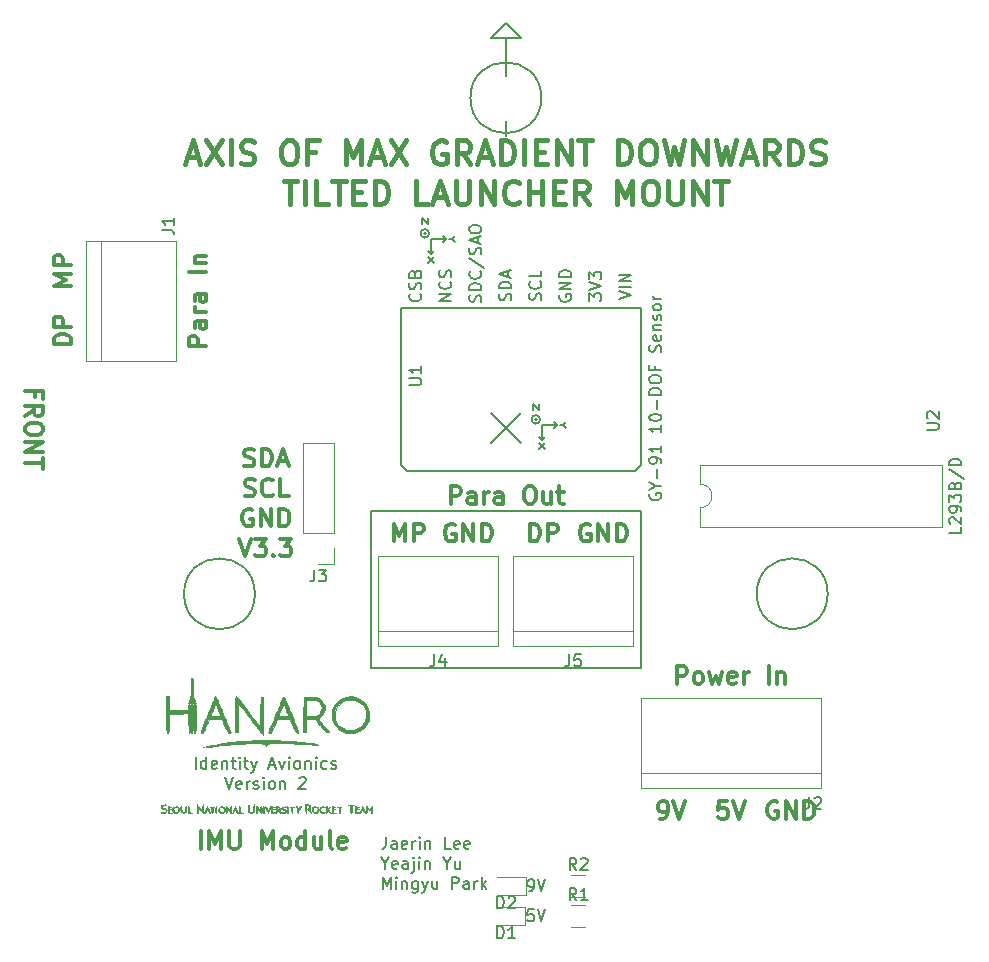
<source format=gbr>
G04 #@! TF.GenerationSoftware,KiCad,Pcbnew,(5.0.0)*
G04 #@! TF.CreationDate,2018-08-26T23:56:51+09:00*
G04 #@! TF.ProjectId,imu,696D752E6B696361645F706362000000,rev?*
G04 #@! TF.SameCoordinates,Original*
G04 #@! TF.FileFunction,Legend,Top*
G04 #@! TF.FilePolarity,Positive*
%FSLAX46Y46*%
G04 Gerber Fmt 4.6, Leading zero omitted, Abs format (unit mm)*
G04 Created by KiCad (PCBNEW (5.0.0)) date 08/26/18 23:56:51*
%MOMM*%
%LPD*%
G01*
G04 APERTURE LIST*
%ADD10C,0.200000*%
%ADD11C,0.400000*%
%ADD12C,0.300000*%
%ADD13C,0.150000*%
%ADD14C,0.120000*%
%ADD15C,0.010000*%
G04 APERTURE END LIST*
D10*
X-21248711Y-13999999D02*
G75*
G03X-21248711Y-13999999I-3000000J0D01*
G01*
X27248711Y-13999999D02*
G75*
G03X27248711Y-13999999I-3000000J0D01*
G01*
X3000000Y28000000D02*
G75*
G03X3000000Y28000000I-3000000J0D01*
G01*
X0Y29845000D02*
X0Y33020000D01*
X0Y26035000D02*
X0Y24765000D01*
X-1270000Y33020000D02*
X1270000Y33020000D01*
X1270000Y33020000D02*
X0Y34290000D01*
X-1270000Y33020000D02*
X0Y34290000D01*
D11*
X-27000000Y22956666D02*
X-26047619Y22956666D01*
X-27190476Y22385238D02*
X-26523809Y24385238D01*
X-25857142Y22385238D01*
X-25380952Y24385238D02*
X-24047619Y22385238D01*
X-24047619Y24385238D02*
X-25380952Y22385238D01*
X-23285714Y22385238D02*
X-23285714Y24385238D01*
X-22428571Y22480476D02*
X-22142857Y22385238D01*
X-21666666Y22385238D01*
X-21476190Y22480476D01*
X-21380952Y22575714D01*
X-21285714Y22766190D01*
X-21285714Y22956666D01*
X-21380952Y23147142D01*
X-21476190Y23242380D01*
X-21666666Y23337619D01*
X-22047619Y23432857D01*
X-22238095Y23528095D01*
X-22333333Y23623333D01*
X-22428571Y23813809D01*
X-22428571Y24004285D01*
X-22333333Y24194761D01*
X-22238095Y24290000D01*
X-22047619Y24385238D01*
X-21571428Y24385238D01*
X-21285714Y24290000D01*
X-18523809Y24385238D02*
X-18142857Y24385238D01*
X-17952380Y24290000D01*
X-17761904Y24099523D01*
X-17666666Y23718571D01*
X-17666666Y23051904D01*
X-17761904Y22670952D01*
X-17952380Y22480476D01*
X-18142857Y22385238D01*
X-18523809Y22385238D01*
X-18714285Y22480476D01*
X-18904761Y22670952D01*
X-19000000Y23051904D01*
X-19000000Y23718571D01*
X-18904761Y24099523D01*
X-18714285Y24290000D01*
X-18523809Y24385238D01*
X-16142857Y23432857D02*
X-16809523Y23432857D01*
X-16809523Y22385238D02*
X-16809523Y24385238D01*
X-15857142Y24385238D01*
X-13571428Y22385238D02*
X-13571428Y24385238D01*
X-12904761Y22956666D01*
X-12238095Y24385238D01*
X-12238095Y22385238D01*
X-11380952Y22956666D02*
X-10428571Y22956666D01*
X-11571428Y22385238D02*
X-10904761Y24385238D01*
X-10238095Y22385238D01*
X-9761904Y24385238D02*
X-8428571Y22385238D01*
X-8428571Y24385238D02*
X-9761904Y22385238D01*
X-5095238Y24290000D02*
X-5285714Y24385238D01*
X-5571428Y24385238D01*
X-5857142Y24290000D01*
X-6047619Y24099523D01*
X-6142857Y23909047D01*
X-6238095Y23528095D01*
X-6238095Y23242380D01*
X-6142857Y22861428D01*
X-6047619Y22670952D01*
X-5857142Y22480476D01*
X-5571428Y22385238D01*
X-5380952Y22385238D01*
X-5095238Y22480476D01*
X-5000000Y22575714D01*
X-5000000Y23242380D01*
X-5380952Y23242380D01*
X-3000000Y22385238D02*
X-3666666Y23337619D01*
X-4142857Y22385238D02*
X-4142857Y24385238D01*
X-3380952Y24385238D01*
X-3190476Y24290000D01*
X-3095238Y24194761D01*
X-3000000Y24004285D01*
X-3000000Y23718571D01*
X-3095238Y23528095D01*
X-3190476Y23432857D01*
X-3380952Y23337619D01*
X-4142857Y23337619D01*
X-2238095Y22956666D02*
X-1285714Y22956666D01*
X-2428571Y22385238D02*
X-1761904Y24385238D01*
X-1095238Y22385238D01*
X-428571Y22385238D02*
X-428571Y24385238D01*
X47619Y24385238D01*
X333333Y24290000D01*
X523809Y24099523D01*
X619047Y23909047D01*
X714285Y23528095D01*
X714285Y23242380D01*
X619047Y22861428D01*
X523809Y22670952D01*
X333333Y22480476D01*
X47619Y22385238D01*
X-428571Y22385238D01*
X1571428Y22385238D02*
X1571428Y24385238D01*
X2523809Y23432857D02*
X3190476Y23432857D01*
X3476190Y22385238D02*
X2523809Y22385238D01*
X2523809Y24385238D01*
X3476190Y24385238D01*
X4333333Y22385238D02*
X4333333Y24385238D01*
X5476190Y22385238D01*
X5476190Y24385238D01*
X6142857Y24385238D02*
X7285714Y24385238D01*
X6714285Y22385238D02*
X6714285Y24385238D01*
X9476190Y22385238D02*
X9476190Y24385238D01*
X9952380Y24385238D01*
X10238095Y24290000D01*
X10428571Y24099523D01*
X10523809Y23909047D01*
X10619047Y23528095D01*
X10619047Y23242380D01*
X10523809Y22861428D01*
X10428571Y22670952D01*
X10238095Y22480476D01*
X9952380Y22385238D01*
X9476190Y22385238D01*
X11857142Y24385238D02*
X12238095Y24385238D01*
X12428571Y24290000D01*
X12619047Y24099523D01*
X12714285Y23718571D01*
X12714285Y23051904D01*
X12619047Y22670952D01*
X12428571Y22480476D01*
X12238095Y22385238D01*
X11857142Y22385238D01*
X11666666Y22480476D01*
X11476190Y22670952D01*
X11380952Y23051904D01*
X11380952Y23718571D01*
X11476190Y24099523D01*
X11666666Y24290000D01*
X11857142Y24385238D01*
X13380952Y24385238D02*
X13857142Y22385238D01*
X14238095Y23813809D01*
X14619047Y22385238D01*
X15095238Y24385238D01*
X15857142Y22385238D02*
X15857142Y24385238D01*
X16999999Y22385238D01*
X16999999Y24385238D01*
X17761904Y24385238D02*
X18238095Y22385238D01*
X18619047Y23813809D01*
X18999999Y22385238D01*
X19476190Y24385238D01*
X20142857Y22956666D02*
X21095238Y22956666D01*
X19952380Y22385238D02*
X20619047Y24385238D01*
X21285714Y22385238D01*
X23095238Y22385238D02*
X22428571Y23337619D01*
X21952380Y22385238D02*
X21952380Y24385238D01*
X22714285Y24385238D01*
X22904761Y24290000D01*
X22999999Y24194761D01*
X23095238Y24004285D01*
X23095238Y23718571D01*
X22999999Y23528095D01*
X22904761Y23432857D01*
X22714285Y23337619D01*
X21952380Y23337619D01*
X23952380Y22385238D02*
X23952380Y24385238D01*
X24428571Y24385238D01*
X24714285Y24290000D01*
X24904761Y24099523D01*
X24999999Y23909047D01*
X25095238Y23528095D01*
X25095238Y23242380D01*
X24999999Y22861428D01*
X24904761Y22670952D01*
X24714285Y22480476D01*
X24428571Y22385238D01*
X23952380Y22385238D01*
X25857142Y22480476D02*
X26142857Y22385238D01*
X26619047Y22385238D01*
X26809523Y22480476D01*
X26904761Y22575714D01*
X26999999Y22766190D01*
X26999999Y22956666D01*
X26904761Y23147142D01*
X26809523Y23242380D01*
X26619047Y23337619D01*
X26238095Y23432857D01*
X26047619Y23528095D01*
X25952380Y23623333D01*
X25857142Y23813809D01*
X25857142Y24004285D01*
X25952380Y24194761D01*
X26047619Y24290000D01*
X26238095Y24385238D01*
X26714285Y24385238D01*
X26999999Y24290000D01*
X-18809523Y20985238D02*
X-17666666Y20985238D01*
X-18238095Y18985238D02*
X-18238095Y20985238D01*
X-17000000Y18985238D02*
X-17000000Y20985238D01*
X-15095238Y18985238D02*
X-16047619Y18985238D01*
X-16047619Y20985238D01*
X-14714285Y20985238D02*
X-13571428Y20985238D01*
X-14142857Y18985238D02*
X-14142857Y20985238D01*
X-12904761Y20032857D02*
X-12238095Y20032857D01*
X-11952380Y18985238D02*
X-12904761Y18985238D01*
X-12904761Y20985238D01*
X-11952380Y20985238D01*
X-11095238Y18985238D02*
X-11095238Y20985238D01*
X-10619047Y20985238D01*
X-10333333Y20890000D01*
X-10142857Y20699523D01*
X-10047619Y20509047D01*
X-9952380Y20128095D01*
X-9952380Y19842380D01*
X-10047619Y19461428D01*
X-10142857Y19270952D01*
X-10333333Y19080476D01*
X-10619047Y18985238D01*
X-11095238Y18985238D01*
X-6619047Y18985238D02*
X-7571428Y18985238D01*
X-7571428Y20985238D01*
X-6047619Y19556666D02*
X-5095238Y19556666D01*
X-6238095Y18985238D02*
X-5571428Y20985238D01*
X-4904761Y18985238D01*
X-4238095Y20985238D02*
X-4238095Y19366190D01*
X-4142857Y19175714D01*
X-4047619Y19080476D01*
X-3857142Y18985238D01*
X-3476190Y18985238D01*
X-3285714Y19080476D01*
X-3190476Y19175714D01*
X-3095238Y19366190D01*
X-3095238Y20985238D01*
X-2142857Y18985238D02*
X-2142857Y20985238D01*
X-1000000Y18985238D01*
X-1000000Y20985238D01*
X1095238Y19175714D02*
X1000000Y19080476D01*
X714285Y18985238D01*
X523809Y18985238D01*
X238095Y19080476D01*
X47619Y19270952D01*
X-47619Y19461428D01*
X-142857Y19842380D01*
X-142857Y20128095D01*
X-47619Y20509047D01*
X47619Y20699523D01*
X238095Y20890000D01*
X523809Y20985238D01*
X714285Y20985238D01*
X1000000Y20890000D01*
X1095238Y20794761D01*
X1952380Y18985238D02*
X1952380Y20985238D01*
X1952380Y20032857D02*
X3095238Y20032857D01*
X3095238Y18985238D02*
X3095238Y20985238D01*
X4047619Y20032857D02*
X4714285Y20032857D01*
X5000000Y18985238D02*
X4047619Y18985238D01*
X4047619Y20985238D01*
X5000000Y20985238D01*
X7000000Y18985238D02*
X6333333Y19937619D01*
X5857142Y18985238D02*
X5857142Y20985238D01*
X6619047Y20985238D01*
X6809523Y20890000D01*
X6904761Y20794761D01*
X7000000Y20604285D01*
X7000000Y20318571D01*
X6904761Y20128095D01*
X6809523Y20032857D01*
X6619047Y19937619D01*
X5857142Y19937619D01*
X9380952Y18985238D02*
X9380952Y20985238D01*
X10047619Y19556666D01*
X10714285Y20985238D01*
X10714285Y18985238D01*
X12047619Y20985238D02*
X12428571Y20985238D01*
X12619047Y20890000D01*
X12809523Y20699523D01*
X12904761Y20318571D01*
X12904761Y19651904D01*
X12809523Y19270952D01*
X12619047Y19080476D01*
X12428571Y18985238D01*
X12047619Y18985238D01*
X11857142Y19080476D01*
X11666666Y19270952D01*
X11571428Y19651904D01*
X11571428Y20318571D01*
X11666666Y20699523D01*
X11857142Y20890000D01*
X12047619Y20985238D01*
X13761904Y20985238D02*
X13761904Y19366190D01*
X13857142Y19175714D01*
X13952380Y19080476D01*
X14142857Y18985238D01*
X14523809Y18985238D01*
X14714285Y19080476D01*
X14809523Y19175714D01*
X14904761Y19366190D01*
X14904761Y20985238D01*
X15857142Y18985238D02*
X15857142Y20985238D01*
X16999999Y18985238D01*
X16999999Y20985238D01*
X17666666Y20985238D02*
X18809523Y20985238D01*
X18238095Y18985238D02*
X18238095Y20985238D01*
D12*
X-39897857Y2678571D02*
X-39897857Y3178571D01*
X-40683571Y3178571D02*
X-39183571Y3178571D01*
X-39183571Y2464285D01*
X-40683571Y1035714D02*
X-39969285Y1535714D01*
X-40683571Y1892857D02*
X-39183571Y1892857D01*
X-39183571Y1321428D01*
X-39255000Y1178571D01*
X-39326428Y1107142D01*
X-39469285Y1035714D01*
X-39683571Y1035714D01*
X-39826428Y1107142D01*
X-39897857Y1178571D01*
X-39969285Y1321428D01*
X-39969285Y1892857D01*
X-39183571Y107142D02*
X-39183571Y-178571D01*
X-39255000Y-321428D01*
X-39397857Y-464285D01*
X-39683571Y-535714D01*
X-40183571Y-535714D01*
X-40469285Y-464285D01*
X-40612142Y-321428D01*
X-40683571Y-178571D01*
X-40683571Y107142D01*
X-40612142Y250000D01*
X-40469285Y392857D01*
X-40183571Y464285D01*
X-39683571Y464285D01*
X-39397857Y392857D01*
X-39255000Y249999D01*
X-39183571Y107142D01*
X-40683571Y-1178571D02*
X-39183571Y-1178571D01*
X-40683571Y-2035714D01*
X-39183571Y-2035714D01*
X-39183571Y-2535714D02*
X-39183571Y-3392857D01*
X-40683571Y-2964285D02*
X-39183571Y-2964285D01*
D10*
X38552380Y-8357857D02*
X38552380Y-8834047D01*
X37552380Y-8834047D01*
X37647619Y-8072142D02*
X37600000Y-8024523D01*
X37552380Y-7929285D01*
X37552380Y-7691190D01*
X37600000Y-7595952D01*
X37647619Y-7548333D01*
X37742857Y-7500714D01*
X37838095Y-7500714D01*
X37980952Y-7548333D01*
X38552380Y-8119761D01*
X38552380Y-7500714D01*
X38552380Y-7024523D02*
X38552380Y-6834047D01*
X38504761Y-6738809D01*
X38457142Y-6691190D01*
X38314285Y-6595952D01*
X38123809Y-6548333D01*
X37742857Y-6548333D01*
X37647619Y-6595952D01*
X37600000Y-6643571D01*
X37552380Y-6738809D01*
X37552380Y-6929285D01*
X37600000Y-7024523D01*
X37647619Y-7072142D01*
X37742857Y-7119761D01*
X37980952Y-7119761D01*
X38076190Y-7072142D01*
X38123809Y-7024523D01*
X38171428Y-6929285D01*
X38171428Y-6738809D01*
X38123809Y-6643571D01*
X38076190Y-6595952D01*
X37980952Y-6548333D01*
X37552380Y-6215000D02*
X37552380Y-5595952D01*
X37933333Y-5929285D01*
X37933333Y-5786428D01*
X37980952Y-5691190D01*
X38028571Y-5643571D01*
X38123809Y-5595952D01*
X38361904Y-5595952D01*
X38457142Y-5643571D01*
X38504761Y-5691190D01*
X38552380Y-5786428D01*
X38552380Y-6072142D01*
X38504761Y-6167380D01*
X38457142Y-6215000D01*
X38028571Y-4834047D02*
X38076190Y-4691190D01*
X38123809Y-4643571D01*
X38219047Y-4595952D01*
X38361904Y-4595952D01*
X38457142Y-4643571D01*
X38504761Y-4691190D01*
X38552380Y-4786428D01*
X38552380Y-5167380D01*
X37552380Y-5167380D01*
X37552380Y-4834047D01*
X37600000Y-4738809D01*
X37647619Y-4691190D01*
X37742857Y-4643571D01*
X37838095Y-4643571D01*
X37933333Y-4691190D01*
X37980952Y-4738809D01*
X38028571Y-4834047D01*
X38028571Y-5167380D01*
X37504761Y-3453095D02*
X38790476Y-4310238D01*
X38552380Y-3119761D02*
X37552380Y-3119761D01*
X37552380Y-2881666D01*
X37600000Y-2738809D01*
X37695238Y-2643571D01*
X37790476Y-2595952D01*
X37980952Y-2548333D01*
X38123809Y-2548333D01*
X38314285Y-2595952D01*
X38409523Y-2643571D01*
X38504761Y-2738809D01*
X38552380Y-2881666D01*
X38552380Y-3119761D01*
X1920952Y-39187380D02*
X2111428Y-39187380D01*
X2206666Y-39139761D01*
X2254285Y-39092142D01*
X2349523Y-38949285D01*
X2397142Y-38758809D01*
X2397142Y-38377857D01*
X2349523Y-38282619D01*
X2301904Y-38235000D01*
X2206666Y-38187380D01*
X2016190Y-38187380D01*
X1920952Y-38235000D01*
X1873333Y-38282619D01*
X1825714Y-38377857D01*
X1825714Y-38615952D01*
X1873333Y-38711190D01*
X1920952Y-38758809D01*
X2016190Y-38806428D01*
X2206666Y-38806428D01*
X2301904Y-38758809D01*
X2349523Y-38711190D01*
X2397142Y-38615952D01*
X2682857Y-38187380D02*
X3016190Y-39187380D01*
X3349523Y-38187380D01*
X2349523Y-40727380D02*
X1873333Y-40727380D01*
X1825714Y-41203571D01*
X1873333Y-41155952D01*
X1968571Y-41108333D01*
X2206666Y-41108333D01*
X2301904Y-41155952D01*
X2349523Y-41203571D01*
X2397142Y-41298809D01*
X2397142Y-41536904D01*
X2349523Y-41632142D01*
X2301904Y-41679761D01*
X2206666Y-41727380D01*
X1968571Y-41727380D01*
X1873333Y-41679761D01*
X1825714Y-41632142D01*
X2682857Y-40727380D02*
X3016190Y-41727380D01*
X3349523Y-40727380D01*
X-11430000Y-20320000D02*
X-11430000Y-6985000D01*
X11430000Y-20320000D02*
X-11430000Y-20320000D01*
X11430000Y-6985000D02*
X11430000Y-20320000D01*
X-11430000Y-6985000D02*
X11430000Y-6985000D01*
D12*
X7112142Y-8140000D02*
X6969285Y-8068571D01*
X6755000Y-8068571D01*
X6540714Y-8140000D01*
X6397857Y-8282857D01*
X6326428Y-8425714D01*
X6255000Y-8711428D01*
X6255000Y-8925714D01*
X6326428Y-9211428D01*
X6397857Y-9354285D01*
X6540714Y-9497142D01*
X6755000Y-9568571D01*
X6897857Y-9568571D01*
X7112142Y-9497142D01*
X7183571Y-9425714D01*
X7183571Y-8925714D01*
X6897857Y-8925714D01*
X7826428Y-9568571D02*
X7826428Y-8068571D01*
X8683571Y-9568571D01*
X8683571Y-8068571D01*
X9397857Y-9568571D02*
X9397857Y-8068571D01*
X9755000Y-8068571D01*
X9969285Y-8140000D01*
X10112142Y-8282857D01*
X10183571Y-8425714D01*
X10255000Y-8711428D01*
X10255000Y-8925714D01*
X10183571Y-9211428D01*
X10112142Y-9354285D01*
X9969285Y-9497142D01*
X9755000Y-9568571D01*
X9397857Y-9568571D01*
X2032142Y-9568571D02*
X2032142Y-8068571D01*
X2389285Y-8068571D01*
X2603571Y-8140000D01*
X2746428Y-8282857D01*
X2817857Y-8425714D01*
X2889285Y-8711428D01*
X2889285Y-8925714D01*
X2817857Y-9211428D01*
X2746428Y-9354285D01*
X2603571Y-9497142D01*
X2389285Y-9568571D01*
X2032142Y-9568571D01*
X3532142Y-9568571D02*
X3532142Y-8068571D01*
X4103571Y-8068571D01*
X4246428Y-8140000D01*
X4317857Y-8211428D01*
X4389285Y-8354285D01*
X4389285Y-8568571D01*
X4317857Y-8711428D01*
X4246428Y-8782857D01*
X4103571Y-8854285D01*
X3532142Y-8854285D01*
X-4317857Y-8140000D02*
X-4460714Y-8068571D01*
X-4675000Y-8068571D01*
X-4889285Y-8140000D01*
X-5032142Y-8282857D01*
X-5103571Y-8425714D01*
X-5175000Y-8711428D01*
X-5175000Y-8925714D01*
X-5103571Y-9211428D01*
X-5032142Y-9354285D01*
X-4889285Y-9497142D01*
X-4675000Y-9568571D01*
X-4532142Y-9568571D01*
X-4317857Y-9497142D01*
X-4246428Y-9425714D01*
X-4246428Y-8925714D01*
X-4532142Y-8925714D01*
X-3603571Y-9568571D02*
X-3603571Y-8068571D01*
X-2746428Y-9568571D01*
X-2746428Y-8068571D01*
X-2032142Y-9568571D02*
X-2032142Y-8068571D01*
X-1675000Y-8068571D01*
X-1460714Y-8140000D01*
X-1317857Y-8282857D01*
X-1246428Y-8425714D01*
X-1175000Y-8711428D01*
X-1175000Y-8925714D01*
X-1246428Y-9211428D01*
X-1317857Y-9354285D01*
X-1460714Y-9497142D01*
X-1675000Y-9568571D01*
X-2032142Y-9568571D01*
X-9505000Y-9568571D02*
X-9505000Y-8068571D01*
X-9005000Y-9140000D01*
X-8505000Y-8068571D01*
X-8505000Y-9568571D01*
X-7790714Y-9568571D02*
X-7790714Y-8068571D01*
X-7219285Y-8068571D01*
X-7076428Y-8140000D01*
X-7005000Y-8211428D01*
X-6933571Y-8354285D01*
X-6933571Y-8568571D01*
X-7005000Y-8711428D01*
X-7076428Y-8782857D01*
X-7219285Y-8854285D01*
X-7790714Y-8854285D01*
X-4678571Y-6393571D02*
X-4678571Y-4893571D01*
X-4107142Y-4893571D01*
X-3964285Y-4965000D01*
X-3892857Y-5036428D01*
X-3821428Y-5179285D01*
X-3821428Y-5393571D01*
X-3892857Y-5536428D01*
X-3964285Y-5607857D01*
X-4107142Y-5679285D01*
X-4678571Y-5679285D01*
X-2535714Y-6393571D02*
X-2535714Y-5607857D01*
X-2607142Y-5465000D01*
X-2750000Y-5393571D01*
X-3035714Y-5393571D01*
X-3178571Y-5465000D01*
X-2535714Y-6322142D02*
X-2678571Y-6393571D01*
X-3035714Y-6393571D01*
X-3178571Y-6322142D01*
X-3250000Y-6179285D01*
X-3250000Y-6036428D01*
X-3178571Y-5893571D01*
X-3035714Y-5822142D01*
X-2678571Y-5822142D01*
X-2535714Y-5750714D01*
X-1821428Y-6393571D02*
X-1821428Y-5393571D01*
X-1821428Y-5679285D02*
X-1750000Y-5536428D01*
X-1678571Y-5465000D01*
X-1535714Y-5393571D01*
X-1392857Y-5393571D01*
X-250000Y-6393571D02*
X-250000Y-5607857D01*
X-321428Y-5465000D01*
X-464285Y-5393571D01*
X-750000Y-5393571D01*
X-892857Y-5465000D01*
X-250000Y-6322142D02*
X-392857Y-6393571D01*
X-750000Y-6393571D01*
X-892857Y-6322142D01*
X-964285Y-6179285D01*
X-964285Y-6036428D01*
X-892857Y-5893571D01*
X-750000Y-5822142D01*
X-392857Y-5822142D01*
X-250000Y-5750714D01*
X1892857Y-4893571D02*
X2178571Y-4893571D01*
X2321428Y-4965000D01*
X2464285Y-5107857D01*
X2535714Y-5393571D01*
X2535714Y-5893571D01*
X2464285Y-6179285D01*
X2321428Y-6322142D01*
X2178571Y-6393571D01*
X1892857Y-6393571D01*
X1750000Y-6322142D01*
X1607142Y-6179285D01*
X1535714Y-5893571D01*
X1535714Y-5393571D01*
X1607142Y-5107857D01*
X1750000Y-4965000D01*
X1892857Y-4893571D01*
X3821428Y-5393571D02*
X3821428Y-6393571D01*
X3178571Y-5393571D02*
X3178571Y-6179285D01*
X3249999Y-6322142D01*
X3392857Y-6393571D01*
X3607142Y-6393571D01*
X3750000Y-6322142D01*
X3821428Y-6250714D01*
X4321428Y-5393571D02*
X4892857Y-5393571D01*
X4535714Y-4893571D02*
X4535714Y-6179285D01*
X4607142Y-6322142D01*
X4749999Y-6393571D01*
X4892857Y-6393571D01*
X-36786428Y7112142D02*
X-38286428Y7112142D01*
X-38286428Y7469285D01*
X-38215000Y7683571D01*
X-38072142Y7826428D01*
X-37929285Y7897857D01*
X-37643571Y7969285D01*
X-37429285Y7969285D01*
X-37143571Y7897857D01*
X-37000714Y7826428D01*
X-36857857Y7683571D01*
X-36786428Y7469285D01*
X-36786428Y7112142D01*
X-36786428Y8612142D02*
X-38286428Y8612142D01*
X-38286428Y9183571D01*
X-38215000Y9326428D01*
X-38143571Y9397857D01*
X-38000714Y9469285D01*
X-37786428Y9469285D01*
X-37643571Y9397857D01*
X-37572142Y9326428D01*
X-37500714Y9183571D01*
X-37500714Y8612142D01*
X-36786428Y12085000D02*
X-38286428Y12085000D01*
X-37215000Y12585000D01*
X-38286428Y13085000D01*
X-36786428Y13085000D01*
X-36786428Y13799285D02*
X-38286428Y13799285D01*
X-38286428Y14370714D01*
X-38215000Y14513571D01*
X-38143571Y14585000D01*
X-38000714Y14656428D01*
X-37786428Y14656428D01*
X-37643571Y14585000D01*
X-37572142Y14513571D01*
X-37500714Y14370714D01*
X-37500714Y13799285D01*
X-25356428Y6973571D02*
X-26856428Y6973571D01*
X-26856428Y7545000D01*
X-26785000Y7687857D01*
X-26713571Y7759285D01*
X-26570714Y7830714D01*
X-26356428Y7830714D01*
X-26213571Y7759285D01*
X-26142142Y7687857D01*
X-26070714Y7545000D01*
X-26070714Y6973571D01*
X-25356428Y9116428D02*
X-26142142Y9116428D01*
X-26285000Y9045000D01*
X-26356428Y8902142D01*
X-26356428Y8616428D01*
X-26285000Y8473571D01*
X-25427857Y9116428D02*
X-25356428Y8973571D01*
X-25356428Y8616428D01*
X-25427857Y8473571D01*
X-25570714Y8402142D01*
X-25713571Y8402142D01*
X-25856428Y8473571D01*
X-25927857Y8616428D01*
X-25927857Y8973571D01*
X-25999285Y9116428D01*
X-25356428Y9830714D02*
X-26356428Y9830714D01*
X-26070714Y9830714D02*
X-26213571Y9902142D01*
X-26285000Y9973571D01*
X-26356428Y10116428D01*
X-26356428Y10259285D01*
X-25356428Y11402142D02*
X-26142142Y11402142D01*
X-26285000Y11330714D01*
X-26356428Y11187857D01*
X-26356428Y10902142D01*
X-26285000Y10759285D01*
X-25427857Y11402142D02*
X-25356428Y11259285D01*
X-25356428Y10902142D01*
X-25427857Y10759285D01*
X-25570714Y10687857D01*
X-25713571Y10687857D01*
X-25856428Y10759285D01*
X-25927857Y10902142D01*
X-25927857Y11259285D01*
X-25999285Y11402142D01*
X-25356428Y13259285D02*
X-26856428Y13259285D01*
X-26356428Y13973571D02*
X-25356428Y13973571D01*
X-26213571Y13973571D02*
X-26285000Y14045000D01*
X-26356428Y14187857D01*
X-26356428Y14402142D01*
X-26285000Y14545000D01*
X-26142142Y14616428D01*
X-25356428Y14616428D01*
X-22141428Y-3147142D02*
X-21927142Y-3218571D01*
X-21570000Y-3218571D01*
X-21427142Y-3147142D01*
X-21355714Y-3075714D01*
X-21284285Y-2932857D01*
X-21284285Y-2790000D01*
X-21355714Y-2647142D01*
X-21427142Y-2575714D01*
X-21570000Y-2504285D01*
X-21855714Y-2432857D01*
X-21998571Y-2361428D01*
X-22070000Y-2290000D01*
X-22141428Y-2147142D01*
X-22141428Y-2004285D01*
X-22070000Y-1861428D01*
X-21998571Y-1790000D01*
X-21855714Y-1718571D01*
X-21498571Y-1718571D01*
X-21284285Y-1790000D01*
X-20641428Y-3218571D02*
X-20641428Y-1718571D01*
X-20284285Y-1718571D01*
X-20070000Y-1790000D01*
X-19927142Y-1932857D01*
X-19855714Y-2075714D01*
X-19784285Y-2361428D01*
X-19784285Y-2575714D01*
X-19855714Y-2861428D01*
X-19927142Y-3004285D01*
X-20070000Y-3147142D01*
X-20284285Y-3218571D01*
X-20641428Y-3218571D01*
X-19212857Y-2790000D02*
X-18498571Y-2790000D01*
X-19355714Y-3218571D02*
X-18855714Y-1718571D01*
X-18355714Y-3218571D01*
X-22105714Y-5687142D02*
X-21891428Y-5758571D01*
X-21534285Y-5758571D01*
X-21391428Y-5687142D01*
X-21320000Y-5615714D01*
X-21248571Y-5472857D01*
X-21248571Y-5330000D01*
X-21320000Y-5187142D01*
X-21391428Y-5115714D01*
X-21534285Y-5044285D01*
X-21820000Y-4972857D01*
X-21962857Y-4901428D01*
X-22034285Y-4830000D01*
X-22105714Y-4687142D01*
X-22105714Y-4544285D01*
X-22034285Y-4401428D01*
X-21962857Y-4330000D01*
X-21820000Y-4258571D01*
X-21462857Y-4258571D01*
X-21248571Y-4330000D01*
X-19748571Y-5615714D02*
X-19820000Y-5687142D01*
X-20034285Y-5758571D01*
X-20177142Y-5758571D01*
X-20391428Y-5687142D01*
X-20534285Y-5544285D01*
X-20605714Y-5401428D01*
X-20677142Y-5115714D01*
X-20677142Y-4901428D01*
X-20605714Y-4615714D01*
X-20534285Y-4472857D01*
X-20391428Y-4330000D01*
X-20177142Y-4258571D01*
X-20034285Y-4258571D01*
X-19820000Y-4330000D01*
X-19748571Y-4401428D01*
X-18391428Y-5758571D02*
X-19105714Y-5758571D01*
X-19105714Y-4258571D01*
X-21462857Y-6870000D02*
X-21605714Y-6798571D01*
X-21819999Y-6798571D01*
X-22034285Y-6870000D01*
X-22177142Y-7012857D01*
X-22248571Y-7155714D01*
X-22319999Y-7441428D01*
X-22319999Y-7655714D01*
X-22248571Y-7941428D01*
X-22177142Y-8084285D01*
X-22034285Y-8227142D01*
X-21819999Y-8298571D01*
X-21677142Y-8298571D01*
X-21462857Y-8227142D01*
X-21391428Y-8155714D01*
X-21391428Y-7655714D01*
X-21677142Y-7655714D01*
X-20748571Y-8298571D02*
X-20748571Y-6798571D01*
X-19891428Y-8298571D01*
X-19891428Y-6798571D01*
X-19177142Y-8298571D02*
X-19177142Y-6798571D01*
X-18820000Y-6798571D01*
X-18605714Y-6870000D01*
X-18462857Y-7012857D01*
X-18391428Y-7155714D01*
X-18320000Y-7441428D01*
X-18320000Y-7655714D01*
X-18391428Y-7941428D01*
X-18462857Y-8084285D01*
X-18605714Y-8227142D01*
X-18820000Y-8298571D01*
X-19177142Y-8298571D01*
X-22605714Y-9338571D02*
X-22105714Y-10838571D01*
X-21605714Y-9338571D01*
X-21248571Y-9338571D02*
X-20320000Y-9338571D01*
X-20820000Y-9910000D01*
X-20605714Y-9910000D01*
X-20462857Y-9981428D01*
X-20391428Y-10052857D01*
X-20320000Y-10195714D01*
X-20320000Y-10552857D01*
X-20391428Y-10695714D01*
X-20462857Y-10767142D01*
X-20605714Y-10838571D01*
X-21034285Y-10838571D01*
X-21177142Y-10767142D01*
X-21248571Y-10695714D01*
X-19677142Y-10695714D02*
X-19605714Y-10767142D01*
X-19677142Y-10838571D01*
X-19748571Y-10767142D01*
X-19677142Y-10695714D01*
X-19677142Y-10838571D01*
X-19105714Y-9338571D02*
X-18177142Y-9338571D01*
X-18677142Y-9910000D01*
X-18462857Y-9910000D01*
X-18320000Y-9981428D01*
X-18248571Y-10052857D01*
X-18177142Y-10195714D01*
X-18177142Y-10552857D01*
X-18248571Y-10695714D01*
X-18320000Y-10767142D01*
X-18462857Y-10838571D01*
X-18891428Y-10838571D01*
X-19034285Y-10767142D01*
X-19105714Y-10695714D01*
X-25827857Y-35603571D02*
X-25827857Y-34103571D01*
X-25113571Y-35603571D02*
X-25113571Y-34103571D01*
X-24613571Y-35175000D01*
X-24113571Y-34103571D01*
X-24113571Y-35603571D01*
X-23399285Y-34103571D02*
X-23399285Y-35317857D01*
X-23327857Y-35460714D01*
X-23256428Y-35532142D01*
X-23113571Y-35603571D01*
X-22827857Y-35603571D01*
X-22685000Y-35532142D01*
X-22613571Y-35460714D01*
X-22542142Y-35317857D01*
X-22542142Y-34103571D01*
X-20685000Y-35603571D02*
X-20685000Y-34103571D01*
X-20185000Y-35175000D01*
X-19685000Y-34103571D01*
X-19685000Y-35603571D01*
X-18756428Y-35603571D02*
X-18899285Y-35532142D01*
X-18970714Y-35460714D01*
X-19042142Y-35317857D01*
X-19042142Y-34889285D01*
X-18970714Y-34746428D01*
X-18899285Y-34675000D01*
X-18756428Y-34603571D01*
X-18542142Y-34603571D01*
X-18399285Y-34675000D01*
X-18327857Y-34746428D01*
X-18256428Y-34889285D01*
X-18256428Y-35317857D01*
X-18327857Y-35460714D01*
X-18399285Y-35532142D01*
X-18542142Y-35603571D01*
X-18756428Y-35603571D01*
X-16970714Y-35603571D02*
X-16970714Y-34103571D01*
X-16970714Y-35532142D02*
X-17113571Y-35603571D01*
X-17399285Y-35603571D01*
X-17542142Y-35532142D01*
X-17613571Y-35460714D01*
X-17685000Y-35317857D01*
X-17685000Y-34889285D01*
X-17613571Y-34746428D01*
X-17542142Y-34675000D01*
X-17399285Y-34603571D01*
X-17113571Y-34603571D01*
X-16970714Y-34675000D01*
X-15613571Y-34603571D02*
X-15613571Y-35603571D01*
X-16256428Y-34603571D02*
X-16256428Y-35389285D01*
X-16185000Y-35532142D01*
X-16042142Y-35603571D01*
X-15827857Y-35603571D01*
X-15685000Y-35532142D01*
X-15613571Y-35460714D01*
X-14685000Y-35603571D02*
X-14827857Y-35532142D01*
X-14899285Y-35389285D01*
X-14899285Y-34103571D01*
X-13542142Y-35532142D02*
X-13685000Y-35603571D01*
X-13970714Y-35603571D01*
X-14113571Y-35532142D01*
X-14185000Y-35389285D01*
X-14185000Y-34817857D01*
X-14113571Y-34675000D01*
X-13970714Y-34603571D01*
X-13685000Y-34603571D01*
X-13542142Y-34675000D01*
X-13470714Y-34817857D01*
X-13470714Y-34960714D01*
X-14185000Y-35103571D01*
D10*
X-10141190Y-34582380D02*
X-10141190Y-35296666D01*
X-10188809Y-35439523D01*
X-10284047Y-35534761D01*
X-10426904Y-35582380D01*
X-10522142Y-35582380D01*
X-9236428Y-35582380D02*
X-9236428Y-35058571D01*
X-9284047Y-34963333D01*
X-9379285Y-34915714D01*
X-9569761Y-34915714D01*
X-9665000Y-34963333D01*
X-9236428Y-35534761D02*
X-9331666Y-35582380D01*
X-9569761Y-35582380D01*
X-9665000Y-35534761D01*
X-9712619Y-35439523D01*
X-9712619Y-35344285D01*
X-9665000Y-35249047D01*
X-9569761Y-35201428D01*
X-9331666Y-35201428D01*
X-9236428Y-35153809D01*
X-8379285Y-35534761D02*
X-8474523Y-35582380D01*
X-8665000Y-35582380D01*
X-8760238Y-35534761D01*
X-8807857Y-35439523D01*
X-8807857Y-35058571D01*
X-8760238Y-34963333D01*
X-8665000Y-34915714D01*
X-8474523Y-34915714D01*
X-8379285Y-34963333D01*
X-8331666Y-35058571D01*
X-8331666Y-35153809D01*
X-8807857Y-35249047D01*
X-7903095Y-35582380D02*
X-7903095Y-34915714D01*
X-7903095Y-35106190D02*
X-7855476Y-35010952D01*
X-7807857Y-34963333D01*
X-7712619Y-34915714D01*
X-7617380Y-34915714D01*
X-7284047Y-35582380D02*
X-7284047Y-34915714D01*
X-7284047Y-34582380D02*
X-7331666Y-34630000D01*
X-7284047Y-34677619D01*
X-7236428Y-34630000D01*
X-7284047Y-34582380D01*
X-7284047Y-34677619D01*
X-6807857Y-34915714D02*
X-6807857Y-35582380D01*
X-6807857Y-35010952D02*
X-6760238Y-34963333D01*
X-6665000Y-34915714D01*
X-6522142Y-34915714D01*
X-6426904Y-34963333D01*
X-6379285Y-35058571D01*
X-6379285Y-35582380D01*
X-4665000Y-35582380D02*
X-5141190Y-35582380D01*
X-5141190Y-34582380D01*
X-3950714Y-35534761D02*
X-4045952Y-35582380D01*
X-4236428Y-35582380D01*
X-4331666Y-35534761D01*
X-4379285Y-35439523D01*
X-4379285Y-35058571D01*
X-4331666Y-34963333D01*
X-4236428Y-34915714D01*
X-4045952Y-34915714D01*
X-3950714Y-34963333D01*
X-3903095Y-35058571D01*
X-3903095Y-35153809D01*
X-4379285Y-35249047D01*
X-3093571Y-35534761D02*
X-3188809Y-35582380D01*
X-3379285Y-35582380D01*
X-3474523Y-35534761D01*
X-3522142Y-35439523D01*
X-3522142Y-35058571D01*
X-3474523Y-34963333D01*
X-3379285Y-34915714D01*
X-3188809Y-34915714D01*
X-3093571Y-34963333D01*
X-3045952Y-35058571D01*
X-3045952Y-35153809D01*
X-3522142Y-35249047D01*
X-10236428Y-36806190D02*
X-10236428Y-37282380D01*
X-10569761Y-36282380D02*
X-10236428Y-36806190D01*
X-9903095Y-36282380D01*
X-9188809Y-37234761D02*
X-9284047Y-37282380D01*
X-9474523Y-37282380D01*
X-9569761Y-37234761D01*
X-9617380Y-37139523D01*
X-9617380Y-36758571D01*
X-9569761Y-36663333D01*
X-9474523Y-36615714D01*
X-9284047Y-36615714D01*
X-9188809Y-36663333D01*
X-9141190Y-36758571D01*
X-9141190Y-36853809D01*
X-9617380Y-36949047D01*
X-8284047Y-37282380D02*
X-8284047Y-36758571D01*
X-8331666Y-36663333D01*
X-8426904Y-36615714D01*
X-8617380Y-36615714D01*
X-8712619Y-36663333D01*
X-8284047Y-37234761D02*
X-8379285Y-37282380D01*
X-8617380Y-37282380D01*
X-8712619Y-37234761D01*
X-8760238Y-37139523D01*
X-8760238Y-37044285D01*
X-8712619Y-36949047D01*
X-8617380Y-36901428D01*
X-8379285Y-36901428D01*
X-8284047Y-36853809D01*
X-7807857Y-36615714D02*
X-7807857Y-37472857D01*
X-7855476Y-37568095D01*
X-7950714Y-37615714D01*
X-7998333Y-37615714D01*
X-7807857Y-36282380D02*
X-7855476Y-36330000D01*
X-7807857Y-36377619D01*
X-7760238Y-36330000D01*
X-7807857Y-36282380D01*
X-7807857Y-36377619D01*
X-7331666Y-37282380D02*
X-7331666Y-36615714D01*
X-7331666Y-36282380D02*
X-7379285Y-36330000D01*
X-7331666Y-36377619D01*
X-7284047Y-36330000D01*
X-7331666Y-36282380D01*
X-7331666Y-36377619D01*
X-6855476Y-36615714D02*
X-6855476Y-37282380D01*
X-6855476Y-36710952D02*
X-6807857Y-36663333D01*
X-6712619Y-36615714D01*
X-6569761Y-36615714D01*
X-6474523Y-36663333D01*
X-6426904Y-36758571D01*
X-6426904Y-37282380D01*
X-4998333Y-36806190D02*
X-4998333Y-37282380D01*
X-5331666Y-36282380D02*
X-4998333Y-36806190D01*
X-4665000Y-36282380D01*
X-3903095Y-36615714D02*
X-3903095Y-37282380D01*
X-4331666Y-36615714D02*
X-4331666Y-37139523D01*
X-4284047Y-37234761D01*
X-4188809Y-37282380D01*
X-4045952Y-37282380D01*
X-3950714Y-37234761D01*
X-3903095Y-37187142D01*
X-10426904Y-38982380D02*
X-10426904Y-37982380D01*
X-10093571Y-38696666D01*
X-9760238Y-37982380D01*
X-9760238Y-38982380D01*
X-9284047Y-38982380D02*
X-9284047Y-38315714D01*
X-9284047Y-37982380D02*
X-9331666Y-38030000D01*
X-9284047Y-38077619D01*
X-9236428Y-38030000D01*
X-9284047Y-37982380D01*
X-9284047Y-38077619D01*
X-8807857Y-38315714D02*
X-8807857Y-38982380D01*
X-8807857Y-38410952D02*
X-8760238Y-38363333D01*
X-8665000Y-38315714D01*
X-8522142Y-38315714D01*
X-8426904Y-38363333D01*
X-8379285Y-38458571D01*
X-8379285Y-38982380D01*
X-7474523Y-38315714D02*
X-7474523Y-39125238D01*
X-7522142Y-39220476D01*
X-7569761Y-39268095D01*
X-7665000Y-39315714D01*
X-7807857Y-39315714D01*
X-7903095Y-39268095D01*
X-7474523Y-38934761D02*
X-7569761Y-38982380D01*
X-7760238Y-38982380D01*
X-7855476Y-38934761D01*
X-7903095Y-38887142D01*
X-7950714Y-38791904D01*
X-7950714Y-38506190D01*
X-7903095Y-38410952D01*
X-7855476Y-38363333D01*
X-7760238Y-38315714D01*
X-7569761Y-38315714D01*
X-7474523Y-38363333D01*
X-7093571Y-38315714D02*
X-6855476Y-38982380D01*
X-6617380Y-38315714D02*
X-6855476Y-38982380D01*
X-6950714Y-39220476D01*
X-6998333Y-39268095D01*
X-7093571Y-39315714D01*
X-5807857Y-38315714D02*
X-5807857Y-38982380D01*
X-6236428Y-38315714D02*
X-6236428Y-38839523D01*
X-6188809Y-38934761D01*
X-6093571Y-38982380D01*
X-5950714Y-38982380D01*
X-5855476Y-38934761D01*
X-5807857Y-38887142D01*
X-4569761Y-38982380D02*
X-4569761Y-37982380D01*
X-4188809Y-37982380D01*
X-4093571Y-38030000D01*
X-4045952Y-38077619D01*
X-3998333Y-38172857D01*
X-3998333Y-38315714D01*
X-4045952Y-38410952D01*
X-4093571Y-38458571D01*
X-4188809Y-38506190D01*
X-4569761Y-38506190D01*
X-3141190Y-38982380D02*
X-3141190Y-38458571D01*
X-3188809Y-38363333D01*
X-3284047Y-38315714D01*
X-3474523Y-38315714D01*
X-3569761Y-38363333D01*
X-3141190Y-38934761D02*
X-3236428Y-38982380D01*
X-3474523Y-38982380D01*
X-3569761Y-38934761D01*
X-3617380Y-38839523D01*
X-3617380Y-38744285D01*
X-3569761Y-38649047D01*
X-3474523Y-38601428D01*
X-3236428Y-38601428D01*
X-3141190Y-38553809D01*
X-2665000Y-38982380D02*
X-2665000Y-38315714D01*
X-2665000Y-38506190D02*
X-2617380Y-38410952D01*
X-2569761Y-38363333D01*
X-2474523Y-38315714D01*
X-2379285Y-38315714D01*
X-2045952Y-38982380D02*
X-2045952Y-37982380D01*
X-1950714Y-38601428D02*
X-1665000Y-38982380D01*
X-1665000Y-38315714D02*
X-2045952Y-38696666D01*
X-26248571Y-28812380D02*
X-26248571Y-27812380D01*
X-25343809Y-28812380D02*
X-25343809Y-27812380D01*
X-25343809Y-28764761D02*
X-25439047Y-28812380D01*
X-25629523Y-28812380D01*
X-25724761Y-28764761D01*
X-25772380Y-28717142D01*
X-25820000Y-28621904D01*
X-25820000Y-28336190D01*
X-25772380Y-28240952D01*
X-25724761Y-28193333D01*
X-25629523Y-28145714D01*
X-25439047Y-28145714D01*
X-25343809Y-28193333D01*
X-24486666Y-28764761D02*
X-24581904Y-28812380D01*
X-24772380Y-28812380D01*
X-24867619Y-28764761D01*
X-24915238Y-28669523D01*
X-24915238Y-28288571D01*
X-24867619Y-28193333D01*
X-24772380Y-28145714D01*
X-24581904Y-28145714D01*
X-24486666Y-28193333D01*
X-24439047Y-28288571D01*
X-24439047Y-28383809D01*
X-24915238Y-28479047D01*
X-24010476Y-28145714D02*
X-24010476Y-28812380D01*
X-24010476Y-28240952D02*
X-23962857Y-28193333D01*
X-23867619Y-28145714D01*
X-23724761Y-28145714D01*
X-23629523Y-28193333D01*
X-23581904Y-28288571D01*
X-23581904Y-28812380D01*
X-23248571Y-28145714D02*
X-22867619Y-28145714D01*
X-23105714Y-27812380D02*
X-23105714Y-28669523D01*
X-23058095Y-28764761D01*
X-22962857Y-28812380D01*
X-22867619Y-28812380D01*
X-22534285Y-28812380D02*
X-22534285Y-28145714D01*
X-22534285Y-27812380D02*
X-22581904Y-27860000D01*
X-22534285Y-27907619D01*
X-22486666Y-27860000D01*
X-22534285Y-27812380D01*
X-22534285Y-27907619D01*
X-22200952Y-28145714D02*
X-21820000Y-28145714D01*
X-22058095Y-27812380D02*
X-22058095Y-28669523D01*
X-22010476Y-28764761D01*
X-21915238Y-28812380D01*
X-21820000Y-28812380D01*
X-21581904Y-28145714D02*
X-21343809Y-28812380D01*
X-21105714Y-28145714D02*
X-21343809Y-28812380D01*
X-21439047Y-29050476D01*
X-21486666Y-29098095D01*
X-21581904Y-29145714D01*
X-20010476Y-28526666D02*
X-19534285Y-28526666D01*
X-20105714Y-28812380D02*
X-19772380Y-27812380D01*
X-19439047Y-28812380D01*
X-19200952Y-28145714D02*
X-18962857Y-28812380D01*
X-18724761Y-28145714D01*
X-18343809Y-28812380D02*
X-18343809Y-28145714D01*
X-18343809Y-27812380D02*
X-18391428Y-27860000D01*
X-18343809Y-27907619D01*
X-18296190Y-27860000D01*
X-18343809Y-27812380D01*
X-18343809Y-27907619D01*
X-17724761Y-28812380D02*
X-17820000Y-28764761D01*
X-17867619Y-28717142D01*
X-17915238Y-28621904D01*
X-17915238Y-28336190D01*
X-17867619Y-28240952D01*
X-17820000Y-28193333D01*
X-17724761Y-28145714D01*
X-17581904Y-28145714D01*
X-17486666Y-28193333D01*
X-17439047Y-28240952D01*
X-17391428Y-28336190D01*
X-17391428Y-28621904D01*
X-17439047Y-28717142D01*
X-17486666Y-28764761D01*
X-17581904Y-28812380D01*
X-17724761Y-28812380D01*
X-16962857Y-28145714D02*
X-16962857Y-28812380D01*
X-16962857Y-28240952D02*
X-16915238Y-28193333D01*
X-16820000Y-28145714D01*
X-16677142Y-28145714D01*
X-16581904Y-28193333D01*
X-16534285Y-28288571D01*
X-16534285Y-28812380D01*
X-16058095Y-28812380D02*
X-16058095Y-28145714D01*
X-16058095Y-27812380D02*
X-16105714Y-27860000D01*
X-16058095Y-27907619D01*
X-16010476Y-27860000D01*
X-16058095Y-27812380D01*
X-16058095Y-27907619D01*
X-15153333Y-28764761D02*
X-15248571Y-28812380D01*
X-15439047Y-28812380D01*
X-15534285Y-28764761D01*
X-15581904Y-28717142D01*
X-15629523Y-28621904D01*
X-15629523Y-28336190D01*
X-15581904Y-28240952D01*
X-15534285Y-28193333D01*
X-15439047Y-28145714D01*
X-15248571Y-28145714D01*
X-15153333Y-28193333D01*
X-14772380Y-28764761D02*
X-14677142Y-28812380D01*
X-14486666Y-28812380D01*
X-14391428Y-28764761D01*
X-14343809Y-28669523D01*
X-14343809Y-28621904D01*
X-14391428Y-28526666D01*
X-14486666Y-28479047D01*
X-14629523Y-28479047D01*
X-14724761Y-28431428D01*
X-14772380Y-28336190D01*
X-14772380Y-28288571D01*
X-14724761Y-28193333D01*
X-14629523Y-28145714D01*
X-14486666Y-28145714D01*
X-14391428Y-28193333D01*
X-23796190Y-29512380D02*
X-23462857Y-30512380D01*
X-23129523Y-29512380D01*
X-22415238Y-30464761D02*
X-22510476Y-30512380D01*
X-22700952Y-30512380D01*
X-22796190Y-30464761D01*
X-22843809Y-30369523D01*
X-22843809Y-29988571D01*
X-22796190Y-29893333D01*
X-22700952Y-29845714D01*
X-22510476Y-29845714D01*
X-22415238Y-29893333D01*
X-22367619Y-29988571D01*
X-22367619Y-30083809D01*
X-22843809Y-30179047D01*
X-21939047Y-30512380D02*
X-21939047Y-29845714D01*
X-21939047Y-30036190D02*
X-21891428Y-29940952D01*
X-21843809Y-29893333D01*
X-21748571Y-29845714D01*
X-21653333Y-29845714D01*
X-21367619Y-30464761D02*
X-21272380Y-30512380D01*
X-21081904Y-30512380D01*
X-20986666Y-30464761D01*
X-20939047Y-30369523D01*
X-20939047Y-30321904D01*
X-20986666Y-30226666D01*
X-21081904Y-30179047D01*
X-21224761Y-30179047D01*
X-21320000Y-30131428D01*
X-21367619Y-30036190D01*
X-21367619Y-29988571D01*
X-21320000Y-29893333D01*
X-21224761Y-29845714D01*
X-21081904Y-29845714D01*
X-20986666Y-29893333D01*
X-20510476Y-30512380D02*
X-20510476Y-29845714D01*
X-20510476Y-29512380D02*
X-20558095Y-29560000D01*
X-20510476Y-29607619D01*
X-20462857Y-29560000D01*
X-20510476Y-29512380D01*
X-20510476Y-29607619D01*
X-19891428Y-30512380D02*
X-19986666Y-30464761D01*
X-20034285Y-30417142D01*
X-20081904Y-30321904D01*
X-20081904Y-30036190D01*
X-20034285Y-29940952D01*
X-19986666Y-29893333D01*
X-19891428Y-29845714D01*
X-19748571Y-29845714D01*
X-19653333Y-29893333D01*
X-19605714Y-29940952D01*
X-19558095Y-30036190D01*
X-19558095Y-30321904D01*
X-19605714Y-30417142D01*
X-19653333Y-30464761D01*
X-19748571Y-30512380D01*
X-19891428Y-30512380D01*
X-19129523Y-29845714D02*
X-19129523Y-30512380D01*
X-19129523Y-29940952D02*
X-19081904Y-29893333D01*
X-18986666Y-29845714D01*
X-18843809Y-29845714D01*
X-18748571Y-29893333D01*
X-18700952Y-29988571D01*
X-18700952Y-30512380D01*
X-17510476Y-29607619D02*
X-17462857Y-29560000D01*
X-17367619Y-29512380D01*
X-17129523Y-29512380D01*
X-17034285Y-29560000D01*
X-16986666Y-29607619D01*
X-16939047Y-29702857D01*
X-16939047Y-29798095D01*
X-16986666Y-29940952D01*
X-17558095Y-30512380D01*
X-16939047Y-30512380D01*
D12*
X22987142Y-31635000D02*
X22844285Y-31563571D01*
X22630000Y-31563571D01*
X22415714Y-31635000D01*
X22272857Y-31777857D01*
X22201428Y-31920714D01*
X22130000Y-32206428D01*
X22130000Y-32420714D01*
X22201428Y-32706428D01*
X22272857Y-32849285D01*
X22415714Y-32992142D01*
X22630000Y-33063571D01*
X22772857Y-33063571D01*
X22987142Y-32992142D01*
X23058571Y-32920714D01*
X23058571Y-32420714D01*
X22772857Y-32420714D01*
X23701428Y-33063571D02*
X23701428Y-31563571D01*
X24558571Y-33063571D01*
X24558571Y-31563571D01*
X25272857Y-33063571D02*
X25272857Y-31563571D01*
X25630000Y-31563571D01*
X25844285Y-31635000D01*
X25987142Y-31777857D01*
X26058571Y-31920714D01*
X26130000Y-32206428D01*
X26130000Y-32420714D01*
X26058571Y-32706428D01*
X25987142Y-32849285D01*
X25844285Y-32992142D01*
X25630000Y-33063571D01*
X25272857Y-33063571D01*
X13041428Y-33063571D02*
X13327142Y-33063571D01*
X13470000Y-32992142D01*
X13541428Y-32920714D01*
X13684285Y-32706428D01*
X13755714Y-32420714D01*
X13755714Y-31849285D01*
X13684285Y-31706428D01*
X13612857Y-31635000D01*
X13470000Y-31563571D01*
X13184285Y-31563571D01*
X13041428Y-31635000D01*
X12970000Y-31706428D01*
X12898571Y-31849285D01*
X12898571Y-32206428D01*
X12970000Y-32349285D01*
X13041428Y-32420714D01*
X13184285Y-32492142D01*
X13470000Y-32492142D01*
X13612857Y-32420714D01*
X13684285Y-32349285D01*
X13755714Y-32206428D01*
X14184285Y-31563571D02*
X14684285Y-33063571D01*
X15184285Y-31563571D01*
X18764285Y-31563571D02*
X18050000Y-31563571D01*
X17978571Y-32277857D01*
X18050000Y-32206428D01*
X18192857Y-32135000D01*
X18550000Y-32135000D01*
X18692857Y-32206428D01*
X18764285Y-32277857D01*
X18835714Y-32420714D01*
X18835714Y-32777857D01*
X18764285Y-32920714D01*
X18692857Y-32992142D01*
X18550000Y-33063571D01*
X18192857Y-33063571D01*
X18050000Y-32992142D01*
X17978571Y-32920714D01*
X19264285Y-31563571D02*
X19764285Y-33063571D01*
X20264285Y-31563571D01*
X14478571Y-21633571D02*
X14478571Y-20133571D01*
X15050000Y-20133571D01*
X15192857Y-20205000D01*
X15264285Y-20276428D01*
X15335714Y-20419285D01*
X15335714Y-20633571D01*
X15264285Y-20776428D01*
X15192857Y-20847857D01*
X15050000Y-20919285D01*
X14478571Y-20919285D01*
X16192857Y-21633571D02*
X16050000Y-21562142D01*
X15978571Y-21490714D01*
X15907142Y-21347857D01*
X15907142Y-20919285D01*
X15978571Y-20776428D01*
X16050000Y-20705000D01*
X16192857Y-20633571D01*
X16407142Y-20633571D01*
X16550000Y-20705000D01*
X16621428Y-20776428D01*
X16692857Y-20919285D01*
X16692857Y-21347857D01*
X16621428Y-21490714D01*
X16550000Y-21562142D01*
X16407142Y-21633571D01*
X16192857Y-21633571D01*
X17192857Y-20633571D02*
X17478571Y-21633571D01*
X17764285Y-20919285D01*
X18050000Y-21633571D01*
X18335714Y-20633571D01*
X19478571Y-21562142D02*
X19335714Y-21633571D01*
X19050000Y-21633571D01*
X18907142Y-21562142D01*
X18835714Y-21419285D01*
X18835714Y-20847857D01*
X18907142Y-20705000D01*
X19050000Y-20633571D01*
X19335714Y-20633571D01*
X19478571Y-20705000D01*
X19550000Y-20847857D01*
X19550000Y-20990714D01*
X18835714Y-21133571D01*
X20192857Y-21633571D02*
X20192857Y-20633571D01*
X20192857Y-20919285D02*
X20264285Y-20776428D01*
X20335714Y-20705000D01*
X20478571Y-20633571D01*
X20621428Y-20633571D01*
X22264285Y-21633571D02*
X22264285Y-20133571D01*
X22978571Y-20633571D02*
X22978571Y-21633571D01*
X22978571Y-20776428D02*
X23050000Y-20705000D01*
X23192857Y-20633571D01*
X23407142Y-20633571D01*
X23550000Y-20705000D01*
X23621428Y-20847857D01*
X23621428Y-21633571D01*
D13*
G04 #@! TO.C,U1*
X-8890000Y10160000D02*
X11430000Y10160000D01*
X11430000Y-3110000D02*
X10930000Y-3610000D01*
X10930000Y-3610000D02*
X-8070000Y-3610000D01*
X11430000Y10160000D02*
X11430000Y1270000D01*
X-8890000Y10160000D02*
X-8890000Y-2540000D01*
X11430000Y1390000D02*
X11430000Y-3110000D01*
X-6890000Y-3610000D02*
X-8390000Y-3610000D01*
X-8390000Y-3610000D02*
X-8890000Y-3110000D01*
X-8890000Y-3110000D02*
X-8890000Y-1610000D01*
X1270000Y1270000D02*
X-1270000Y-1270000D01*
X1270000Y-1270000D02*
X-1270000Y1270000D01*
X3048000Y254000D02*
X4318000Y254000D01*
X4318000Y254000D02*
X4064000Y508000D01*
X4064000Y508000D02*
X4318000Y254000D01*
X4318000Y254000D02*
X4064000Y0D01*
X5080000Y508000D02*
X4826000Y254000D01*
X5080000Y0D02*
X4826000Y254000D01*
X4826000Y254000D02*
X4572000Y254000D01*
X3048000Y254000D02*
X3048000Y-1016000D01*
X3048000Y-1016000D02*
X3302000Y-762000D01*
X3048000Y-1016000D02*
X2794000Y-762000D01*
X3302000Y-1270000D02*
X2794000Y-1778000D01*
X3302000Y-1778000D02*
X2794000Y-1270000D01*
X2899210Y762000D02*
G75*
G03X2899210Y762000I-359210J0D01*
G01*
X2603500Y762000D02*
G75*
G03X2603500Y762000I-63500J0D01*
G01*
X2794000Y2032000D02*
X2794000Y1524000D01*
X2794000Y1524000D02*
X2286000Y2032000D01*
X2286000Y2032000D02*
X2286000Y1524000D01*
X-5334000Y16256000D02*
X-5080000Y16002000D01*
X-6350000Y16002000D02*
X-5080000Y16002000D01*
X-5080000Y16002000D02*
X-5334000Y16256000D01*
X-5080000Y16002000D02*
X-5334000Y15748000D01*
X-4318000Y16256000D02*
X-4572000Y16002000D01*
X-4318000Y15748000D02*
X-4572000Y16002000D01*
X-6350000Y16002000D02*
X-6350000Y14732000D01*
X-6350000Y14732000D02*
X-6096000Y14986000D01*
X-4572000Y16002000D02*
X-4826000Y16002000D01*
X-6350000Y14732000D02*
X-6604000Y14986000D01*
X-6096000Y13970000D02*
X-6604000Y14478000D01*
X-6498790Y16510000D02*
G75*
G03X-6498790Y16510000I-359210J0D01*
G01*
X-6096000Y14478000D02*
X-6604000Y13970000D01*
X-6604000Y17780000D02*
X-6604000Y17272000D01*
X-6794500Y16510000D02*
G75*
G03X-6794500Y16510000I-63500J0D01*
G01*
X-7112000Y17780000D02*
X-7112000Y17272000D01*
X-6604000Y17272000D02*
X-7112000Y17780000D01*
D14*
G04 #@! TO.C,U2*
X16450000Y-4715000D02*
G75*
G02X16450000Y-6715000I0J-1000000D01*
G01*
X16450000Y-6715000D02*
X16450000Y-8365000D01*
X16450000Y-8365000D02*
X36890000Y-8365000D01*
X36890000Y-8365000D02*
X36890000Y-3065000D01*
X36890000Y-3065000D02*
X16450000Y-3065000D01*
X16450000Y-3065000D02*
X16450000Y-4715000D01*
G04 #@! TO.C,D1*
X-800000Y-42010000D02*
X1660000Y-42010000D01*
X1660000Y-42010000D02*
X1660000Y-40540000D01*
X1660000Y-40540000D02*
X-800000Y-40540000D01*
G04 #@! TO.C,D2*
X1674000Y-38000000D02*
X-786000Y-38000000D01*
X1674000Y-39470000D02*
X1674000Y-38000000D01*
X-786000Y-39470000D02*
X1674000Y-39470000D01*
G04 #@! TO.C,J1*
X-34290000Y5715000D02*
X-34290000Y15875000D01*
X-35560000Y5715000D02*
X-27940000Y5715000D01*
X-27940000Y5715000D02*
X-27940000Y15875000D01*
X-27940000Y15875000D02*
X-35560000Y15875000D01*
X-35560000Y15875000D02*
X-35560000Y5715000D01*
G04 #@! TO.C,J2*
X11430000Y-30480000D02*
X11430000Y-22860000D01*
X26670000Y-30480000D02*
X26670000Y-22860000D01*
X11430000Y-29210000D02*
X26670000Y-29210000D01*
X11430000Y-22860000D02*
X26670000Y-22860000D01*
X11430000Y-30480000D02*
X26670000Y-30480000D01*
G04 #@! TO.C,J3*
X-14545000Y-1210000D02*
X-17205000Y-1210000D01*
X-14545000Y-8890000D02*
X-14545000Y-1210000D01*
X-17205000Y-8890000D02*
X-17205000Y-1210000D01*
X-14545000Y-8890000D02*
X-17205000Y-8890000D01*
X-14545000Y-10160000D02*
X-14545000Y-11490000D01*
X-14545000Y-11490000D02*
X-15875000Y-11490000D01*
G04 #@! TO.C,J4*
X-10795000Y-18415000D02*
X-635000Y-18415000D01*
X-10795000Y-10795000D02*
X-10795000Y-18415000D01*
X-635000Y-10795000D02*
X-10795000Y-10795000D01*
X-635000Y-18415000D02*
X-635000Y-10795000D01*
X-635000Y-17145000D02*
X-10795000Y-17145000D01*
G04 #@! TO.C,J5*
X10795000Y-17145000D02*
X635000Y-17145000D01*
X10795000Y-18415000D02*
X10795000Y-10795000D01*
X10795000Y-10795000D02*
X635000Y-10795000D01*
X635000Y-10795000D02*
X635000Y-18415000D01*
X635000Y-18415000D02*
X10795000Y-18415000D01*
G04 #@! TO.C,R1*
X5530436Y-40365000D02*
X6734564Y-40365000D01*
X5530436Y-42185000D02*
X6734564Y-42185000D01*
G04 #@! TO.C,R2*
X5530436Y-39645000D02*
X6734564Y-39645000D01*
X5530436Y-37825000D02*
X6734564Y-37825000D01*
D15*
G04 #@! TO.C,G\002A\002A\002A*
G36*
X-26569698Y-21094185D02*
X-26534107Y-21135023D01*
X-26506164Y-21234969D01*
X-26485300Y-21399572D01*
X-26470945Y-21634381D01*
X-26462530Y-21944945D01*
X-26460150Y-22161500D01*
X-26457764Y-22417679D01*
X-26453172Y-22604731D01*
X-26444377Y-22738198D01*
X-26429383Y-22833619D01*
X-26406195Y-22906534D01*
X-26372816Y-22972484D01*
X-26351396Y-23008167D01*
X-26277259Y-23137024D01*
X-26253494Y-23217827D01*
X-26288717Y-23261718D01*
X-26391543Y-23279839D01*
X-26564166Y-23283334D01*
X-26742498Y-23278310D01*
X-26845324Y-23262280D01*
X-26881260Y-23233807D01*
X-26881508Y-23230417D01*
X-26859922Y-23163531D01*
X-26806314Y-23061769D01*
X-26786258Y-23029334D01*
X-26752624Y-22972265D01*
X-26727974Y-22912218D01*
X-26710896Y-22835512D01*
X-26699974Y-22728462D01*
X-26693796Y-22577385D01*
X-26690947Y-22368598D01*
X-26690027Y-22098000D01*
X-26687080Y-21757486D01*
X-26678823Y-21494926D01*
X-26664465Y-21303728D01*
X-26643217Y-21177300D01*
X-26614287Y-21109049D01*
X-26576886Y-21092385D01*
X-26569698Y-21094185D01*
X-26569698Y-21094185D01*
G37*
X-26569698Y-21094185D02*
X-26534107Y-21135023D01*
X-26506164Y-21234969D01*
X-26485300Y-21399572D01*
X-26470945Y-21634381D01*
X-26462530Y-21944945D01*
X-26460150Y-22161500D01*
X-26457764Y-22417679D01*
X-26453172Y-22604731D01*
X-26444377Y-22738198D01*
X-26429383Y-22833619D01*
X-26406195Y-22906534D01*
X-26372816Y-22972484D01*
X-26351396Y-23008167D01*
X-26277259Y-23137024D01*
X-26253494Y-23217827D01*
X-26288717Y-23261718D01*
X-26391543Y-23279839D01*
X-26564166Y-23283334D01*
X-26742498Y-23278310D01*
X-26845324Y-23262280D01*
X-26881260Y-23233807D01*
X-26881508Y-23230417D01*
X-26859922Y-23163531D01*
X-26806314Y-23061769D01*
X-26786258Y-23029334D01*
X-26752624Y-22972265D01*
X-26727974Y-22912218D01*
X-26710896Y-22835512D01*
X-26699974Y-22728462D01*
X-26693796Y-22577385D01*
X-26690947Y-22368598D01*
X-26690027Y-22098000D01*
X-26687080Y-21757486D01*
X-26678823Y-21494926D01*
X-26664465Y-21303728D01*
X-26643217Y-21177300D01*
X-26614287Y-21109049D01*
X-26576886Y-21092385D01*
X-26569698Y-21094185D01*
G36*
X-16396208Y-22713107D02*
X-16239303Y-22719377D01*
X-16123181Y-22734314D01*
X-16025905Y-22761592D01*
X-15925540Y-22804881D01*
X-15857147Y-22838834D01*
X-15615958Y-23002838D01*
X-15445189Y-23211041D01*
X-15348013Y-23456194D01*
X-15327606Y-23731053D01*
X-15366407Y-23959132D01*
X-15444427Y-24129224D01*
X-15575944Y-24301408D01*
X-15736089Y-24445731D01*
X-15809525Y-24492860D01*
X-15839504Y-24513324D01*
X-15852237Y-24540002D01*
X-15841963Y-24581987D01*
X-15802925Y-24648375D01*
X-15729362Y-24748260D01*
X-15615515Y-24890739D01*
X-15455627Y-25084905D01*
X-15367000Y-25191712D01*
X-15199815Y-25392952D01*
X-15081524Y-25537735D01*
X-15007607Y-25635296D01*
X-14973546Y-25694872D01*
X-14974822Y-25725698D01*
X-15006916Y-25737010D01*
X-15065309Y-25738045D01*
X-15099918Y-25737613D01*
X-15186458Y-25731158D01*
X-15255503Y-25703517D01*
X-15326731Y-25640274D01*
X-15419819Y-25527017D01*
X-15461102Y-25473029D01*
X-15575793Y-25325560D01*
X-15688251Y-25187066D01*
X-15775077Y-25086328D01*
X-15778602Y-25082500D01*
X-15881785Y-24963852D01*
X-15990857Y-24828201D01*
X-16014738Y-24796750D01*
X-16133309Y-24638000D01*
X-16891000Y-24638000D01*
X-16891000Y-25738667D01*
X-17146069Y-25738667D01*
X-17134951Y-24225250D01*
X-17125855Y-22987000D01*
X-16891000Y-22987000D01*
X-16891000Y-24341667D01*
X-16473927Y-24341667D01*
X-16272836Y-24339254D01*
X-16134384Y-24329501D01*
X-16036617Y-24308633D01*
X-15957584Y-24272876D01*
X-15914018Y-24245409D01*
X-15725385Y-24075557D01*
X-15612688Y-23873543D01*
X-15578666Y-23664334D01*
X-15619024Y-23437405D01*
X-15738087Y-23237841D01*
X-15914018Y-23083258D01*
X-15992112Y-23037673D01*
X-16076832Y-23009060D01*
X-16190128Y-22993643D01*
X-16353955Y-22987648D01*
X-16473927Y-22987000D01*
X-16891000Y-22987000D01*
X-17125855Y-22987000D01*
X-17123833Y-22711834D01*
X-16615833Y-22711834D01*
X-16396208Y-22713107D01*
X-16396208Y-22713107D01*
G37*
X-16396208Y-22713107D02*
X-16239303Y-22719377D01*
X-16123181Y-22734314D01*
X-16025905Y-22761592D01*
X-15925540Y-22804881D01*
X-15857147Y-22838834D01*
X-15615958Y-23002838D01*
X-15445189Y-23211041D01*
X-15348013Y-23456194D01*
X-15327606Y-23731053D01*
X-15366407Y-23959132D01*
X-15444427Y-24129224D01*
X-15575944Y-24301408D01*
X-15736089Y-24445731D01*
X-15809525Y-24492860D01*
X-15839504Y-24513324D01*
X-15852237Y-24540002D01*
X-15841963Y-24581987D01*
X-15802925Y-24648375D01*
X-15729362Y-24748260D01*
X-15615515Y-24890739D01*
X-15455627Y-25084905D01*
X-15367000Y-25191712D01*
X-15199815Y-25392952D01*
X-15081524Y-25537735D01*
X-15007607Y-25635296D01*
X-14973546Y-25694872D01*
X-14974822Y-25725698D01*
X-15006916Y-25737010D01*
X-15065309Y-25738045D01*
X-15099918Y-25737613D01*
X-15186458Y-25731158D01*
X-15255503Y-25703517D01*
X-15326731Y-25640274D01*
X-15419819Y-25527017D01*
X-15461102Y-25473029D01*
X-15575793Y-25325560D01*
X-15688251Y-25187066D01*
X-15775077Y-25086328D01*
X-15778602Y-25082500D01*
X-15881785Y-24963852D01*
X-15990857Y-24828201D01*
X-16014738Y-24796750D01*
X-16133309Y-24638000D01*
X-16891000Y-24638000D01*
X-16891000Y-25738667D01*
X-17146069Y-25738667D01*
X-17134951Y-24225250D01*
X-17125855Y-22987000D01*
X-16891000Y-22987000D01*
X-16891000Y-24341667D01*
X-16473927Y-24341667D01*
X-16272836Y-24339254D01*
X-16134384Y-24329501D01*
X-16036617Y-24308633D01*
X-15957584Y-24272876D01*
X-15914018Y-24245409D01*
X-15725385Y-24075557D01*
X-15612688Y-23873543D01*
X-15578666Y-23664334D01*
X-15619024Y-23437405D01*
X-15738087Y-23237841D01*
X-15914018Y-23083258D01*
X-15992112Y-23037673D01*
X-16076832Y-23009060D01*
X-16190128Y-22993643D01*
X-16353955Y-22987648D01*
X-16473927Y-22987000D01*
X-16891000Y-22987000D01*
X-17125855Y-22987000D01*
X-17123833Y-22711834D01*
X-16615833Y-22711834D01*
X-16396208Y-22713107D01*
G36*
X-26305971Y-23327962D02*
X-26286668Y-23340932D01*
X-26272216Y-23373700D01*
X-26262060Y-23435392D01*
X-26255642Y-23535131D01*
X-26252405Y-23682041D01*
X-26251792Y-23885249D01*
X-26253246Y-24153877D01*
X-26256211Y-24497051D01*
X-26256601Y-24539239D01*
X-26260849Y-24911200D01*
X-26266479Y-25205895D01*
X-26274282Y-25430719D01*
X-26285053Y-25593071D01*
X-26299586Y-25700349D01*
X-26318673Y-25759949D01*
X-26343109Y-25779270D01*
X-26373688Y-25765708D01*
X-26386896Y-25753660D01*
X-26394408Y-25705374D01*
X-26401202Y-25583417D01*
X-26407015Y-25398784D01*
X-26411588Y-25162469D01*
X-26414660Y-24885467D01*
X-26415971Y-24578772D01*
X-26416000Y-24525111D01*
X-26415825Y-24175532D01*
X-26414866Y-23901441D01*
X-26412469Y-23693664D01*
X-26407981Y-23543023D01*
X-26400751Y-23440341D01*
X-26390126Y-23376441D01*
X-26375451Y-23342147D01*
X-26356076Y-23328281D01*
X-26331347Y-23325667D01*
X-26330684Y-23325667D01*
X-26305971Y-23327962D01*
X-26305971Y-23327962D01*
G37*
X-26305971Y-23327962D02*
X-26286668Y-23340932D01*
X-26272216Y-23373700D01*
X-26262060Y-23435392D01*
X-26255642Y-23535131D01*
X-26252405Y-23682041D01*
X-26251792Y-23885249D01*
X-26253246Y-24153877D01*
X-26256211Y-24497051D01*
X-26256601Y-24539239D01*
X-26260849Y-24911200D01*
X-26266479Y-25205895D01*
X-26274282Y-25430719D01*
X-26285053Y-25593071D01*
X-26299586Y-25700349D01*
X-26318673Y-25759949D01*
X-26343109Y-25779270D01*
X-26373688Y-25765708D01*
X-26386896Y-25753660D01*
X-26394408Y-25705374D01*
X-26401202Y-25583417D01*
X-26407015Y-25398784D01*
X-26411588Y-25162469D01*
X-26414660Y-24885467D01*
X-26415971Y-24578772D01*
X-26416000Y-24525111D01*
X-26415825Y-24175532D01*
X-26414866Y-23901441D01*
X-26412469Y-23693664D01*
X-26407981Y-23543023D01*
X-26400751Y-23440341D01*
X-26390126Y-23376441D01*
X-26375451Y-23342147D01*
X-26356076Y-23328281D01*
X-26331347Y-23325667D01*
X-26330684Y-23325667D01*
X-26305971Y-23327962D01*
G36*
X-26559971Y-23327962D02*
X-26540668Y-23340932D01*
X-26526216Y-23373700D01*
X-26516060Y-23435392D01*
X-26509642Y-23535131D01*
X-26506405Y-23682041D01*
X-26505792Y-23885249D01*
X-26507246Y-24153877D01*
X-26510211Y-24497051D01*
X-26510601Y-24539239D01*
X-26514849Y-24911200D01*
X-26520479Y-25205895D01*
X-26528282Y-25430719D01*
X-26539053Y-25593071D01*
X-26553586Y-25700349D01*
X-26572673Y-25759949D01*
X-26597109Y-25779270D01*
X-26627688Y-25765708D01*
X-26640896Y-25753660D01*
X-26648408Y-25705374D01*
X-26655202Y-25583417D01*
X-26661015Y-25398784D01*
X-26665588Y-25162469D01*
X-26668660Y-24885467D01*
X-26669971Y-24578772D01*
X-26670000Y-24525111D01*
X-26669825Y-24175532D01*
X-26668866Y-23901441D01*
X-26666469Y-23693664D01*
X-26661981Y-23543023D01*
X-26654751Y-23440341D01*
X-26644126Y-23376441D01*
X-26629451Y-23342147D01*
X-26610076Y-23328281D01*
X-26585347Y-23325667D01*
X-26584684Y-23325667D01*
X-26559971Y-23327962D01*
X-26559971Y-23327962D01*
G37*
X-26559971Y-23327962D02*
X-26540668Y-23340932D01*
X-26526216Y-23373700D01*
X-26516060Y-23435392D01*
X-26509642Y-23535131D01*
X-26506405Y-23682041D01*
X-26505792Y-23885249D01*
X-26507246Y-24153877D01*
X-26510211Y-24497051D01*
X-26510601Y-24539239D01*
X-26514849Y-24911200D01*
X-26520479Y-25205895D01*
X-26528282Y-25430719D01*
X-26539053Y-25593071D01*
X-26553586Y-25700349D01*
X-26572673Y-25759949D01*
X-26597109Y-25779270D01*
X-26627688Y-25765708D01*
X-26640896Y-25753660D01*
X-26648408Y-25705374D01*
X-26655202Y-25583417D01*
X-26661015Y-25398784D01*
X-26665588Y-25162469D01*
X-26668660Y-24885467D01*
X-26669971Y-24578772D01*
X-26670000Y-24525111D01*
X-26669825Y-24175532D01*
X-26668866Y-23901441D01*
X-26666469Y-23693664D01*
X-26661981Y-23543023D01*
X-26654751Y-23440341D01*
X-26644126Y-23376441D01*
X-26629451Y-23342147D01*
X-26610076Y-23328281D01*
X-26585347Y-23325667D01*
X-26584684Y-23325667D01*
X-26559971Y-23327962D01*
G36*
X-12801170Y-22735122D02*
X-12607583Y-22799620D01*
X-12279251Y-22972011D01*
X-12003865Y-23198940D01*
X-11788441Y-23470724D01*
X-11639993Y-23777675D01*
X-11565534Y-24110110D01*
X-11558035Y-24248837D01*
X-11575031Y-24466539D01*
X-11622626Y-24685219D01*
X-11692228Y-24870842D01*
X-11732767Y-24940869D01*
X-11786833Y-25025105D01*
X-11810920Y-25075644D01*
X-11811000Y-25076827D01*
X-11841729Y-25129750D01*
X-11921943Y-25217465D01*
X-12033683Y-25323582D01*
X-12158989Y-25431711D01*
X-12279901Y-25525462D01*
X-12361333Y-25579060D01*
X-12500077Y-25645082D01*
X-12676997Y-25710659D01*
X-12863730Y-25767253D01*
X-13031912Y-25806322D01*
X-13153180Y-25819327D01*
X-13158502Y-25819083D01*
X-13235616Y-25808103D01*
X-13364900Y-25783840D01*
X-13493158Y-25756976D01*
X-13699389Y-25704158D01*
X-13862829Y-25639210D01*
X-14013093Y-25546243D01*
X-14179794Y-25409366D01*
X-14236747Y-25357996D01*
X-14459609Y-25124345D01*
X-14612202Y-24888583D01*
X-14706829Y-24629874D01*
X-14729869Y-24522753D01*
X-14748774Y-24231510D01*
X-14478000Y-24231510D01*
X-14444745Y-24560268D01*
X-14342713Y-24844180D01*
X-14168500Y-25088757D01*
X-13918704Y-25299514D01*
X-13758333Y-25397283D01*
X-13628322Y-25463233D01*
X-13514529Y-25501979D01*
X-13384996Y-25520581D01*
X-13207768Y-25526097D01*
X-13174563Y-25526233D01*
X-12966888Y-25520611D01*
X-12814545Y-25499472D01*
X-12688879Y-25458016D01*
X-12645397Y-25437568D01*
X-12510653Y-25361027D01*
X-12351932Y-25258383D01*
X-12248440Y-25184857D01*
X-12054025Y-24994646D01*
X-11923444Y-24758930D01*
X-11853846Y-24471084D01*
X-11839885Y-24235834D01*
X-11867720Y-23938192D01*
X-11956497Y-23681932D01*
X-12113614Y-23453409D01*
X-12346467Y-23238980D01*
X-12403666Y-23195934D01*
X-12587706Y-23079344D01*
X-12770233Y-23008458D01*
X-12980864Y-22974766D01*
X-13193549Y-22968906D01*
X-13375782Y-22973913D01*
X-13504744Y-22990165D01*
X-13611757Y-23025356D01*
X-13728144Y-23087184D01*
X-13765049Y-23109327D01*
X-14050605Y-23310009D01*
X-14257974Y-23521825D01*
X-14393632Y-23754968D01*
X-14464052Y-24019628D01*
X-14478000Y-24231510D01*
X-14748774Y-24231510D01*
X-14752517Y-24173861D01*
X-14695613Y-23839717D01*
X-14564076Y-23529268D01*
X-14362820Y-23251464D01*
X-14096764Y-23015251D01*
X-13809163Y-22847115D01*
X-13468341Y-22726233D01*
X-13134106Y-22688972D01*
X-12801170Y-22735122D01*
X-12801170Y-22735122D01*
G37*
X-12801170Y-22735122D02*
X-12607583Y-22799620D01*
X-12279251Y-22972011D01*
X-12003865Y-23198940D01*
X-11788441Y-23470724D01*
X-11639993Y-23777675D01*
X-11565534Y-24110110D01*
X-11558035Y-24248837D01*
X-11575031Y-24466539D01*
X-11622626Y-24685219D01*
X-11692228Y-24870842D01*
X-11732767Y-24940869D01*
X-11786833Y-25025105D01*
X-11810920Y-25075644D01*
X-11811000Y-25076827D01*
X-11841729Y-25129750D01*
X-11921943Y-25217465D01*
X-12033683Y-25323582D01*
X-12158989Y-25431711D01*
X-12279901Y-25525462D01*
X-12361333Y-25579060D01*
X-12500077Y-25645082D01*
X-12676997Y-25710659D01*
X-12863730Y-25767253D01*
X-13031912Y-25806322D01*
X-13153180Y-25819327D01*
X-13158502Y-25819083D01*
X-13235616Y-25808103D01*
X-13364900Y-25783840D01*
X-13493158Y-25756976D01*
X-13699389Y-25704158D01*
X-13862829Y-25639210D01*
X-14013093Y-25546243D01*
X-14179794Y-25409366D01*
X-14236747Y-25357996D01*
X-14459609Y-25124345D01*
X-14612202Y-24888583D01*
X-14706829Y-24629874D01*
X-14729869Y-24522753D01*
X-14748774Y-24231510D01*
X-14478000Y-24231510D01*
X-14444745Y-24560268D01*
X-14342713Y-24844180D01*
X-14168500Y-25088757D01*
X-13918704Y-25299514D01*
X-13758333Y-25397283D01*
X-13628322Y-25463233D01*
X-13514529Y-25501979D01*
X-13384996Y-25520581D01*
X-13207768Y-25526097D01*
X-13174563Y-25526233D01*
X-12966888Y-25520611D01*
X-12814545Y-25499472D01*
X-12688879Y-25458016D01*
X-12645397Y-25437568D01*
X-12510653Y-25361027D01*
X-12351932Y-25258383D01*
X-12248440Y-25184857D01*
X-12054025Y-24994646D01*
X-11923444Y-24758930D01*
X-11853846Y-24471084D01*
X-11839885Y-24235834D01*
X-11867720Y-23938192D01*
X-11956497Y-23681932D01*
X-12113614Y-23453409D01*
X-12346467Y-23238980D01*
X-12403666Y-23195934D01*
X-12587706Y-23079344D01*
X-12770233Y-23008458D01*
X-12980864Y-22974766D01*
X-13193549Y-22968906D01*
X-13375782Y-22973913D01*
X-13504744Y-22990165D01*
X-13611757Y-23025356D01*
X-13728144Y-23087184D01*
X-13765049Y-23109327D01*
X-14050605Y-23310009D01*
X-14257974Y-23521825D01*
X-14393632Y-23754968D01*
X-14464052Y-24019628D01*
X-14478000Y-24231510D01*
X-14748774Y-24231510D01*
X-14752517Y-24173861D01*
X-14695613Y-23839717D01*
X-14564076Y-23529268D01*
X-14362820Y-23251464D01*
X-14096764Y-23015251D01*
X-13809163Y-22847115D01*
X-13468341Y-22726233D01*
X-13134106Y-22688972D01*
X-12801170Y-22735122D01*
G36*
X-18786427Y-22724018D02*
X-18769092Y-22762067D01*
X-18739545Y-22839201D01*
X-18684973Y-22974115D01*
X-18613740Y-23146787D01*
X-18534207Y-23337192D01*
X-18454739Y-23525306D01*
X-18383698Y-23691104D01*
X-18330376Y-23812500D01*
X-18285263Y-23917979D01*
X-18218566Y-24080371D01*
X-18139237Y-24277622D01*
X-18056232Y-24487679D01*
X-18055389Y-24489834D01*
X-17975816Y-24689593D01*
X-17902760Y-24866564D01*
X-17843920Y-25002515D01*
X-17806994Y-25079221D01*
X-17805067Y-25082500D01*
X-17764433Y-25165395D01*
X-17709091Y-25298378D01*
X-17655946Y-25439241D01*
X-17605705Y-25584138D01*
X-17583897Y-25671059D01*
X-17589093Y-25721256D01*
X-17619864Y-25755980D01*
X-17633938Y-25766607D01*
X-17723502Y-25793718D01*
X-17799373Y-25741122D01*
X-17846461Y-25639594D01*
X-17875894Y-25562856D01*
X-17932521Y-25431586D01*
X-18006805Y-25267532D01*
X-18053638Y-25167167D01*
X-18134107Y-24993541D01*
X-18202795Y-24839682D01*
X-18250002Y-24727601D01*
X-18263557Y-24690917D01*
X-18279599Y-24651875D01*
X-18308165Y-24625281D01*
X-18363655Y-24608750D01*
X-18460467Y-24599894D01*
X-18612999Y-24596329D01*
X-18835651Y-24595667D01*
X-18838333Y-24595667D01*
X-19061740Y-24596304D01*
X-19214837Y-24599805D01*
X-19311980Y-24608555D01*
X-19367526Y-24624942D01*
X-19395831Y-24651350D01*
X-19411250Y-24690166D01*
X-19411475Y-24690917D01*
X-19443911Y-24778766D01*
X-19499757Y-24911962D01*
X-19557125Y-25040167D01*
X-19640908Y-25227295D01*
X-19729298Y-25432944D01*
X-19776892Y-25547975D01*
X-19853466Y-25710187D01*
X-19924878Y-25796038D01*
X-19999669Y-25812719D01*
X-20059947Y-25786232D01*
X-20089672Y-25753257D01*
X-20094440Y-25698154D01*
X-20070827Y-25607321D01*
X-20015412Y-25467158D01*
X-19933207Y-25282523D01*
X-19872683Y-25147111D01*
X-19829235Y-25044625D01*
X-19812016Y-24996678D01*
X-19812000Y-24996312D01*
X-19795819Y-24948933D01*
X-19754823Y-24852413D01*
X-19729471Y-24796289D01*
X-19662424Y-24643878D01*
X-19590239Y-24470231D01*
X-19564375Y-24405167D01*
X-19535592Y-24331850D01*
X-19248381Y-24331850D01*
X-19237789Y-24359478D01*
X-19191957Y-24375075D01*
X-19096552Y-24382079D01*
X-18937243Y-24383931D01*
X-18841186Y-24384000D01*
X-18662826Y-24382492D01*
X-18521142Y-24378425D01*
X-18433996Y-24372483D01*
X-18415000Y-24367671D01*
X-18428817Y-24322467D01*
X-18465863Y-24216177D01*
X-18519527Y-24066951D01*
X-18583200Y-23892936D01*
X-18650272Y-23712284D01*
X-18714134Y-23543142D01*
X-18736665Y-23484417D01*
X-18784792Y-23370184D01*
X-18823227Y-23297409D01*
X-18836881Y-23283499D01*
X-18858551Y-23320279D01*
X-18902733Y-23418713D01*
X-18962371Y-23561122D01*
X-19030409Y-23729823D01*
X-19099791Y-23907137D01*
X-19163459Y-24075381D01*
X-19214359Y-24216876D01*
X-19238064Y-24288750D01*
X-19248381Y-24331850D01*
X-19535592Y-24331850D01*
X-19430493Y-24064140D01*
X-19325018Y-23800376D01*
X-19247061Y-23611701D01*
X-19195735Y-23495942D01*
X-19180549Y-23466088D01*
X-19145010Y-23391912D01*
X-19088958Y-23263419D01*
X-19022974Y-23105040D01*
X-19005166Y-23061160D01*
X-18924460Y-22871013D01*
X-18864320Y-22755518D01*
X-18819918Y-22708559D01*
X-18786427Y-22724018D01*
X-18786427Y-22724018D01*
G37*
X-18786427Y-22724018D02*
X-18769092Y-22762067D01*
X-18739545Y-22839201D01*
X-18684973Y-22974115D01*
X-18613740Y-23146787D01*
X-18534207Y-23337192D01*
X-18454739Y-23525306D01*
X-18383698Y-23691104D01*
X-18330376Y-23812500D01*
X-18285263Y-23917979D01*
X-18218566Y-24080371D01*
X-18139237Y-24277622D01*
X-18056232Y-24487679D01*
X-18055389Y-24489834D01*
X-17975816Y-24689593D01*
X-17902760Y-24866564D01*
X-17843920Y-25002515D01*
X-17806994Y-25079221D01*
X-17805067Y-25082500D01*
X-17764433Y-25165395D01*
X-17709091Y-25298378D01*
X-17655946Y-25439241D01*
X-17605705Y-25584138D01*
X-17583897Y-25671059D01*
X-17589093Y-25721256D01*
X-17619864Y-25755980D01*
X-17633938Y-25766607D01*
X-17723502Y-25793718D01*
X-17799373Y-25741122D01*
X-17846461Y-25639594D01*
X-17875894Y-25562856D01*
X-17932521Y-25431586D01*
X-18006805Y-25267532D01*
X-18053638Y-25167167D01*
X-18134107Y-24993541D01*
X-18202795Y-24839682D01*
X-18250002Y-24727601D01*
X-18263557Y-24690917D01*
X-18279599Y-24651875D01*
X-18308165Y-24625281D01*
X-18363655Y-24608750D01*
X-18460467Y-24599894D01*
X-18612999Y-24596329D01*
X-18835651Y-24595667D01*
X-18838333Y-24595667D01*
X-19061740Y-24596304D01*
X-19214837Y-24599805D01*
X-19311980Y-24608555D01*
X-19367526Y-24624942D01*
X-19395831Y-24651350D01*
X-19411250Y-24690166D01*
X-19411475Y-24690917D01*
X-19443911Y-24778766D01*
X-19499757Y-24911962D01*
X-19557125Y-25040167D01*
X-19640908Y-25227295D01*
X-19729298Y-25432944D01*
X-19776892Y-25547975D01*
X-19853466Y-25710187D01*
X-19924878Y-25796038D01*
X-19999669Y-25812719D01*
X-20059947Y-25786232D01*
X-20089672Y-25753257D01*
X-20094440Y-25698154D01*
X-20070827Y-25607321D01*
X-20015412Y-25467158D01*
X-19933207Y-25282523D01*
X-19872683Y-25147111D01*
X-19829235Y-25044625D01*
X-19812016Y-24996678D01*
X-19812000Y-24996312D01*
X-19795819Y-24948933D01*
X-19754823Y-24852413D01*
X-19729471Y-24796289D01*
X-19662424Y-24643878D01*
X-19590239Y-24470231D01*
X-19564375Y-24405167D01*
X-19535592Y-24331850D01*
X-19248381Y-24331850D01*
X-19237789Y-24359478D01*
X-19191957Y-24375075D01*
X-19096552Y-24382079D01*
X-18937243Y-24383931D01*
X-18841186Y-24384000D01*
X-18662826Y-24382492D01*
X-18521142Y-24378425D01*
X-18433996Y-24372483D01*
X-18415000Y-24367671D01*
X-18428817Y-24322467D01*
X-18465863Y-24216177D01*
X-18519527Y-24066951D01*
X-18583200Y-23892936D01*
X-18650272Y-23712284D01*
X-18714134Y-23543142D01*
X-18736665Y-23484417D01*
X-18784792Y-23370184D01*
X-18823227Y-23297409D01*
X-18836881Y-23283499D01*
X-18858551Y-23320279D01*
X-18902733Y-23418713D01*
X-18962371Y-23561122D01*
X-19030409Y-23729823D01*
X-19099791Y-23907137D01*
X-19163459Y-24075381D01*
X-19214359Y-24216876D01*
X-19238064Y-24288750D01*
X-19248381Y-24331850D01*
X-19535592Y-24331850D01*
X-19430493Y-24064140D01*
X-19325018Y-23800376D01*
X-19247061Y-23611701D01*
X-19195735Y-23495942D01*
X-19180549Y-23466088D01*
X-19145010Y-23391912D01*
X-19088958Y-23263419D01*
X-19022974Y-23105040D01*
X-19005166Y-23061160D01*
X-18924460Y-22871013D01*
X-18864320Y-22755518D01*
X-18819918Y-22708559D01*
X-18786427Y-22724018D01*
G36*
X-24486243Y-22877657D02*
X-24408629Y-23047372D01*
X-24329778Y-23235621D01*
X-24300674Y-23310634D01*
X-24246030Y-23449540D01*
X-24196192Y-23564404D01*
X-24173021Y-23610476D01*
X-24132864Y-23692482D01*
X-24071341Y-23832891D01*
X-23997012Y-24010905D01*
X-23918436Y-24205725D01*
X-23844172Y-24396552D01*
X-23793690Y-24532167D01*
X-23729953Y-24697455D01*
X-23652540Y-24883662D01*
X-23611565Y-24976667D01*
X-23533203Y-25151673D01*
X-23446077Y-25349371D01*
X-23396654Y-25463071D01*
X-23287295Y-25716642D01*
X-23380440Y-25766491D01*
X-23484693Y-25789566D01*
X-23562753Y-25732522D01*
X-23603835Y-25639594D01*
X-23635732Y-25554024D01*
X-23691342Y-25422636D01*
X-23749306Y-25294167D01*
X-23830651Y-25115814D01*
X-23914448Y-24927004D01*
X-23961545Y-24817917D01*
X-24055759Y-24595667D01*
X-25108351Y-24595667D01*
X-25214044Y-24839084D01*
X-25281550Y-24992872D01*
X-25345109Y-25134908D01*
X-25379348Y-25209500D01*
X-25429156Y-25318778D01*
X-25495254Y-25467757D01*
X-25544150Y-25579917D01*
X-25617291Y-25728527D01*
X-25682259Y-25804118D01*
X-25751317Y-25815833D01*
X-25818802Y-25784696D01*
X-25841150Y-25753483D01*
X-25838063Y-25693164D01*
X-25806025Y-25589328D01*
X-25741524Y-25427566D01*
X-25718302Y-25372594D01*
X-25644920Y-25198089D01*
X-25550187Y-24969803D01*
X-25444320Y-24712518D01*
X-25337538Y-24451012D01*
X-25293168Y-24341667D01*
X-25292482Y-24339980D01*
X-25019000Y-24339980D01*
X-24978151Y-24361509D01*
X-24861134Y-24376287D01*
X-24676240Y-24383451D01*
X-24595666Y-24384000D01*
X-24417971Y-24380364D01*
X-24277002Y-24370558D01*
X-24190679Y-24356240D01*
X-24172333Y-24344865D01*
X-24187169Y-24289516D01*
X-24226551Y-24177441D01*
X-24282793Y-24030203D01*
X-24299333Y-23988563D01*
X-24358682Y-23836041D01*
X-24403206Y-23713414D01*
X-24425236Y-23642066D01*
X-24426333Y-23634482D01*
X-24444141Y-23576224D01*
X-24488513Y-23476424D01*
X-24504951Y-23443365D01*
X-24583569Y-23289160D01*
X-24669606Y-23466164D01*
X-24737574Y-23620414D01*
X-24797784Y-23780011D01*
X-24808383Y-23812500D01*
X-24865259Y-23969363D01*
X-24933446Y-24125519D01*
X-24940062Y-24138897D01*
X-24989795Y-24247750D01*
X-25017163Y-24326894D01*
X-25019000Y-24339980D01*
X-25292482Y-24339980D01*
X-25124188Y-23926641D01*
X-24977943Y-23572872D01*
X-24846961Y-23262523D01*
X-24723769Y-22977755D01*
X-24681258Y-22881167D01*
X-24587696Y-22669500D01*
X-24486243Y-22877657D01*
X-24486243Y-22877657D01*
G37*
X-24486243Y-22877657D02*
X-24408629Y-23047372D01*
X-24329778Y-23235621D01*
X-24300674Y-23310634D01*
X-24246030Y-23449540D01*
X-24196192Y-23564404D01*
X-24173021Y-23610476D01*
X-24132864Y-23692482D01*
X-24071341Y-23832891D01*
X-23997012Y-24010905D01*
X-23918436Y-24205725D01*
X-23844172Y-24396552D01*
X-23793690Y-24532167D01*
X-23729953Y-24697455D01*
X-23652540Y-24883662D01*
X-23611565Y-24976667D01*
X-23533203Y-25151673D01*
X-23446077Y-25349371D01*
X-23396654Y-25463071D01*
X-23287295Y-25716642D01*
X-23380440Y-25766491D01*
X-23484693Y-25789566D01*
X-23562753Y-25732522D01*
X-23603835Y-25639594D01*
X-23635732Y-25554024D01*
X-23691342Y-25422636D01*
X-23749306Y-25294167D01*
X-23830651Y-25115814D01*
X-23914448Y-24927004D01*
X-23961545Y-24817917D01*
X-24055759Y-24595667D01*
X-25108351Y-24595667D01*
X-25214044Y-24839084D01*
X-25281550Y-24992872D01*
X-25345109Y-25134908D01*
X-25379348Y-25209500D01*
X-25429156Y-25318778D01*
X-25495254Y-25467757D01*
X-25544150Y-25579917D01*
X-25617291Y-25728527D01*
X-25682259Y-25804118D01*
X-25751317Y-25815833D01*
X-25818802Y-25784696D01*
X-25841150Y-25753483D01*
X-25838063Y-25693164D01*
X-25806025Y-25589328D01*
X-25741524Y-25427566D01*
X-25718302Y-25372594D01*
X-25644920Y-25198089D01*
X-25550187Y-24969803D01*
X-25444320Y-24712518D01*
X-25337538Y-24451012D01*
X-25293168Y-24341667D01*
X-25292482Y-24339980D01*
X-25019000Y-24339980D01*
X-24978151Y-24361509D01*
X-24861134Y-24376287D01*
X-24676240Y-24383451D01*
X-24595666Y-24384000D01*
X-24417971Y-24380364D01*
X-24277002Y-24370558D01*
X-24190679Y-24356240D01*
X-24172333Y-24344865D01*
X-24187169Y-24289516D01*
X-24226551Y-24177441D01*
X-24282793Y-24030203D01*
X-24299333Y-23988563D01*
X-24358682Y-23836041D01*
X-24403206Y-23713414D01*
X-24425236Y-23642066D01*
X-24426333Y-23634482D01*
X-24444141Y-23576224D01*
X-24488513Y-23476424D01*
X-24504951Y-23443365D01*
X-24583569Y-23289160D01*
X-24669606Y-23466164D01*
X-24737574Y-23620414D01*
X-24797784Y-23780011D01*
X-24808383Y-23812500D01*
X-24865259Y-23969363D01*
X-24933446Y-24125519D01*
X-24940062Y-24138897D01*
X-24989795Y-24247750D01*
X-25017163Y-24326894D01*
X-25019000Y-24339980D01*
X-25292482Y-24339980D01*
X-25124188Y-23926641D01*
X-24977943Y-23572872D01*
X-24846961Y-23262523D01*
X-24723769Y-22977755D01*
X-24681258Y-22881167D01*
X-24587696Y-22669500D01*
X-24486243Y-22877657D01*
G36*
X-28523245Y-23251584D02*
X-28511500Y-23854834D01*
X-26881666Y-23877828D01*
X-26881666Y-23601748D01*
X-26877451Y-23447111D01*
X-26862386Y-23361046D01*
X-26832838Y-23327766D01*
X-26818166Y-23325667D01*
X-26799633Y-23334861D01*
X-26785019Y-23368213D01*
X-26773879Y-23434377D01*
X-26765767Y-23542007D01*
X-26760236Y-23699757D01*
X-26756840Y-23916282D01*
X-26755132Y-24200234D01*
X-26754666Y-24556861D01*
X-26755404Y-24925823D01*
X-26757828Y-25217431D01*
X-26762257Y-25438989D01*
X-26769010Y-25597800D01*
X-26778405Y-25701165D01*
X-26790760Y-25756388D01*
X-26806394Y-25770772D01*
X-26807583Y-25770451D01*
X-26827635Y-25740037D01*
X-26843359Y-25658474D01*
X-26855363Y-25517907D01*
X-26864258Y-25310476D01*
X-26870654Y-25028325D01*
X-26872000Y-24940512D01*
X-26883501Y-24128178D01*
X-27697500Y-24139673D01*
X-28511500Y-24151167D01*
X-28532666Y-24976141D01*
X-28540946Y-25265070D01*
X-28549608Y-25479928D01*
X-28559749Y-25631308D01*
X-28572466Y-25729803D01*
X-28588856Y-25786007D01*
X-28610017Y-25810511D01*
X-28619397Y-25813688D01*
X-28694661Y-25808420D01*
X-28714647Y-25796575D01*
X-28721399Y-25748877D01*
X-28727611Y-25626090D01*
X-28733106Y-25437792D01*
X-28737705Y-25193558D01*
X-28741228Y-24902966D01*
X-28743497Y-24575593D01*
X-28744332Y-24221016D01*
X-28744333Y-24207611D01*
X-28744333Y-22648334D01*
X-28534991Y-22648334D01*
X-28523245Y-23251584D01*
X-28523245Y-23251584D01*
G37*
X-28523245Y-23251584D02*
X-28511500Y-23854834D01*
X-26881666Y-23877828D01*
X-26881666Y-23601748D01*
X-26877451Y-23447111D01*
X-26862386Y-23361046D01*
X-26832838Y-23327766D01*
X-26818166Y-23325667D01*
X-26799633Y-23334861D01*
X-26785019Y-23368213D01*
X-26773879Y-23434377D01*
X-26765767Y-23542007D01*
X-26760236Y-23699757D01*
X-26756840Y-23916282D01*
X-26755132Y-24200234D01*
X-26754666Y-24556861D01*
X-26755404Y-24925823D01*
X-26757828Y-25217431D01*
X-26762257Y-25438989D01*
X-26769010Y-25597800D01*
X-26778405Y-25701165D01*
X-26790760Y-25756388D01*
X-26806394Y-25770772D01*
X-26807583Y-25770451D01*
X-26827635Y-25740037D01*
X-26843359Y-25658474D01*
X-26855363Y-25517907D01*
X-26864258Y-25310476D01*
X-26870654Y-25028325D01*
X-26872000Y-24940512D01*
X-26883501Y-24128178D01*
X-27697500Y-24139673D01*
X-28511500Y-24151167D01*
X-28532666Y-24976141D01*
X-28540946Y-25265070D01*
X-28549608Y-25479928D01*
X-28559749Y-25631308D01*
X-28572466Y-25729803D01*
X-28588856Y-25786007D01*
X-28610017Y-25810511D01*
X-28619397Y-25813688D01*
X-28694661Y-25808420D01*
X-28714647Y-25796575D01*
X-28721399Y-25748877D01*
X-28727611Y-25626090D01*
X-28733106Y-25437792D01*
X-28737705Y-25193558D01*
X-28741228Y-24902966D01*
X-28743497Y-24575593D01*
X-28744332Y-24221016D01*
X-28744333Y-24207611D01*
X-28744333Y-22648334D01*
X-28534991Y-22648334D01*
X-28523245Y-23251584D01*
G36*
X-22833566Y-22641581D02*
X-22767465Y-22717584D01*
X-22664519Y-22844165D01*
X-22522299Y-23024421D01*
X-22338375Y-23261450D01*
X-22110318Y-23558352D01*
X-21835697Y-23918225D01*
X-21643162Y-24171459D01*
X-21450694Y-24424908D01*
X-21302470Y-24619923D01*
X-21191461Y-24765446D01*
X-21110636Y-24870416D01*
X-21052965Y-24943776D01*
X-21011417Y-24994466D01*
X-20978963Y-25031426D01*
X-20948572Y-25063598D01*
X-20913215Y-25099924D01*
X-20912666Y-25100488D01*
X-20806833Y-25209500D01*
X-20785666Y-23960667D01*
X-20764500Y-22711834D01*
X-20552833Y-22711834D01*
X-20541727Y-24296694D01*
X-20540055Y-24655150D01*
X-20540122Y-24986897D01*
X-20541805Y-25282423D01*
X-20544978Y-25532219D01*
X-20549517Y-25726775D01*
X-20555297Y-25856581D01*
X-20562195Y-25912126D01*
X-20562893Y-25913186D01*
X-20599687Y-25894848D01*
X-20673335Y-25820241D01*
X-20771945Y-25702320D01*
X-20849166Y-25601332D01*
X-20966837Y-25444863D01*
X-21074888Y-25305883D01*
X-21157732Y-25204225D01*
X-21187833Y-25170444D01*
X-21237401Y-25111823D01*
X-21328975Y-24996428D01*
X-21453960Y-24835369D01*
X-21603765Y-24639758D01*
X-21769795Y-24420704D01*
X-21845012Y-24320771D01*
X-22017709Y-24092201D01*
X-22180165Y-23879722D01*
X-22323232Y-23695103D01*
X-22437763Y-23550110D01*
X-22514609Y-23456510D01*
X-22532929Y-23435902D01*
X-22648333Y-23313304D01*
X-22648333Y-25738667D01*
X-22902333Y-25738667D01*
X-22902333Y-24168806D01*
X-22901370Y-23804691D01*
X-22898618Y-23473478D01*
X-22894282Y-23183799D01*
X-22888569Y-22944287D01*
X-22881684Y-22763573D01*
X-22873833Y-22650289D01*
X-22865253Y-22613056D01*
X-22833566Y-22641581D01*
X-22833566Y-22641581D01*
G37*
X-22833566Y-22641581D02*
X-22767465Y-22717584D01*
X-22664519Y-22844165D01*
X-22522299Y-23024421D01*
X-22338375Y-23261450D01*
X-22110318Y-23558352D01*
X-21835697Y-23918225D01*
X-21643162Y-24171459D01*
X-21450694Y-24424908D01*
X-21302470Y-24619923D01*
X-21191461Y-24765446D01*
X-21110636Y-24870416D01*
X-21052965Y-24943776D01*
X-21011417Y-24994466D01*
X-20978963Y-25031426D01*
X-20948572Y-25063598D01*
X-20913215Y-25099924D01*
X-20912666Y-25100488D01*
X-20806833Y-25209500D01*
X-20785666Y-23960667D01*
X-20764500Y-22711834D01*
X-20552833Y-22711834D01*
X-20541727Y-24296694D01*
X-20540055Y-24655150D01*
X-20540122Y-24986897D01*
X-20541805Y-25282423D01*
X-20544978Y-25532219D01*
X-20549517Y-25726775D01*
X-20555297Y-25856581D01*
X-20562195Y-25912126D01*
X-20562893Y-25913186D01*
X-20599687Y-25894848D01*
X-20673335Y-25820241D01*
X-20771945Y-25702320D01*
X-20849166Y-25601332D01*
X-20966837Y-25444863D01*
X-21074888Y-25305883D01*
X-21157732Y-25204225D01*
X-21187833Y-25170444D01*
X-21237401Y-25111823D01*
X-21328975Y-24996428D01*
X-21453960Y-24835369D01*
X-21603765Y-24639758D01*
X-21769795Y-24420704D01*
X-21845012Y-24320771D01*
X-22017709Y-24092201D01*
X-22180165Y-23879722D01*
X-22323232Y-23695103D01*
X-22437763Y-23550110D01*
X-22514609Y-23456510D01*
X-22532929Y-23435902D01*
X-22648333Y-23313304D01*
X-22648333Y-25738667D01*
X-22902333Y-25738667D01*
X-22902333Y-24168806D01*
X-22901370Y-23804691D01*
X-22898618Y-23473478D01*
X-22894282Y-23183799D01*
X-22888569Y-22944287D01*
X-22881684Y-22763573D01*
X-22873833Y-22650289D01*
X-22865253Y-22613056D01*
X-22833566Y-22641581D01*
G36*
X-20034054Y-26376108D02*
X-19833670Y-26381553D01*
X-19599106Y-26390624D01*
X-19317277Y-26403445D01*
X-18975099Y-26420138D01*
X-18626666Y-26437483D01*
X-18284761Y-26457796D01*
X-17926060Y-26484945D01*
X-17562874Y-26517479D01*
X-17207511Y-26553947D01*
X-16872280Y-26592898D01*
X-16569490Y-26632883D01*
X-16311450Y-26672449D01*
X-16110470Y-26710147D01*
X-15978857Y-26744525D01*
X-15959666Y-26751821D01*
X-15929568Y-26765151D01*
X-15915202Y-26775104D01*
X-15924406Y-26781383D01*
X-15965018Y-26783689D01*
X-16044875Y-26781725D01*
X-16171815Y-26775194D01*
X-16353676Y-26763798D01*
X-16598295Y-26747240D01*
X-16913511Y-26725222D01*
X-17208500Y-26704414D01*
X-17471177Y-26689115D01*
X-17793584Y-26675432D01*
X-18150789Y-26664119D01*
X-18517860Y-26655932D01*
X-18869864Y-26651626D01*
X-18965333Y-26651211D01*
X-19288661Y-26650730D01*
X-19538750Y-26651562D01*
X-19727029Y-26654619D01*
X-19864924Y-26660814D01*
X-19963864Y-26671059D01*
X-20035276Y-26686266D01*
X-20090587Y-26707347D01*
X-20141224Y-26735214D01*
X-20159640Y-26746541D01*
X-20316780Y-26844249D01*
X-20437683Y-26754861D01*
X-20568773Y-26690452D01*
X-20743474Y-26647517D01*
X-20788986Y-26641694D01*
X-20904924Y-26636798D01*
X-21090219Y-26637382D01*
X-21329783Y-26642753D01*
X-21608533Y-26652218D01*
X-21911381Y-26665084D01*
X-22223243Y-26680657D01*
X-22529032Y-26698245D01*
X-22813664Y-26717153D01*
X-23062053Y-26736688D01*
X-23245240Y-26754579D01*
X-23443574Y-26775758D01*
X-23688753Y-26800387D01*
X-23943258Y-26824754D01*
X-24087666Y-26837957D01*
X-24630735Y-26894619D01*
X-25158926Y-26967894D01*
X-25283583Y-26987684D01*
X-25367336Y-26989969D01*
X-25400000Y-26969804D01*
X-25390268Y-26943903D01*
X-25353843Y-26919916D01*
X-25279877Y-26895006D01*
X-25157522Y-26866337D01*
X-24975933Y-26831072D01*
X-24724262Y-26786376D01*
X-24648418Y-26773275D01*
X-23940044Y-26661206D01*
X-23231219Y-26569793D01*
X-22498529Y-26496551D01*
X-21718556Y-26438992D01*
X-21251333Y-26412630D01*
X-20981246Y-26398925D01*
X-20755489Y-26388102D01*
X-20560975Y-26380285D01*
X-20384622Y-26375597D01*
X-20213343Y-26374164D01*
X-20034054Y-26376108D01*
X-20034054Y-26376108D01*
G37*
X-20034054Y-26376108D02*
X-19833670Y-26381553D01*
X-19599106Y-26390624D01*
X-19317277Y-26403445D01*
X-18975099Y-26420138D01*
X-18626666Y-26437483D01*
X-18284761Y-26457796D01*
X-17926060Y-26484945D01*
X-17562874Y-26517479D01*
X-17207511Y-26553947D01*
X-16872280Y-26592898D01*
X-16569490Y-26632883D01*
X-16311450Y-26672449D01*
X-16110470Y-26710147D01*
X-15978857Y-26744525D01*
X-15959666Y-26751821D01*
X-15929568Y-26765151D01*
X-15915202Y-26775104D01*
X-15924406Y-26781383D01*
X-15965018Y-26783689D01*
X-16044875Y-26781725D01*
X-16171815Y-26775194D01*
X-16353676Y-26763798D01*
X-16598295Y-26747240D01*
X-16913511Y-26725222D01*
X-17208500Y-26704414D01*
X-17471177Y-26689115D01*
X-17793584Y-26675432D01*
X-18150789Y-26664119D01*
X-18517860Y-26655932D01*
X-18869864Y-26651626D01*
X-18965333Y-26651211D01*
X-19288661Y-26650730D01*
X-19538750Y-26651562D01*
X-19727029Y-26654619D01*
X-19864924Y-26660814D01*
X-19963864Y-26671059D01*
X-20035276Y-26686266D01*
X-20090587Y-26707347D01*
X-20141224Y-26735214D01*
X-20159640Y-26746541D01*
X-20316780Y-26844249D01*
X-20437683Y-26754861D01*
X-20568773Y-26690452D01*
X-20743474Y-26647517D01*
X-20788986Y-26641694D01*
X-20904924Y-26636798D01*
X-21090219Y-26637382D01*
X-21329783Y-26642753D01*
X-21608533Y-26652218D01*
X-21911381Y-26665084D01*
X-22223243Y-26680657D01*
X-22529032Y-26698245D01*
X-22813664Y-26717153D01*
X-23062053Y-26736688D01*
X-23245240Y-26754579D01*
X-23443574Y-26775758D01*
X-23688753Y-26800387D01*
X-23943258Y-26824754D01*
X-24087666Y-26837957D01*
X-24630735Y-26894619D01*
X-25158926Y-26967894D01*
X-25283583Y-26987684D01*
X-25367336Y-26989969D01*
X-25400000Y-26969804D01*
X-25390268Y-26943903D01*
X-25353843Y-26919916D01*
X-25279877Y-26895006D01*
X-25157522Y-26866337D01*
X-24975933Y-26831072D01*
X-24724262Y-26786376D01*
X-24648418Y-26773275D01*
X-23940044Y-26661206D01*
X-23231219Y-26569793D01*
X-22498529Y-26496551D01*
X-21718556Y-26438992D01*
X-21251333Y-26412630D01*
X-20981246Y-26398925D01*
X-20755489Y-26388102D01*
X-20560975Y-26380285D01*
X-20384622Y-26375597D01*
X-20213343Y-26374164D01*
X-20034054Y-26376108D01*
G36*
X-25538465Y-26983090D02*
X-25551091Y-27002331D01*
X-25594028Y-27005325D01*
X-25639199Y-26994986D01*
X-25619604Y-26979748D01*
X-25553442Y-26974702D01*
X-25538465Y-26983090D01*
X-25538465Y-26983090D01*
G37*
X-25538465Y-26983090D02*
X-25551091Y-27002331D01*
X-25594028Y-27005325D01*
X-25639199Y-26994986D01*
X-25619604Y-26979748D01*
X-25553442Y-26974702D01*
X-25538465Y-26983090D01*
G36*
X-11320431Y-32000418D02*
X-11308155Y-32102396D01*
X-11303027Y-32246191D01*
X-11303000Y-32258000D01*
X-11306734Y-32419003D01*
X-11320162Y-32511150D01*
X-11346620Y-32550013D01*
X-11366500Y-32554334D01*
X-11409893Y-32527412D01*
X-11428423Y-32437374D01*
X-11430000Y-32378439D01*
X-11432611Y-32270284D01*
X-11447286Y-32232861D01*
X-11484286Y-32252255D01*
X-11507795Y-32272948D01*
X-11568717Y-32317548D01*
X-11616921Y-32303853D01*
X-11666545Y-32253380D01*
X-11747500Y-32163408D01*
X-11768666Y-32362876D01*
X-11786693Y-32471844D01*
X-11809230Y-32528827D01*
X-11821583Y-32530116D01*
X-11839467Y-32471318D01*
X-11849860Y-32359159D01*
X-11852576Y-32224320D01*
X-11847429Y-32097483D01*
X-11834232Y-32009328D01*
X-11824869Y-31989647D01*
X-11783323Y-32000911D01*
X-11712987Y-32063121D01*
X-11683703Y-32096180D01*
X-11571002Y-32231177D01*
X-11471373Y-32096422D01*
X-11400084Y-32010690D01*
X-11346157Y-31964340D01*
X-11337372Y-31961667D01*
X-11320431Y-32000418D01*
X-11320431Y-32000418D01*
G37*
X-11320431Y-32000418D02*
X-11308155Y-32102396D01*
X-11303027Y-32246191D01*
X-11303000Y-32258000D01*
X-11306734Y-32419003D01*
X-11320162Y-32511150D01*
X-11346620Y-32550013D01*
X-11366500Y-32554334D01*
X-11409893Y-32527412D01*
X-11428423Y-32437374D01*
X-11430000Y-32378439D01*
X-11432611Y-32270284D01*
X-11447286Y-32232861D01*
X-11484286Y-32252255D01*
X-11507795Y-32272948D01*
X-11568717Y-32317548D01*
X-11616921Y-32303853D01*
X-11666545Y-32253380D01*
X-11747500Y-32163408D01*
X-11768666Y-32362876D01*
X-11786693Y-32471844D01*
X-11809230Y-32528827D01*
X-11821583Y-32530116D01*
X-11839467Y-32471318D01*
X-11849860Y-32359159D01*
X-11852576Y-32224320D01*
X-11847429Y-32097483D01*
X-11834232Y-32009328D01*
X-11824869Y-31989647D01*
X-11783323Y-32000911D01*
X-11712987Y-32063121D01*
X-11683703Y-32096180D01*
X-11571002Y-32231177D01*
X-11471373Y-32096422D01*
X-11400084Y-32010690D01*
X-11346157Y-31964340D01*
X-11337372Y-31961667D01*
X-11320431Y-32000418D01*
G36*
X-12122069Y-32027541D02*
X-12081206Y-32103664D01*
X-12018943Y-32240620D01*
X-11931350Y-32446661D01*
X-11908565Y-32501417D01*
X-11901143Y-32551822D01*
X-11931077Y-32550866D01*
X-11977686Y-32508835D01*
X-12014964Y-32448500D01*
X-12084113Y-32364629D01*
X-12149807Y-32342667D01*
X-12235192Y-32381494D01*
X-12276666Y-32448500D01*
X-12308858Y-32509800D01*
X-12361545Y-32541500D01*
X-12459301Y-32553088D01*
X-12550785Y-32554334D01*
X-12784666Y-32554334D01*
X-12784666Y-32004000D01*
X-12583583Y-32010775D01*
X-12478016Y-32016065D01*
X-12453381Y-32022946D01*
X-12505944Y-32032819D01*
X-12520083Y-32034624D01*
X-12619727Y-32066200D01*
X-12656299Y-32115838D01*
X-12624346Y-32164066D01*
X-12562416Y-32185791D01*
X-12467166Y-32204137D01*
X-12562416Y-32209902D01*
X-12627673Y-32228235D01*
X-12654062Y-32288952D01*
X-12657666Y-32363834D01*
X-12650975Y-32463189D01*
X-12614372Y-32503939D01*
X-12523066Y-32511991D01*
X-12515871Y-32512000D01*
X-12436822Y-32506481D01*
X-12382941Y-32477864D01*
X-12336943Y-32408058D01*
X-12281541Y-32278971D01*
X-12273187Y-32258000D01*
X-12255131Y-32215667D01*
X-12170833Y-32215667D01*
X-12167477Y-32254676D01*
X-12152165Y-32258000D01*
X-12109056Y-32227270D01*
X-12107333Y-32215667D01*
X-12121777Y-32174434D01*
X-12126001Y-32173334D01*
X-12162144Y-32202998D01*
X-12170833Y-32215667D01*
X-12255131Y-32215667D01*
X-12217646Y-32127787D01*
X-12171273Y-32036175D01*
X-12145460Y-32004000D01*
X-12122069Y-32027541D01*
X-12122069Y-32027541D01*
G37*
X-12122069Y-32027541D02*
X-12081206Y-32103664D01*
X-12018943Y-32240620D01*
X-11931350Y-32446661D01*
X-11908565Y-32501417D01*
X-11901143Y-32551822D01*
X-11931077Y-32550866D01*
X-11977686Y-32508835D01*
X-12014964Y-32448500D01*
X-12084113Y-32364629D01*
X-12149807Y-32342667D01*
X-12235192Y-32381494D01*
X-12276666Y-32448500D01*
X-12308858Y-32509800D01*
X-12361545Y-32541500D01*
X-12459301Y-32553088D01*
X-12550785Y-32554334D01*
X-12784666Y-32554334D01*
X-12784666Y-32004000D01*
X-12583583Y-32010775D01*
X-12478016Y-32016065D01*
X-12453381Y-32022946D01*
X-12505944Y-32032819D01*
X-12520083Y-32034624D01*
X-12619727Y-32066200D01*
X-12656299Y-32115838D01*
X-12624346Y-32164066D01*
X-12562416Y-32185791D01*
X-12467166Y-32204137D01*
X-12562416Y-32209902D01*
X-12627673Y-32228235D01*
X-12654062Y-32288952D01*
X-12657666Y-32363834D01*
X-12650975Y-32463189D01*
X-12614372Y-32503939D01*
X-12523066Y-32511991D01*
X-12515871Y-32512000D01*
X-12436822Y-32506481D01*
X-12382941Y-32477864D01*
X-12336943Y-32408058D01*
X-12281541Y-32278971D01*
X-12273187Y-32258000D01*
X-12255131Y-32215667D01*
X-12170833Y-32215667D01*
X-12167477Y-32254676D01*
X-12152165Y-32258000D01*
X-12109056Y-32227270D01*
X-12107333Y-32215667D01*
X-12121777Y-32174434D01*
X-12126001Y-32173334D01*
X-12162144Y-32202998D01*
X-12170833Y-32215667D01*
X-12255131Y-32215667D01*
X-12217646Y-32127787D01*
X-12171273Y-32036175D01*
X-12145460Y-32004000D01*
X-12122069Y-32027541D01*
G36*
X-12965468Y-31850026D02*
X-12888022Y-31854863D01*
X-12880277Y-31861840D01*
X-12901083Y-31865291D01*
X-13038666Y-31882365D01*
X-13038666Y-32218349D01*
X-13041697Y-32391328D01*
X-13052685Y-32494863D01*
X-13074481Y-32544025D01*
X-13102166Y-32554334D01*
X-13134859Y-32538301D01*
X-13154427Y-32480159D01*
X-13163718Y-32364837D01*
X-13165666Y-32218349D01*
X-13165666Y-31882365D01*
X-13303250Y-31865291D01*
X-13328815Y-31857664D01*
X-13280167Y-31851794D01*
X-13167758Y-31848569D01*
X-13102166Y-31848217D01*
X-12965468Y-31850026D01*
X-12965468Y-31850026D01*
G37*
X-12965468Y-31850026D02*
X-12888022Y-31854863D01*
X-12880277Y-31861840D01*
X-12901083Y-31865291D01*
X-13038666Y-31882365D01*
X-13038666Y-32218349D01*
X-13041697Y-32391328D01*
X-13052685Y-32494863D01*
X-13074481Y-32544025D01*
X-13102166Y-32554334D01*
X-13134859Y-32538301D01*
X-13154427Y-32480159D01*
X-13163718Y-32364837D01*
X-13165666Y-32218349D01*
X-13165666Y-31882365D01*
X-13303250Y-31865291D01*
X-13328815Y-31857664D01*
X-13280167Y-31851794D01*
X-13167758Y-31848569D01*
X-13102166Y-31848217D01*
X-12965468Y-31850026D01*
G36*
X-13977306Y-32018958D02*
X-13918754Y-32024945D01*
X-13932551Y-32033402D01*
X-13938250Y-32034322D01*
X-14003087Y-32049262D01*
X-14037892Y-32083291D01*
X-14051979Y-32157917D01*
X-14054664Y-32294651D01*
X-14054666Y-32303145D01*
X-14061157Y-32437290D01*
X-14078079Y-32528112D01*
X-14097000Y-32554334D01*
X-14119607Y-32515820D01*
X-14134914Y-32415415D01*
X-14139333Y-32303145D01*
X-14141706Y-32162889D01*
X-14155033Y-32085773D01*
X-14188630Y-32050288D01*
X-14251813Y-32034922D01*
X-14255750Y-32034322D01*
X-14277281Y-32025689D01*
X-14225360Y-32019403D01*
X-14111192Y-32016710D01*
X-14097000Y-32016686D01*
X-13977306Y-32018958D01*
X-13977306Y-32018958D01*
G37*
X-13977306Y-32018958D02*
X-13918754Y-32024945D01*
X-13932551Y-32033402D01*
X-13938250Y-32034322D01*
X-14003087Y-32049262D01*
X-14037892Y-32083291D01*
X-14051979Y-32157917D01*
X-14054664Y-32294651D01*
X-14054666Y-32303145D01*
X-14061157Y-32437290D01*
X-14078079Y-32528112D01*
X-14097000Y-32554334D01*
X-14119607Y-32515820D01*
X-14134914Y-32415415D01*
X-14139333Y-32303145D01*
X-14141706Y-32162889D01*
X-14155033Y-32085773D01*
X-14188630Y-32050288D01*
X-14251813Y-32034922D01*
X-14255750Y-32034322D01*
X-14277281Y-32025689D01*
X-14225360Y-32019403D01*
X-14111192Y-32016710D01*
X-14097000Y-32016686D01*
X-13977306Y-32018958D01*
G36*
X-14552083Y-32010775D02*
X-14450339Y-32015825D01*
X-14428861Y-32021827D01*
X-14483264Y-32031252D01*
X-14509750Y-32034624D01*
X-14609394Y-32066200D01*
X-14645966Y-32115838D01*
X-14614012Y-32164066D01*
X-14552083Y-32185791D01*
X-14456833Y-32204137D01*
X-14552083Y-32209902D01*
X-14617781Y-32228599D01*
X-14644008Y-32290351D01*
X-14647333Y-32361278D01*
X-14640355Y-32457473D01*
X-14602721Y-32502264D01*
X-14509385Y-32521245D01*
X-14488583Y-32523495D01*
X-14402253Y-32533538D01*
X-14389867Y-32539709D01*
X-14455572Y-32544334D01*
X-14530916Y-32547217D01*
X-14732000Y-32554334D01*
X-14732000Y-32004000D01*
X-14552083Y-32010775D01*
X-14552083Y-32010775D01*
G37*
X-14552083Y-32010775D02*
X-14450339Y-32015825D01*
X-14428861Y-32021827D01*
X-14483264Y-32031252D01*
X-14509750Y-32034624D01*
X-14609394Y-32066200D01*
X-14645966Y-32115838D01*
X-14614012Y-32164066D01*
X-14552083Y-32185791D01*
X-14456833Y-32204137D01*
X-14552083Y-32209902D01*
X-14617781Y-32228599D01*
X-14644008Y-32290351D01*
X-14647333Y-32361278D01*
X-14640355Y-32457473D01*
X-14602721Y-32502264D01*
X-14509385Y-32521245D01*
X-14488583Y-32523495D01*
X-14402253Y-32533538D01*
X-14389867Y-32539709D01*
X-14455572Y-32544334D01*
X-14530916Y-32547217D01*
X-14732000Y-32554334D01*
X-14732000Y-32004000D01*
X-14552083Y-32010775D01*
G36*
X-15120376Y-32037887D02*
X-15113000Y-32067500D01*
X-15096273Y-32124166D01*
X-15042099Y-32111354D01*
X-14978490Y-32060704D01*
X-14910828Y-32016522D01*
X-14875022Y-32016200D01*
X-14886769Y-32057042D01*
X-14948124Y-32126216D01*
X-14970205Y-32146049D01*
X-15091180Y-32250107D01*
X-14944226Y-32378412D01*
X-14863644Y-32460120D01*
X-14826235Y-32521584D01*
X-14828578Y-32538022D01*
X-14875298Y-32531567D01*
X-14954098Y-32477453D01*
X-14982903Y-32451467D01*
X-15105924Y-32333606D01*
X-15120045Y-32430070D01*
X-15151732Y-32512998D01*
X-15187083Y-32543962D01*
X-15217325Y-32528616D01*
X-15234248Y-32450861D01*
X-15239963Y-32300274D01*
X-15240000Y-32282695D01*
X-15235853Y-32127226D01*
X-15221017Y-32040365D01*
X-15191902Y-32006349D01*
X-15176500Y-32004000D01*
X-15120376Y-32037887D01*
X-15120376Y-32037887D01*
G37*
X-15120376Y-32037887D02*
X-15113000Y-32067500D01*
X-15096273Y-32124166D01*
X-15042099Y-32111354D01*
X-14978490Y-32060704D01*
X-14910828Y-32016522D01*
X-14875022Y-32016200D01*
X-14886769Y-32057042D01*
X-14948124Y-32126216D01*
X-14970205Y-32146049D01*
X-15091180Y-32250107D01*
X-14944226Y-32378412D01*
X-14863644Y-32460120D01*
X-14826235Y-32521584D01*
X-14828578Y-32538022D01*
X-14875298Y-32531567D01*
X-14954098Y-32477453D01*
X-14982903Y-32451467D01*
X-15105924Y-32333606D01*
X-15120045Y-32430070D01*
X-15151732Y-32512998D01*
X-15187083Y-32543962D01*
X-15217325Y-32528616D01*
X-15234248Y-32450861D01*
X-15239963Y-32300274D01*
X-15240000Y-32282695D01*
X-15235853Y-32127226D01*
X-15221017Y-32040365D01*
X-15191902Y-32006349D01*
X-15176500Y-32004000D01*
X-15120376Y-32037887D01*
G36*
X-15413428Y-32013460D02*
X-15343965Y-32049602D01*
X-15342017Y-32052508D01*
X-15344297Y-32082498D01*
X-15416363Y-32074780D01*
X-15425054Y-32072650D01*
X-15560553Y-32071299D01*
X-15657818Y-32129365D01*
X-15706300Y-32226254D01*
X-15695455Y-32341370D01*
X-15618632Y-32450643D01*
X-15543215Y-32502572D01*
X-15475797Y-32492877D01*
X-15445176Y-32475438D01*
X-15364333Y-32441599D01*
X-15328212Y-32458882D01*
X-15344092Y-32509184D01*
X-15411176Y-32547078D01*
X-15520526Y-32549926D01*
X-15638277Y-32519724D01*
X-15696247Y-32488433D01*
X-15767123Y-32393075D01*
X-15791191Y-32262583D01*
X-15766013Y-32133937D01*
X-15723809Y-32070524D01*
X-15639331Y-32025619D01*
X-15523877Y-32006032D01*
X-15413428Y-32013460D01*
X-15413428Y-32013460D01*
G37*
X-15413428Y-32013460D02*
X-15343965Y-32049602D01*
X-15342017Y-32052508D01*
X-15344297Y-32082498D01*
X-15416363Y-32074780D01*
X-15425054Y-32072650D01*
X-15560553Y-32071299D01*
X-15657818Y-32129365D01*
X-15706300Y-32226254D01*
X-15695455Y-32341370D01*
X-15618632Y-32450643D01*
X-15543215Y-32502572D01*
X-15475797Y-32492877D01*
X-15445176Y-32475438D01*
X-15364333Y-32441599D01*
X-15328212Y-32458882D01*
X-15344092Y-32509184D01*
X-15411176Y-32547078D01*
X-15520526Y-32549926D01*
X-15638277Y-32519724D01*
X-15696247Y-32488433D01*
X-15767123Y-32393075D01*
X-15791191Y-32262583D01*
X-15766013Y-32133937D01*
X-15723809Y-32070524D01*
X-15639331Y-32025619D01*
X-15523877Y-32006032D01*
X-15413428Y-32013460D01*
G36*
X-16036160Y-32022564D02*
X-15941597Y-32090284D01*
X-15920406Y-32115543D01*
X-15847931Y-32232583D01*
X-15846347Y-32328461D01*
X-15916961Y-32430249D01*
X-15936576Y-32450424D01*
X-16066919Y-32533802D01*
X-16207500Y-32549593D01*
X-16333046Y-32496688D01*
X-16362328Y-32469121D01*
X-16423334Y-32350928D01*
X-16429938Y-32276367D01*
X-16343099Y-32276367D01*
X-16325853Y-32389574D01*
X-16266583Y-32466276D01*
X-16197363Y-32503221D01*
X-16149418Y-32501286D01*
X-16084854Y-32468697D01*
X-15997262Y-32394974D01*
X-15959147Y-32341697D01*
X-15938681Y-32232375D01*
X-15982656Y-32138030D01*
X-16070878Y-32076024D01*
X-16183155Y-32063722D01*
X-16254401Y-32087811D01*
X-16318889Y-32163587D01*
X-16343099Y-32276367D01*
X-16429938Y-32276367D01*
X-16435810Y-32210085D01*
X-16397474Y-32087046D01*
X-16384872Y-32069756D01*
X-16302851Y-32023262D01*
X-16175395Y-32004039D01*
X-16169222Y-32004000D01*
X-16036160Y-32022564D01*
X-16036160Y-32022564D01*
G37*
X-16036160Y-32022564D02*
X-15941597Y-32090284D01*
X-15920406Y-32115543D01*
X-15847931Y-32232583D01*
X-15846347Y-32328461D01*
X-15916961Y-32430249D01*
X-15936576Y-32450424D01*
X-16066919Y-32533802D01*
X-16207500Y-32549593D01*
X-16333046Y-32496688D01*
X-16362328Y-32469121D01*
X-16423334Y-32350928D01*
X-16429938Y-32276367D01*
X-16343099Y-32276367D01*
X-16325853Y-32389574D01*
X-16266583Y-32466276D01*
X-16197363Y-32503221D01*
X-16149418Y-32501286D01*
X-16084854Y-32468697D01*
X-15997262Y-32394974D01*
X-15959147Y-32341697D01*
X-15938681Y-32232375D01*
X-15982656Y-32138030D01*
X-16070878Y-32076024D01*
X-16183155Y-32063722D01*
X-16254401Y-32087811D01*
X-16318889Y-32163587D01*
X-16343099Y-32276367D01*
X-16429938Y-32276367D01*
X-16435810Y-32210085D01*
X-16397474Y-32087046D01*
X-16384872Y-32069756D01*
X-16302851Y-32023262D01*
X-16175395Y-32004039D01*
X-16169222Y-32004000D01*
X-16036160Y-32022564D01*
G36*
X-16696273Y-31847304D02*
X-16611737Y-31878418D01*
X-16603133Y-31885467D01*
X-16560731Y-31976976D01*
X-16557346Y-32096121D01*
X-16593021Y-32195516D01*
X-16602843Y-32206910D01*
X-16625075Y-32258405D01*
X-16594101Y-32334025D01*
X-16556781Y-32388037D01*
X-16493097Y-32491608D01*
X-16486770Y-32540926D01*
X-16527491Y-32532627D01*
X-16604950Y-32463344D01*
X-16644757Y-32416750D01*
X-16754020Y-32300167D01*
X-16831678Y-32261701D01*
X-16877408Y-32301369D01*
X-16891000Y-32406167D01*
X-16901633Y-32504101D01*
X-16927777Y-32553054D01*
X-16933333Y-32554334D01*
X-16953949Y-32514538D01*
X-16968549Y-32405085D01*
X-16975378Y-32240877D01*
X-16975666Y-32194500D01*
X-16975666Y-32046334D01*
X-16891000Y-32046334D01*
X-16885823Y-32156993D01*
X-16862401Y-32204281D01*
X-16808894Y-32209249D01*
X-16800073Y-32208028D01*
X-16704414Y-32164240D01*
X-16662706Y-32120417D01*
X-16643153Y-32023309D01*
X-16691174Y-31936354D01*
X-16791286Y-31886127D01*
X-16800073Y-31884639D01*
X-16857897Y-31886012D01*
X-16884244Y-31927229D01*
X-16890952Y-32029342D01*
X-16891000Y-32046334D01*
X-16975666Y-32046334D01*
X-16975666Y-31834667D01*
X-16814800Y-31834667D01*
X-16696273Y-31847304D01*
X-16696273Y-31847304D01*
G37*
X-16696273Y-31847304D02*
X-16611737Y-31878418D01*
X-16603133Y-31885467D01*
X-16560731Y-31976976D01*
X-16557346Y-32096121D01*
X-16593021Y-32195516D01*
X-16602843Y-32206910D01*
X-16625075Y-32258405D01*
X-16594101Y-32334025D01*
X-16556781Y-32388037D01*
X-16493097Y-32491608D01*
X-16486770Y-32540926D01*
X-16527491Y-32532627D01*
X-16604950Y-32463344D01*
X-16644757Y-32416750D01*
X-16754020Y-32300167D01*
X-16831678Y-32261701D01*
X-16877408Y-32301369D01*
X-16891000Y-32406167D01*
X-16901633Y-32504101D01*
X-16927777Y-32553054D01*
X-16933333Y-32554334D01*
X-16953949Y-32514538D01*
X-16968549Y-32405085D01*
X-16975378Y-32240877D01*
X-16975666Y-32194500D01*
X-16975666Y-32046334D01*
X-16891000Y-32046334D01*
X-16885823Y-32156993D01*
X-16862401Y-32204281D01*
X-16808894Y-32209249D01*
X-16800073Y-32208028D01*
X-16704414Y-32164240D01*
X-16662706Y-32120417D01*
X-16643153Y-32023309D01*
X-16691174Y-31936354D01*
X-16791286Y-31886127D01*
X-16800073Y-31884639D01*
X-16857897Y-31886012D01*
X-16884244Y-31927229D01*
X-16890952Y-32029342D01*
X-16891000Y-32046334D01*
X-16975666Y-32046334D01*
X-16975666Y-31834667D01*
X-16814800Y-31834667D01*
X-16696273Y-31847304D01*
G36*
X-17377471Y-32007076D02*
X-17420828Y-32104140D01*
X-17456029Y-32163083D01*
X-17524335Y-32291583D01*
X-17568940Y-32413105D01*
X-17575501Y-32446311D01*
X-17594907Y-32519206D01*
X-17621250Y-32530173D01*
X-17644210Y-32468334D01*
X-17654346Y-32367361D01*
X-17675447Y-32244848D01*
X-17717846Y-32154659D01*
X-17766757Y-32068674D01*
X-17780000Y-32017076D01*
X-17755290Y-31967545D01*
X-17711688Y-31971860D01*
X-17693987Y-32014584D01*
X-17669045Y-32088086D01*
X-17631821Y-32147850D01*
X-17585665Y-32199772D01*
X-17556758Y-32183926D01*
X-17529946Y-32120212D01*
X-17482646Y-32028801D01*
X-17441128Y-31982707D01*
X-17384056Y-31964404D01*
X-17377471Y-32007076D01*
X-17377471Y-32007076D01*
G37*
X-17377471Y-32007076D02*
X-17420828Y-32104140D01*
X-17456029Y-32163083D01*
X-17524335Y-32291583D01*
X-17568940Y-32413105D01*
X-17575501Y-32446311D01*
X-17594907Y-32519206D01*
X-17621250Y-32530173D01*
X-17644210Y-32468334D01*
X-17654346Y-32367361D01*
X-17675447Y-32244848D01*
X-17717846Y-32154659D01*
X-17766757Y-32068674D01*
X-17780000Y-32017076D01*
X-17755290Y-31967545D01*
X-17711688Y-31971860D01*
X-17693987Y-32014584D01*
X-17669045Y-32088086D01*
X-17631821Y-32147850D01*
X-17585665Y-32199772D01*
X-17556758Y-32183926D01*
X-17529946Y-32120212D01*
X-17482646Y-32028801D01*
X-17441128Y-31982707D01*
X-17384056Y-31964404D01*
X-17377471Y-32007076D01*
G36*
X-17998972Y-32018958D02*
X-17940421Y-32024945D01*
X-17954218Y-32033402D01*
X-17959916Y-32034322D01*
X-18024754Y-32049262D01*
X-18059558Y-32083291D01*
X-18073646Y-32157917D01*
X-18076331Y-32294651D01*
X-18076333Y-32303145D01*
X-18082824Y-32437290D01*
X-18099745Y-32528112D01*
X-18118666Y-32554334D01*
X-18141274Y-32515820D01*
X-18156581Y-32415415D01*
X-18161000Y-32303145D01*
X-18163372Y-32162889D01*
X-18176700Y-32085773D01*
X-18210297Y-32050288D01*
X-18273480Y-32034922D01*
X-18277416Y-32034322D01*
X-18298948Y-32025689D01*
X-18247026Y-32019403D01*
X-18132858Y-32016710D01*
X-18118666Y-32016686D01*
X-17998972Y-32018958D01*
X-17998972Y-32018958D01*
G37*
X-17998972Y-32018958D02*
X-17940421Y-32024945D01*
X-17954218Y-32033402D01*
X-17959916Y-32034322D01*
X-18024754Y-32049262D01*
X-18059558Y-32083291D01*
X-18073646Y-32157917D01*
X-18076331Y-32294651D01*
X-18076333Y-32303145D01*
X-18082824Y-32437290D01*
X-18099745Y-32528112D01*
X-18118666Y-32554334D01*
X-18141274Y-32515820D01*
X-18156581Y-32415415D01*
X-18161000Y-32303145D01*
X-18163372Y-32162889D01*
X-18176700Y-32085773D01*
X-18210297Y-32050288D01*
X-18273480Y-32034922D01*
X-18277416Y-32034322D01*
X-18298948Y-32025689D01*
X-18247026Y-32019403D01*
X-18132858Y-32016710D01*
X-18118666Y-32016686D01*
X-17998972Y-32018958D01*
G36*
X-18477545Y-32042879D02*
X-18462399Y-32145870D01*
X-18457333Y-32279167D01*
X-18458683Y-32434478D01*
X-18464900Y-32519351D01*
X-18479231Y-32547996D01*
X-18504925Y-32534626D01*
X-18513778Y-32526111D01*
X-18532128Y-32469123D01*
X-18540907Y-32363358D01*
X-18540860Y-32236461D01*
X-18532736Y-32116073D01*
X-18517280Y-32029838D01*
X-18499666Y-32004000D01*
X-18477545Y-32042879D01*
X-18477545Y-32042879D01*
G37*
X-18477545Y-32042879D02*
X-18462399Y-32145870D01*
X-18457333Y-32279167D01*
X-18458683Y-32434478D01*
X-18464900Y-32519351D01*
X-18479231Y-32547996D01*
X-18504925Y-32534626D01*
X-18513778Y-32526111D01*
X-18532128Y-32469123D01*
X-18540907Y-32363358D01*
X-18540860Y-32236461D01*
X-18532736Y-32116073D01*
X-18517280Y-32029838D01*
X-18499666Y-32004000D01*
X-18477545Y-32042879D01*
G36*
X-18638681Y-32025380D02*
X-18626666Y-32047140D01*
X-18660986Y-32072165D01*
X-18721916Y-32067885D01*
X-18820593Y-32065613D01*
X-18892415Y-32098235D01*
X-18912042Y-32151792D01*
X-18904758Y-32168600D01*
X-18842063Y-32208723D01*
X-18796525Y-32215667D01*
X-18708894Y-32243220D01*
X-18626371Y-32306781D01*
X-18584856Y-32377698D01*
X-18584333Y-32385000D01*
X-18611227Y-32440990D01*
X-18650857Y-32487810D01*
X-18724965Y-32528522D01*
X-18827565Y-32550256D01*
X-18927994Y-32551327D01*
X-18995586Y-32530052D01*
X-19007666Y-32507411D01*
X-18972625Y-32479431D01*
X-18897784Y-32488067D01*
X-18790194Y-32488830D01*
X-18703264Y-32447287D01*
X-18669000Y-32381027D01*
X-18705360Y-32347062D01*
X-18793825Y-32312828D01*
X-18803097Y-32310340D01*
X-18931258Y-32254621D01*
X-18993974Y-32177574D01*
X-18982757Y-32091495D01*
X-18968278Y-32071049D01*
X-18901851Y-32030851D01*
X-18803776Y-32008371D01*
X-18705553Y-32005812D01*
X-18638681Y-32025380D01*
X-18638681Y-32025380D01*
G37*
X-18638681Y-32025380D02*
X-18626666Y-32047140D01*
X-18660986Y-32072165D01*
X-18721916Y-32067885D01*
X-18820593Y-32065613D01*
X-18892415Y-32098235D01*
X-18912042Y-32151792D01*
X-18904758Y-32168600D01*
X-18842063Y-32208723D01*
X-18796525Y-32215667D01*
X-18708894Y-32243220D01*
X-18626371Y-32306781D01*
X-18584856Y-32377698D01*
X-18584333Y-32385000D01*
X-18611227Y-32440990D01*
X-18650857Y-32487810D01*
X-18724965Y-32528522D01*
X-18827565Y-32550256D01*
X-18927994Y-32551327D01*
X-18995586Y-32530052D01*
X-19007666Y-32507411D01*
X-18972625Y-32479431D01*
X-18897784Y-32488067D01*
X-18790194Y-32488830D01*
X-18703264Y-32447287D01*
X-18669000Y-32381027D01*
X-18705360Y-32347062D01*
X-18793825Y-32312828D01*
X-18803097Y-32310340D01*
X-18931258Y-32254621D01*
X-18993974Y-32177574D01*
X-18982757Y-32091495D01*
X-18968278Y-32071049D01*
X-18901851Y-32030851D01*
X-18803776Y-32008371D01*
X-18705553Y-32005812D01*
X-18638681Y-32025380D01*
G36*
X-19189526Y-32028208D02*
X-19116043Y-32096802D01*
X-19114953Y-32203738D01*
X-19130036Y-32243576D01*
X-19157848Y-32336664D01*
X-19129198Y-32408324D01*
X-19108297Y-32433082D01*
X-19063710Y-32501937D01*
X-19063778Y-32539889D01*
X-19104887Y-32529203D01*
X-19169654Y-32467082D01*
X-19179480Y-32454963D01*
X-19270278Y-32366676D01*
X-19341958Y-32347548D01*
X-19383106Y-32397932D01*
X-19388666Y-32448500D01*
X-19394710Y-32509113D01*
X-19426655Y-32540674D01*
X-19505218Y-32552600D01*
X-19621500Y-32554334D01*
X-19854333Y-32554334D01*
X-19854333Y-32004000D01*
X-19674416Y-32011117D01*
X-19494500Y-32018233D01*
X-19653250Y-32034839D01*
X-19764913Y-32063565D01*
X-19810713Y-32109120D01*
X-19786143Y-32155476D01*
X-19695583Y-32185345D01*
X-19579166Y-32202981D01*
X-19695583Y-32209324D01*
X-19774259Y-32223811D01*
X-19806383Y-32273102D01*
X-19812000Y-32363834D01*
X-19806873Y-32458699D01*
X-19775221Y-32500858D01*
X-19692633Y-32511669D01*
X-19642666Y-32512000D01*
X-19473333Y-32512000D01*
X-19473333Y-32152167D01*
X-19388666Y-32152167D01*
X-19375611Y-32233052D01*
X-19322383Y-32253194D01*
X-19293416Y-32250361D01*
X-19213775Y-32208306D01*
X-19198166Y-32152167D01*
X-19232754Y-32076462D01*
X-19293416Y-32053973D01*
X-19363957Y-32059267D01*
X-19387574Y-32118346D01*
X-19388666Y-32152167D01*
X-19473333Y-32152167D01*
X-19473333Y-32004000D01*
X-19330350Y-32004000D01*
X-19189526Y-32028208D01*
X-19189526Y-32028208D01*
G37*
X-19189526Y-32028208D02*
X-19116043Y-32096802D01*
X-19114953Y-32203738D01*
X-19130036Y-32243576D01*
X-19157848Y-32336664D01*
X-19129198Y-32408324D01*
X-19108297Y-32433082D01*
X-19063710Y-32501937D01*
X-19063778Y-32539889D01*
X-19104887Y-32529203D01*
X-19169654Y-32467082D01*
X-19179480Y-32454963D01*
X-19270278Y-32366676D01*
X-19341958Y-32347548D01*
X-19383106Y-32397932D01*
X-19388666Y-32448500D01*
X-19394710Y-32509113D01*
X-19426655Y-32540674D01*
X-19505218Y-32552600D01*
X-19621500Y-32554334D01*
X-19854333Y-32554334D01*
X-19854333Y-32004000D01*
X-19674416Y-32011117D01*
X-19494500Y-32018233D01*
X-19653250Y-32034839D01*
X-19764913Y-32063565D01*
X-19810713Y-32109120D01*
X-19786143Y-32155476D01*
X-19695583Y-32185345D01*
X-19579166Y-32202981D01*
X-19695583Y-32209324D01*
X-19774259Y-32223811D01*
X-19806383Y-32273102D01*
X-19812000Y-32363834D01*
X-19806873Y-32458699D01*
X-19775221Y-32500858D01*
X-19692633Y-32511669D01*
X-19642666Y-32512000D01*
X-19473333Y-32512000D01*
X-19473333Y-32152167D01*
X-19388666Y-32152167D01*
X-19375611Y-32233052D01*
X-19322383Y-32253194D01*
X-19293416Y-32250361D01*
X-19213775Y-32208306D01*
X-19198166Y-32152167D01*
X-19232754Y-32076462D01*
X-19293416Y-32053973D01*
X-19363957Y-32059267D01*
X-19387574Y-32118346D01*
X-19388666Y-32152167D01*
X-19473333Y-32152167D01*
X-19473333Y-32004000D01*
X-19330350Y-32004000D01*
X-19189526Y-32028208D01*
G36*
X-19897782Y-32016401D02*
X-19896666Y-32020051D01*
X-19914259Y-32073596D01*
X-19958563Y-32174418D01*
X-20016867Y-32296530D01*
X-20076459Y-32413949D01*
X-20124628Y-32500688D01*
X-20146374Y-32530514D01*
X-20178317Y-32505707D01*
X-20229215Y-32421053D01*
X-20281224Y-32310282D01*
X-20337391Y-32178312D01*
X-20380028Y-32078190D01*
X-20397611Y-32036959D01*
X-20381211Y-32004937D01*
X-20372290Y-32004000D01*
X-20332504Y-32039089D01*
X-20278672Y-32127448D01*
X-20256500Y-32173334D01*
X-20204876Y-32275975D01*
X-20164299Y-32336122D01*
X-20154224Y-32342667D01*
X-20123271Y-32307578D01*
X-20075798Y-32219220D01*
X-20054945Y-32173334D01*
X-20001368Y-32070113D01*
X-19953094Y-32010138D01*
X-19939126Y-32004000D01*
X-19897782Y-32016401D01*
X-19897782Y-32016401D01*
G37*
X-19897782Y-32016401D02*
X-19896666Y-32020051D01*
X-19914259Y-32073596D01*
X-19958563Y-32174418D01*
X-20016867Y-32296530D01*
X-20076459Y-32413949D01*
X-20124628Y-32500688D01*
X-20146374Y-32530514D01*
X-20178317Y-32505707D01*
X-20229215Y-32421053D01*
X-20281224Y-32310282D01*
X-20337391Y-32178312D01*
X-20380028Y-32078190D01*
X-20397611Y-32036959D01*
X-20381211Y-32004937D01*
X-20372290Y-32004000D01*
X-20332504Y-32039089D01*
X-20278672Y-32127448D01*
X-20256500Y-32173334D01*
X-20204876Y-32275975D01*
X-20164299Y-32336122D01*
X-20154224Y-32342667D01*
X-20123271Y-32307578D01*
X-20075798Y-32219220D01*
X-20054945Y-32173334D01*
X-20001368Y-32070113D01*
X-19953094Y-32010138D01*
X-19939126Y-32004000D01*
X-19897782Y-32016401D01*
G36*
X-20517215Y-32022370D02*
X-20497418Y-32088011D01*
X-20489798Y-32216718D01*
X-20489333Y-32279167D01*
X-20495592Y-32445771D01*
X-20515987Y-32534589D01*
X-20552945Y-32551688D01*
X-20588111Y-32526111D01*
X-20603350Y-32471514D01*
X-20613597Y-32359441D01*
X-20616333Y-32250945D01*
X-20611206Y-32105792D01*
X-20593087Y-32028869D01*
X-20557869Y-32004208D01*
X-20552833Y-32004000D01*
X-20517215Y-32022370D01*
X-20517215Y-32022370D01*
G37*
X-20517215Y-32022370D02*
X-20497418Y-32088011D01*
X-20489798Y-32216718D01*
X-20489333Y-32279167D01*
X-20495592Y-32445771D01*
X-20515987Y-32534589D01*
X-20552945Y-32551688D01*
X-20588111Y-32526111D01*
X-20603350Y-32471514D01*
X-20613597Y-32359441D01*
X-20616333Y-32250945D01*
X-20611206Y-32105792D01*
X-20593087Y-32028869D01*
X-20557869Y-32004208D01*
X-20552833Y-32004000D01*
X-20517215Y-32022370D01*
G36*
X-21094328Y-31994919D02*
X-21022008Y-32076252D01*
X-20955000Y-32161349D01*
X-20806833Y-32358414D01*
X-20793930Y-32160040D01*
X-20777806Y-32024299D01*
X-20755699Y-31966729D01*
X-20732522Y-31981543D01*
X-20713185Y-32062949D01*
X-20702598Y-32205157D01*
X-20701871Y-32268584D01*
X-20702741Y-32575500D01*
X-20890744Y-32363834D01*
X-21078747Y-32152167D01*
X-21080373Y-32353250D01*
X-21089316Y-32470494D01*
X-21110239Y-32542962D01*
X-21124333Y-32554334D01*
X-21146049Y-32515179D01*
X-21161055Y-32410236D01*
X-21166666Y-32258288D01*
X-21166666Y-32258000D01*
X-21162518Y-32112175D01*
X-21151601Y-32006802D01*
X-21136205Y-31963166D01*
X-21134916Y-31962976D01*
X-21094328Y-31994919D01*
X-21094328Y-31994919D01*
G37*
X-21094328Y-31994919D02*
X-21022008Y-32076252D01*
X-20955000Y-32161349D01*
X-20806833Y-32358414D01*
X-20793930Y-32160040D01*
X-20777806Y-32024299D01*
X-20755699Y-31966729D01*
X-20732522Y-31981543D01*
X-20713185Y-32062949D01*
X-20702598Y-32205157D01*
X-20701871Y-32268584D01*
X-20702741Y-32575500D01*
X-20890744Y-32363834D01*
X-21078747Y-32152167D01*
X-21080373Y-32353250D01*
X-21089316Y-32470494D01*
X-21110239Y-32542962D01*
X-21124333Y-32554334D01*
X-21146049Y-32515179D01*
X-21161055Y-32410236D01*
X-21166666Y-32258288D01*
X-21166666Y-32258000D01*
X-21162518Y-32112175D01*
X-21151601Y-32006802D01*
X-21136205Y-31963166D01*
X-21134916Y-31962976D01*
X-21094328Y-31994919D01*
G36*
X-21314239Y-31873792D02*
X-21299218Y-31978527D01*
X-21293666Y-32128600D01*
X-21297142Y-32289370D01*
X-21311589Y-32388675D01*
X-21343035Y-32449568D01*
X-21387753Y-32488433D01*
X-21491722Y-32539136D01*
X-21568833Y-32554334D01*
X-21669921Y-32530410D01*
X-21749914Y-32488433D01*
X-21800400Y-32442342D01*
X-21828937Y-32377667D01*
X-21841474Y-32271486D01*
X-21844000Y-32126101D01*
X-21838527Y-31964087D01*
X-21822884Y-31872429D01*
X-21801666Y-31855834D01*
X-21778749Y-31909260D01*
X-21763376Y-32020284D01*
X-21759333Y-32126937D01*
X-21751797Y-32284223D01*
X-21724600Y-32383862D01*
X-21674255Y-32448872D01*
X-21600507Y-32499657D01*
X-21528795Y-32491440D01*
X-21483755Y-32469447D01*
X-21427496Y-32431806D01*
X-21395786Y-32379593D01*
X-21381709Y-32290131D01*
X-21378346Y-32140748D01*
X-21378333Y-32123847D01*
X-21372614Y-31974584D01*
X-21357344Y-31871759D01*
X-21336000Y-31834667D01*
X-21314239Y-31873792D01*
X-21314239Y-31873792D01*
G37*
X-21314239Y-31873792D02*
X-21299218Y-31978527D01*
X-21293666Y-32128600D01*
X-21297142Y-32289370D01*
X-21311589Y-32388675D01*
X-21343035Y-32449568D01*
X-21387753Y-32488433D01*
X-21491722Y-32539136D01*
X-21568833Y-32554334D01*
X-21669921Y-32530410D01*
X-21749914Y-32488433D01*
X-21800400Y-32442342D01*
X-21828937Y-32377667D01*
X-21841474Y-32271486D01*
X-21844000Y-32126101D01*
X-21838527Y-31964087D01*
X-21822884Y-31872429D01*
X-21801666Y-31855834D01*
X-21778749Y-31909260D01*
X-21763376Y-32020284D01*
X-21759333Y-32126937D01*
X-21751797Y-32284223D01*
X-21724600Y-32383862D01*
X-21674255Y-32448872D01*
X-21600507Y-32499657D01*
X-21528795Y-32491440D01*
X-21483755Y-32469447D01*
X-21427496Y-32431806D01*
X-21395786Y-32379593D01*
X-21381709Y-32290131D01*
X-21378346Y-32140748D01*
X-21378333Y-32123847D01*
X-21372614Y-31974584D01*
X-21357344Y-31871759D01*
X-21336000Y-31834667D01*
X-21314239Y-31873792D01*
G36*
X-22541064Y-32042518D02*
X-22525759Y-32142953D01*
X-22521333Y-32255445D01*
X-22521333Y-32506889D01*
X-22362583Y-32523495D01*
X-22276253Y-32533538D01*
X-22263867Y-32539709D01*
X-22329572Y-32544334D01*
X-22404916Y-32547217D01*
X-22606000Y-32554334D01*
X-22606000Y-32279167D01*
X-22600018Y-32135376D01*
X-22584174Y-32036929D01*
X-22563666Y-32004000D01*
X-22541064Y-32042518D01*
X-22541064Y-32042518D01*
G37*
X-22541064Y-32042518D02*
X-22525759Y-32142953D01*
X-22521333Y-32255445D01*
X-22521333Y-32506889D01*
X-22362583Y-32523495D01*
X-22276253Y-32533538D01*
X-22263867Y-32539709D01*
X-22329572Y-32544334D01*
X-22404916Y-32547217D01*
X-22606000Y-32554334D01*
X-22606000Y-32279167D01*
X-22600018Y-32135376D01*
X-22584174Y-32036929D01*
X-22563666Y-32004000D01*
X-22541064Y-32042518D01*
G36*
X-22913847Y-32039003D02*
X-22866627Y-32127674D01*
X-22809335Y-32245761D01*
X-22753351Y-32368949D01*
X-22710056Y-32472924D01*
X-22690828Y-32533374D01*
X-22690666Y-32535957D01*
X-22710543Y-32560107D01*
X-22755477Y-32530060D01*
X-22803425Y-32461975D01*
X-22809964Y-32448500D01*
X-22863234Y-32384306D01*
X-22936853Y-32344830D01*
X-23001868Y-32339522D01*
X-23029333Y-32376909D01*
X-23048058Y-32430590D01*
X-23089717Y-32490392D01*
X-23132539Y-32530904D01*
X-23154749Y-32526712D01*
X-23154987Y-32523567D01*
X-23140948Y-32456643D01*
X-23103912Y-32348061D01*
X-23054425Y-32223260D01*
X-23051049Y-32215667D01*
X-22965833Y-32215667D01*
X-22962477Y-32254676D01*
X-22947165Y-32258000D01*
X-22904056Y-32227270D01*
X-22902333Y-32215667D01*
X-22916777Y-32174434D01*
X-22921001Y-32173334D01*
X-22957144Y-32202998D01*
X-22965833Y-32215667D01*
X-23051049Y-32215667D01*
X-23003031Y-32107680D01*
X-22960279Y-32026757D01*
X-22939617Y-32004059D01*
X-22913847Y-32039003D01*
X-22913847Y-32039003D01*
G37*
X-22913847Y-32039003D02*
X-22866627Y-32127674D01*
X-22809335Y-32245761D01*
X-22753351Y-32368949D01*
X-22710056Y-32472924D01*
X-22690828Y-32533374D01*
X-22690666Y-32535957D01*
X-22710543Y-32560107D01*
X-22755477Y-32530060D01*
X-22803425Y-32461975D01*
X-22809964Y-32448500D01*
X-22863234Y-32384306D01*
X-22936853Y-32344830D01*
X-23001868Y-32339522D01*
X-23029333Y-32376909D01*
X-23048058Y-32430590D01*
X-23089717Y-32490392D01*
X-23132539Y-32530904D01*
X-23154749Y-32526712D01*
X-23154987Y-32523567D01*
X-23140948Y-32456643D01*
X-23103912Y-32348061D01*
X-23054425Y-32223260D01*
X-23051049Y-32215667D01*
X-22965833Y-32215667D01*
X-22962477Y-32254676D01*
X-22947165Y-32258000D01*
X-22904056Y-32227270D01*
X-22902333Y-32215667D01*
X-22916777Y-32174434D01*
X-22921001Y-32173334D01*
X-22957144Y-32202998D01*
X-22965833Y-32215667D01*
X-23051049Y-32215667D01*
X-23003031Y-32107680D01*
X-22960279Y-32026757D01*
X-22939617Y-32004059D01*
X-22913847Y-32039003D01*
G36*
X-23514269Y-32151008D02*
X-23325666Y-32361515D01*
X-23325666Y-32159093D01*
X-23317950Y-32036985D01*
X-23296639Y-31982343D01*
X-23283333Y-31982834D01*
X-23262990Y-32032507D01*
X-23249088Y-32135126D01*
X-23242115Y-32264476D01*
X-23242557Y-32394342D01*
X-23250902Y-32498509D01*
X-23267635Y-32550765D01*
X-23272750Y-32552682D01*
X-23313111Y-32520412D01*
X-23385028Y-32438523D01*
X-23452666Y-32351599D01*
X-23600833Y-32152167D01*
X-23613736Y-32353250D01*
X-23629782Y-32490177D01*
X-23651790Y-32548884D01*
X-23674822Y-32535112D01*
X-23693938Y-32454605D01*
X-23704200Y-32313103D01*
X-23704769Y-32247417D01*
X-23702872Y-31940500D01*
X-23514269Y-32151008D01*
X-23514269Y-32151008D01*
G37*
X-23514269Y-32151008D02*
X-23325666Y-32361515D01*
X-23325666Y-32159093D01*
X-23317950Y-32036985D01*
X-23296639Y-31982343D01*
X-23283333Y-31982834D01*
X-23262990Y-32032507D01*
X-23249088Y-32135126D01*
X-23242115Y-32264476D01*
X-23242557Y-32394342D01*
X-23250902Y-32498509D01*
X-23267635Y-32550765D01*
X-23272750Y-32552682D01*
X-23313111Y-32520412D01*
X-23385028Y-32438523D01*
X-23452666Y-32351599D01*
X-23600833Y-32152167D01*
X-23613736Y-32353250D01*
X-23629782Y-32490177D01*
X-23651790Y-32548884D01*
X-23674822Y-32535112D01*
X-23693938Y-32454605D01*
X-23704200Y-32313103D01*
X-23704769Y-32247417D01*
X-23702872Y-31940500D01*
X-23514269Y-32151008D01*
G36*
X-23955214Y-32021952D02*
X-23861394Y-32081417D01*
X-23800377Y-32202453D01*
X-23806504Y-32333094D01*
X-23868778Y-32450355D01*
X-23976202Y-32531248D01*
X-24087666Y-32554334D01*
X-24200865Y-32525682D01*
X-24291351Y-32468018D01*
X-24371008Y-32344245D01*
X-24370488Y-32261024D01*
X-24299333Y-32261024D01*
X-24272376Y-32342510D01*
X-24209147Y-32432451D01*
X-24136112Y-32498005D01*
X-24097086Y-32512000D01*
X-24041102Y-32489957D01*
X-23970086Y-32446100D01*
X-23896247Y-32352562D01*
X-23883483Y-32239609D01*
X-23923948Y-32133915D01*
X-24009796Y-32062153D01*
X-24087666Y-32046334D01*
X-24194333Y-32083228D01*
X-24274911Y-32172518D01*
X-24299333Y-32261024D01*
X-24370488Y-32261024D01*
X-24370130Y-32203960D01*
X-24318099Y-32098086D01*
X-24222562Y-32027141D01*
X-24089850Y-32001334D01*
X-23955214Y-32021952D01*
X-23955214Y-32021952D01*
G37*
X-23955214Y-32021952D02*
X-23861394Y-32081417D01*
X-23800377Y-32202453D01*
X-23806504Y-32333094D01*
X-23868778Y-32450355D01*
X-23976202Y-32531248D01*
X-24087666Y-32554334D01*
X-24200865Y-32525682D01*
X-24291351Y-32468018D01*
X-24371008Y-32344245D01*
X-24370488Y-32261024D01*
X-24299333Y-32261024D01*
X-24272376Y-32342510D01*
X-24209147Y-32432451D01*
X-24136112Y-32498005D01*
X-24097086Y-32512000D01*
X-24041102Y-32489957D01*
X-23970086Y-32446100D01*
X-23896247Y-32352562D01*
X-23883483Y-32239609D01*
X-23923948Y-32133915D01*
X-24009796Y-32062153D01*
X-24087666Y-32046334D01*
X-24194333Y-32083228D01*
X-24274911Y-32172518D01*
X-24299333Y-32261024D01*
X-24370488Y-32261024D01*
X-24370130Y-32203960D01*
X-24318099Y-32098086D01*
X-24222562Y-32027141D01*
X-24089850Y-32001334D01*
X-23955214Y-32021952D01*
G36*
X-24531211Y-32042879D02*
X-24516066Y-32145870D01*
X-24511000Y-32279167D01*
X-24512350Y-32434478D01*
X-24518566Y-32519351D01*
X-24532897Y-32547996D01*
X-24558592Y-32534626D01*
X-24567444Y-32526111D01*
X-24585795Y-32469123D01*
X-24594574Y-32363358D01*
X-24594527Y-32236461D01*
X-24586402Y-32116073D01*
X-24570947Y-32029838D01*
X-24553333Y-32004000D01*
X-24531211Y-32042879D01*
X-24531211Y-32042879D01*
G37*
X-24531211Y-32042879D02*
X-24516066Y-32145870D01*
X-24511000Y-32279167D01*
X-24512350Y-32434478D01*
X-24518566Y-32519351D01*
X-24532897Y-32547996D01*
X-24558592Y-32534626D01*
X-24567444Y-32526111D01*
X-24585795Y-32469123D01*
X-24594574Y-32363358D01*
X-24594527Y-32236461D01*
X-24586402Y-32116073D01*
X-24570947Y-32029838D01*
X-24553333Y-32004000D01*
X-24531211Y-32042879D01*
G36*
X-24754833Y-32018105D02*
X-24698327Y-32024843D01*
X-24712083Y-32033876D01*
X-24765561Y-32052629D01*
X-24794214Y-32096772D01*
X-24805593Y-32187656D01*
X-24807333Y-32303278D01*
X-24814473Y-32461624D01*
X-24837421Y-32541556D01*
X-24878466Y-32548241D01*
X-24906111Y-32526111D01*
X-24922058Y-32470918D01*
X-24932290Y-32360125D01*
X-24934333Y-32275056D01*
X-24938528Y-32143014D01*
X-24957093Y-32072753D01*
X-24998999Y-32041556D01*
X-25029583Y-32033876D01*
X-25042444Y-32024532D01*
X-24983470Y-32017924D01*
X-24870833Y-32015530D01*
X-24754833Y-32018105D01*
X-24754833Y-32018105D01*
G37*
X-24754833Y-32018105D02*
X-24698327Y-32024843D01*
X-24712083Y-32033876D01*
X-24765561Y-32052629D01*
X-24794214Y-32096772D01*
X-24805593Y-32187656D01*
X-24807333Y-32303278D01*
X-24814473Y-32461624D01*
X-24837421Y-32541556D01*
X-24878466Y-32548241D01*
X-24906111Y-32526111D01*
X-24922058Y-32470918D01*
X-24932290Y-32360125D01*
X-24934333Y-32275056D01*
X-24938528Y-32143014D01*
X-24957093Y-32072753D01*
X-24998999Y-32041556D01*
X-25029583Y-32033876D01*
X-25042444Y-32024532D01*
X-24983470Y-32017924D01*
X-24870833Y-32015530D01*
X-24754833Y-32018105D01*
G36*
X-25270038Y-32039076D02*
X-25222199Y-32127631D01*
X-25165828Y-32244655D01*
X-25112537Y-32365140D01*
X-25073935Y-32464077D01*
X-25061333Y-32513255D01*
X-25079894Y-32556205D01*
X-25120554Y-32540518D01*
X-25160784Y-32479502D01*
X-25170949Y-32448500D01*
X-25220544Y-32362700D01*
X-25294166Y-32342667D01*
X-25380237Y-32373392D01*
X-25417384Y-32448500D01*
X-25451836Y-32522776D01*
X-25494952Y-32556562D01*
X-25524202Y-32536559D01*
X-25527000Y-32513207D01*
X-25511139Y-32452893D01*
X-25471113Y-32349246D01*
X-25418259Y-32227443D01*
X-25412684Y-32215667D01*
X-25336500Y-32215667D01*
X-25333143Y-32254676D01*
X-25317832Y-32258000D01*
X-25274723Y-32227270D01*
X-25273000Y-32215667D01*
X-25287443Y-32174434D01*
X-25291668Y-32173334D01*
X-25327811Y-32202998D01*
X-25336500Y-32215667D01*
X-25412684Y-32215667D01*
X-25363910Y-32112661D01*
X-25319403Y-32030077D01*
X-25297737Y-32004000D01*
X-25270038Y-32039076D01*
X-25270038Y-32039076D01*
G37*
X-25270038Y-32039076D02*
X-25222199Y-32127631D01*
X-25165828Y-32244655D01*
X-25112537Y-32365140D01*
X-25073935Y-32464077D01*
X-25061333Y-32513255D01*
X-25079894Y-32556205D01*
X-25120554Y-32540518D01*
X-25160784Y-32479502D01*
X-25170949Y-32448500D01*
X-25220544Y-32362700D01*
X-25294166Y-32342667D01*
X-25380237Y-32373392D01*
X-25417384Y-32448500D01*
X-25451836Y-32522776D01*
X-25494952Y-32556562D01*
X-25524202Y-32536559D01*
X-25527000Y-32513207D01*
X-25511139Y-32452893D01*
X-25471113Y-32349246D01*
X-25418259Y-32227443D01*
X-25412684Y-32215667D01*
X-25336500Y-32215667D01*
X-25333143Y-32254676D01*
X-25317832Y-32258000D01*
X-25274723Y-32227270D01*
X-25273000Y-32215667D01*
X-25287443Y-32174434D01*
X-25291668Y-32173334D01*
X-25327811Y-32202998D01*
X-25336500Y-32215667D01*
X-25412684Y-32215667D01*
X-25363910Y-32112661D01*
X-25319403Y-32030077D01*
X-25297737Y-32004000D01*
X-25270038Y-32039076D01*
G36*
X-26859064Y-32042518D02*
X-26843759Y-32142953D01*
X-26839333Y-32255445D01*
X-26839333Y-32506889D01*
X-26680583Y-32523495D01*
X-26594253Y-32533538D01*
X-26581867Y-32539709D01*
X-26647572Y-32544334D01*
X-26722916Y-32547217D01*
X-26924000Y-32554334D01*
X-26924000Y-32279167D01*
X-26918018Y-32135376D01*
X-26902174Y-32036929D01*
X-26881666Y-32004000D01*
X-26859064Y-32042518D01*
X-26859064Y-32042518D01*
G37*
X-26859064Y-32042518D02*
X-26843759Y-32142953D01*
X-26839333Y-32255445D01*
X-26839333Y-32506889D01*
X-26680583Y-32523495D01*
X-26594253Y-32533538D01*
X-26581867Y-32539709D01*
X-26647572Y-32544334D01*
X-26722916Y-32547217D01*
X-26924000Y-32554334D01*
X-26924000Y-32279167D01*
X-26918018Y-32135376D01*
X-26902174Y-32036929D01*
X-26881666Y-32004000D01*
X-26859064Y-32042518D01*
G36*
X-27068773Y-32018100D02*
X-27053289Y-32073418D01*
X-27058140Y-32189479D01*
X-27060431Y-32214262D01*
X-27082770Y-32350790D01*
X-27116483Y-32458196D01*
X-27134501Y-32489429D01*
X-27230192Y-32546399D01*
X-27350700Y-32547768D01*
X-27459691Y-32496494D01*
X-27493099Y-32460247D01*
X-27529484Y-32374468D01*
X-27551737Y-32258290D01*
X-27558431Y-32139398D01*
X-27548134Y-32045474D01*
X-27519416Y-32004202D01*
X-27516666Y-32004000D01*
X-27491250Y-32041800D01*
X-27476148Y-32137279D01*
X-27474333Y-32191476D01*
X-27454419Y-32343125D01*
X-27401570Y-32450900D01*
X-27326123Y-32499158D01*
X-27274912Y-32493268D01*
X-27210041Y-32472146D01*
X-27195704Y-32469667D01*
X-27186006Y-32431366D01*
X-27179575Y-32332573D01*
X-27178000Y-32236834D01*
X-27173044Y-32098975D01*
X-27154642Y-32027469D01*
X-27117491Y-32004395D01*
X-27109114Y-32004000D01*
X-27068773Y-32018100D01*
X-27068773Y-32018100D01*
G37*
X-27068773Y-32018100D02*
X-27053289Y-32073418D01*
X-27058140Y-32189479D01*
X-27060431Y-32214262D01*
X-27082770Y-32350790D01*
X-27116483Y-32458196D01*
X-27134501Y-32489429D01*
X-27230192Y-32546399D01*
X-27350700Y-32547768D01*
X-27459691Y-32496494D01*
X-27493099Y-32460247D01*
X-27529484Y-32374468D01*
X-27551737Y-32258290D01*
X-27558431Y-32139398D01*
X-27548134Y-32045474D01*
X-27519416Y-32004202D01*
X-27516666Y-32004000D01*
X-27491250Y-32041800D01*
X-27476148Y-32137279D01*
X-27474333Y-32191476D01*
X-27454419Y-32343125D01*
X-27401570Y-32450900D01*
X-27326123Y-32499158D01*
X-27274912Y-32493268D01*
X-27210041Y-32472146D01*
X-27195704Y-32469667D01*
X-27186006Y-32431366D01*
X-27179575Y-32332573D01*
X-27178000Y-32236834D01*
X-27173044Y-32098975D01*
X-27154642Y-32027469D01*
X-27117491Y-32004395D01*
X-27109114Y-32004000D01*
X-27068773Y-32018100D01*
G36*
X-27784926Y-32035280D02*
X-27682118Y-32124355D01*
X-27643750Y-32264082D01*
X-27643666Y-32271917D01*
X-27678889Y-32407641D01*
X-27769438Y-32502092D01*
X-27892634Y-32546914D01*
X-28025797Y-32533752D01*
X-28144287Y-32456355D01*
X-28222407Y-32324996D01*
X-28224333Y-32261024D01*
X-28151666Y-32261024D01*
X-28124709Y-32342510D01*
X-28061480Y-32432451D01*
X-27988446Y-32498005D01*
X-27949419Y-32512000D01*
X-27893435Y-32489957D01*
X-27822419Y-32446100D01*
X-27748580Y-32352562D01*
X-27735816Y-32239609D01*
X-27776281Y-32133915D01*
X-27862130Y-32062153D01*
X-27940000Y-32046334D01*
X-28046666Y-32083228D01*
X-28127244Y-32172518D01*
X-28151666Y-32261024D01*
X-28224333Y-32261024D01*
X-28226316Y-32195208D01*
X-28164579Y-32086354D01*
X-28045762Y-32017792D01*
X-27944161Y-32004000D01*
X-27784926Y-32035280D01*
X-27784926Y-32035280D01*
G37*
X-27784926Y-32035280D02*
X-27682118Y-32124355D01*
X-27643750Y-32264082D01*
X-27643666Y-32271917D01*
X-27678889Y-32407641D01*
X-27769438Y-32502092D01*
X-27892634Y-32546914D01*
X-28025797Y-32533752D01*
X-28144287Y-32456355D01*
X-28222407Y-32324996D01*
X-28224333Y-32261024D01*
X-28151666Y-32261024D01*
X-28124709Y-32342510D01*
X-28061480Y-32432451D01*
X-27988446Y-32498005D01*
X-27949419Y-32512000D01*
X-27893435Y-32489957D01*
X-27822419Y-32446100D01*
X-27748580Y-32352562D01*
X-27735816Y-32239609D01*
X-27776281Y-32133915D01*
X-27862130Y-32062153D01*
X-27940000Y-32046334D01*
X-28046666Y-32083228D01*
X-28127244Y-32172518D01*
X-28151666Y-32261024D01*
X-28224333Y-32261024D01*
X-28226316Y-32195208D01*
X-28164579Y-32086354D01*
X-28045762Y-32017792D01*
X-27944161Y-32004000D01*
X-27784926Y-32035280D01*
G36*
X-28437416Y-32010775D02*
X-28335672Y-32015825D01*
X-28314194Y-32021827D01*
X-28368598Y-32031252D01*
X-28395083Y-32034624D01*
X-28494727Y-32066200D01*
X-28531299Y-32115838D01*
X-28499346Y-32164066D01*
X-28437416Y-32185791D01*
X-28342166Y-32204137D01*
X-28437416Y-32209902D01*
X-28503114Y-32228599D01*
X-28529341Y-32290351D01*
X-28532666Y-32361278D01*
X-28525688Y-32457473D01*
X-28488054Y-32502264D01*
X-28394718Y-32521245D01*
X-28373916Y-32523495D01*
X-28287587Y-32533538D01*
X-28275200Y-32539709D01*
X-28340906Y-32544334D01*
X-28416250Y-32547217D01*
X-28617333Y-32554334D01*
X-28617333Y-32004000D01*
X-28437416Y-32010775D01*
X-28437416Y-32010775D01*
G37*
X-28437416Y-32010775D02*
X-28335672Y-32015825D01*
X-28314194Y-32021827D01*
X-28368598Y-32031252D01*
X-28395083Y-32034624D01*
X-28494727Y-32066200D01*
X-28531299Y-32115838D01*
X-28499346Y-32164066D01*
X-28437416Y-32185791D01*
X-28342166Y-32204137D01*
X-28437416Y-32209902D01*
X-28503114Y-32228599D01*
X-28529341Y-32290351D01*
X-28532666Y-32361278D01*
X-28525688Y-32457473D01*
X-28488054Y-32502264D01*
X-28394718Y-32521245D01*
X-28373916Y-32523495D01*
X-28287587Y-32533538D01*
X-28275200Y-32539709D01*
X-28340906Y-32544334D01*
X-28416250Y-32547217D01*
X-28617333Y-32554334D01*
X-28617333Y-32004000D01*
X-28437416Y-32010775D01*
G36*
X-28772476Y-31850291D02*
X-28744333Y-31880364D01*
X-28780101Y-31907293D01*
X-28861574Y-31900310D01*
X-28980100Y-31899546D01*
X-29069874Y-31942667D01*
X-29108690Y-32015101D01*
X-29101941Y-32058034D01*
X-29041690Y-32116856D01*
X-28982057Y-32131000D01*
X-28866465Y-32158335D01*
X-28764585Y-32225500D01*
X-28706460Y-32310236D01*
X-28702000Y-32338506D01*
X-28731657Y-32424821D01*
X-28779417Y-32484272D01*
X-28868762Y-32529722D01*
X-28988717Y-32551476D01*
X-29105097Y-32547725D01*
X-29183719Y-32516659D01*
X-29192454Y-32506141D01*
X-29187525Y-32476842D01*
X-29112193Y-32478109D01*
X-29078536Y-32483559D01*
X-28938716Y-32484290D01*
X-28840394Y-32438348D01*
X-28799799Y-32356493D01*
X-28806846Y-32303442D01*
X-28862256Y-32233285D01*
X-28955829Y-32215667D01*
X-29089085Y-32187690D01*
X-29174859Y-32116284D01*
X-29201939Y-32020239D01*
X-29159113Y-31918343D01*
X-29143476Y-31901191D01*
X-29070813Y-31862567D01*
X-28965018Y-31840179D01*
X-28855702Y-31835572D01*
X-28772476Y-31850291D01*
X-28772476Y-31850291D01*
G37*
X-28772476Y-31850291D02*
X-28744333Y-31880364D01*
X-28780101Y-31907293D01*
X-28861574Y-31900310D01*
X-28980100Y-31899546D01*
X-29069874Y-31942667D01*
X-29108690Y-32015101D01*
X-29101941Y-32058034D01*
X-29041690Y-32116856D01*
X-28982057Y-32131000D01*
X-28866465Y-32158335D01*
X-28764585Y-32225500D01*
X-28706460Y-32310236D01*
X-28702000Y-32338506D01*
X-28731657Y-32424821D01*
X-28779417Y-32484272D01*
X-28868762Y-32529722D01*
X-28988717Y-32551476D01*
X-29105097Y-32547725D01*
X-29183719Y-32516659D01*
X-29192454Y-32506141D01*
X-29187525Y-32476842D01*
X-29112193Y-32478109D01*
X-29078536Y-32483559D01*
X-28938716Y-32484290D01*
X-28840394Y-32438348D01*
X-28799799Y-32356493D01*
X-28806846Y-32303442D01*
X-28862256Y-32233285D01*
X-28955829Y-32215667D01*
X-29089085Y-32187690D01*
X-29174859Y-32116284D01*
X-29201939Y-32020239D01*
X-29159113Y-31918343D01*
X-29143476Y-31901191D01*
X-29070813Y-31862567D01*
X-28965018Y-31840179D01*
X-28855702Y-31835572D01*
X-28772476Y-31850291D01*
G36*
X-25633715Y-31874630D02*
X-25619246Y-31985254D01*
X-25612135Y-32152642D01*
X-25611666Y-32215667D01*
X-25613697Y-32383458D01*
X-25619137Y-32513545D01*
X-25627007Y-32587038D01*
X-25631414Y-32596667D01*
X-25664193Y-32565298D01*
X-25734308Y-32481742D01*
X-25828670Y-32361823D01*
X-25864247Y-32315187D01*
X-26077333Y-32033707D01*
X-26077333Y-32294020D01*
X-26083620Y-32431880D01*
X-26100117Y-32525624D01*
X-26119666Y-32554334D01*
X-26140283Y-32514538D01*
X-26154882Y-32405085D01*
X-26161712Y-32240877D01*
X-26162000Y-32194500D01*
X-26159855Y-32031882D01*
X-26154130Y-31907516D01*
X-26145893Y-31840838D01*
X-26142252Y-31834667D01*
X-26109474Y-31866035D01*
X-26039358Y-31949592D01*
X-25944996Y-32069511D01*
X-25909419Y-32116147D01*
X-25696333Y-32397627D01*
X-25696333Y-32116147D01*
X-25690473Y-31969876D01*
X-25674892Y-31869450D01*
X-25654000Y-31834667D01*
X-25633715Y-31874630D01*
X-25633715Y-31874630D01*
G37*
X-25633715Y-31874630D02*
X-25619246Y-31985254D01*
X-25612135Y-32152642D01*
X-25611666Y-32215667D01*
X-25613697Y-32383458D01*
X-25619137Y-32513545D01*
X-25627007Y-32587038D01*
X-25631414Y-32596667D01*
X-25664193Y-32565298D01*
X-25734308Y-32481742D01*
X-25828670Y-32361823D01*
X-25864247Y-32315187D01*
X-26077333Y-32033707D01*
X-26077333Y-32294020D01*
X-26083620Y-32431880D01*
X-26100117Y-32525624D01*
X-26119666Y-32554334D01*
X-26140283Y-32514538D01*
X-26154882Y-32405085D01*
X-26161712Y-32240877D01*
X-26162000Y-32194500D01*
X-26159855Y-32031882D01*
X-26154130Y-31907516D01*
X-26145893Y-31840838D01*
X-26142252Y-31834667D01*
X-26109474Y-31866035D01*
X-26039358Y-31949592D01*
X-25944996Y-32069511D01*
X-25909419Y-32116147D01*
X-25696333Y-32397627D01*
X-25696333Y-32116147D01*
X-25690473Y-31969876D01*
X-25674892Y-31869450D01*
X-25654000Y-31834667D01*
X-25633715Y-31874630D01*
G04 #@! TO.C,U1*
D13*
X-8167619Y3683095D02*
X-7358095Y3683095D01*
X-7262857Y3730714D01*
X-7215238Y3778333D01*
X-7167619Y3873571D01*
X-7167619Y4064047D01*
X-7215238Y4159285D01*
X-7262857Y4206904D01*
X-7358095Y4254523D01*
X-8167619Y4254523D01*
X-7167619Y5254523D02*
X-7167619Y4683095D01*
X-7167619Y4968809D02*
X-8167619Y4968809D01*
X-8024761Y4873571D01*
X-7929523Y4778333D01*
X-7881904Y4683095D01*
X12200000Y-5507619D02*
X12152380Y-5602857D01*
X12152380Y-5745714D01*
X12200000Y-5888571D01*
X12295238Y-5983809D01*
X12390476Y-6031428D01*
X12580952Y-6079047D01*
X12723809Y-6079047D01*
X12914285Y-6031428D01*
X13009523Y-5983809D01*
X13104761Y-5888571D01*
X13152380Y-5745714D01*
X13152380Y-5650476D01*
X13104761Y-5507619D01*
X13057142Y-5460000D01*
X12723809Y-5460000D01*
X12723809Y-5650476D01*
X12676190Y-4840952D02*
X13152380Y-4840952D01*
X12152380Y-5174285D02*
X12676190Y-4840952D01*
X12152380Y-4507619D01*
X12771428Y-4174285D02*
X12771428Y-3412380D01*
X13152380Y-2888571D02*
X13152380Y-2698095D01*
X13104761Y-2602857D01*
X13057142Y-2555238D01*
X12914285Y-2460000D01*
X12723809Y-2412380D01*
X12342857Y-2412380D01*
X12247619Y-2460000D01*
X12200000Y-2507619D01*
X12152380Y-2602857D01*
X12152380Y-2793333D01*
X12200000Y-2888571D01*
X12247619Y-2936190D01*
X12342857Y-2983809D01*
X12580952Y-2983809D01*
X12676190Y-2936190D01*
X12723809Y-2888571D01*
X12771428Y-2793333D01*
X12771428Y-2602857D01*
X12723809Y-2507619D01*
X12676190Y-2460000D01*
X12580952Y-2412380D01*
X13152380Y-1460000D02*
X13152380Y-2031428D01*
X13152380Y-1745714D02*
X12152380Y-1745714D01*
X12295238Y-1840952D01*
X12390476Y-1936190D01*
X12438095Y-2031428D01*
X13152380Y254285D02*
X13152380Y-317142D01*
X13152380Y-31428D02*
X12152380Y-31428D01*
X12295238Y-126666D01*
X12390476Y-221904D01*
X12438095Y-317142D01*
X12152380Y873333D02*
X12152380Y968571D01*
X12200000Y1063809D01*
X12247619Y1111428D01*
X12342857Y1159047D01*
X12533333Y1206666D01*
X12771428Y1206666D01*
X12961904Y1159047D01*
X13057142Y1111428D01*
X13104761Y1063809D01*
X13152380Y968571D01*
X13152380Y873333D01*
X13104761Y778095D01*
X13057142Y730476D01*
X12961904Y682857D01*
X12771428Y635238D01*
X12533333Y635238D01*
X12342857Y682857D01*
X12247619Y730476D01*
X12200000Y778095D01*
X12152380Y873333D01*
X12771428Y1635238D02*
X12771428Y2397142D01*
X13152380Y2873333D02*
X12152380Y2873333D01*
X12152380Y3111428D01*
X12200000Y3254285D01*
X12295238Y3349523D01*
X12390476Y3397142D01*
X12580952Y3444761D01*
X12723809Y3444761D01*
X12914285Y3397142D01*
X13009523Y3349523D01*
X13104761Y3254285D01*
X13152380Y3111428D01*
X13152380Y2873333D01*
X12152380Y4063809D02*
X12152380Y4254285D01*
X12200000Y4349523D01*
X12295238Y4444761D01*
X12485714Y4492380D01*
X12819047Y4492380D01*
X13009523Y4444761D01*
X13104761Y4349523D01*
X13152380Y4254285D01*
X13152380Y4063809D01*
X13104761Y3968571D01*
X13009523Y3873333D01*
X12819047Y3825714D01*
X12485714Y3825714D01*
X12295238Y3873333D01*
X12200000Y3968571D01*
X12152380Y4063809D01*
X12628571Y5254285D02*
X12628571Y4920952D01*
X13152380Y4920952D02*
X12152380Y4920952D01*
X12152380Y5397142D01*
X13104761Y6492380D02*
X13152380Y6635238D01*
X13152380Y6873333D01*
X13104761Y6968571D01*
X13057142Y7016190D01*
X12961904Y7063809D01*
X12866666Y7063809D01*
X12771428Y7016190D01*
X12723809Y6968571D01*
X12676190Y6873333D01*
X12628571Y6682857D01*
X12580952Y6587619D01*
X12533333Y6539999D01*
X12438095Y6492380D01*
X12342857Y6492380D01*
X12247619Y6539999D01*
X12200000Y6587619D01*
X12152380Y6682857D01*
X12152380Y6920952D01*
X12200000Y7063809D01*
X13104761Y7873333D02*
X13152380Y7778095D01*
X13152380Y7587619D01*
X13104761Y7492380D01*
X13009523Y7444761D01*
X12628571Y7444761D01*
X12533333Y7492380D01*
X12485714Y7587619D01*
X12485714Y7778095D01*
X12533333Y7873333D01*
X12628571Y7920952D01*
X12723809Y7920952D01*
X12819047Y7444761D01*
X12485714Y8349523D02*
X13152380Y8349523D01*
X12580952Y8349523D02*
X12533333Y8397142D01*
X12485714Y8492380D01*
X12485714Y8635238D01*
X12533333Y8730476D01*
X12628571Y8778095D01*
X13152380Y8778095D01*
X13104761Y9206666D02*
X13152380Y9301904D01*
X13152380Y9492380D01*
X13104761Y9587619D01*
X13009523Y9635238D01*
X12961904Y9635238D01*
X12866666Y9587619D01*
X12819047Y9492380D01*
X12819047Y9349523D01*
X12771428Y9254285D01*
X12676190Y9206666D01*
X12628571Y9206666D01*
X12533333Y9254285D01*
X12485714Y9349523D01*
X12485714Y9492380D01*
X12533333Y9587619D01*
X13152380Y10206666D02*
X13104761Y10111428D01*
X13057142Y10063809D01*
X12961904Y10016190D01*
X12676190Y10016190D01*
X12580952Y10063809D01*
X12533333Y10111428D01*
X12485714Y10206666D01*
X12485714Y10349523D01*
X12533333Y10444761D01*
X12580952Y10492380D01*
X12676190Y10539999D01*
X12961904Y10539999D01*
X13057142Y10492380D01*
X13104761Y10444761D01*
X13152380Y10349523D01*
X13152380Y10206666D01*
X13152380Y10968571D02*
X12485714Y10968571D01*
X12676190Y10968571D02*
X12580952Y11016190D01*
X12533333Y11063809D01*
X12485714Y11159047D01*
X12485714Y11254285D01*
X9612380Y10969761D02*
X10612380Y11303095D01*
X9612380Y11636428D01*
X10612380Y11969761D02*
X9612380Y11969761D01*
X10612380Y12445952D02*
X9612380Y12445952D01*
X10612380Y13017380D01*
X9612380Y13017380D01*
X7072380Y10826904D02*
X7072380Y11445952D01*
X7453333Y11112619D01*
X7453333Y11255476D01*
X7500952Y11350714D01*
X7548571Y11398333D01*
X7643809Y11445952D01*
X7881904Y11445952D01*
X7977142Y11398333D01*
X8024761Y11350714D01*
X8072380Y11255476D01*
X8072380Y10969761D01*
X8024761Y10874523D01*
X7977142Y10826904D01*
X7072380Y11731666D02*
X8072380Y12065000D01*
X7072380Y12398333D01*
X7072380Y12636428D02*
X7072380Y13255476D01*
X7453333Y12922142D01*
X7453333Y13065000D01*
X7500952Y13160238D01*
X7548571Y13207857D01*
X7643809Y13255476D01*
X7881904Y13255476D01*
X7977142Y13207857D01*
X8024761Y13160238D01*
X8072380Y13065000D01*
X8072380Y12779285D01*
X8024761Y12684047D01*
X7977142Y12636428D01*
X4580000Y11303095D02*
X4532380Y11207857D01*
X4532380Y11065000D01*
X4580000Y10922142D01*
X4675238Y10826904D01*
X4770476Y10779285D01*
X4960952Y10731666D01*
X5103809Y10731666D01*
X5294285Y10779285D01*
X5389523Y10826904D01*
X5484761Y10922142D01*
X5532380Y11065000D01*
X5532380Y11160238D01*
X5484761Y11303095D01*
X5437142Y11350714D01*
X5103809Y11350714D01*
X5103809Y11160238D01*
X5532380Y11779285D02*
X4532380Y11779285D01*
X5532380Y12350714D01*
X4532380Y12350714D01*
X5532380Y12826904D02*
X4532380Y12826904D01*
X4532380Y13065000D01*
X4580000Y13207857D01*
X4675238Y13303095D01*
X4770476Y13350714D01*
X4960952Y13398333D01*
X5103809Y13398333D01*
X5294285Y13350714D01*
X5389523Y13303095D01*
X5484761Y13207857D01*
X5532380Y13065000D01*
X5532380Y12826904D01*
X2944761Y10874523D02*
X2992380Y11017380D01*
X2992380Y11255476D01*
X2944761Y11350714D01*
X2897142Y11398333D01*
X2801904Y11445952D01*
X2706666Y11445952D01*
X2611428Y11398333D01*
X2563809Y11350714D01*
X2516190Y11255476D01*
X2468571Y11065000D01*
X2420952Y10969761D01*
X2373333Y10922142D01*
X2278095Y10874523D01*
X2182857Y10874523D01*
X2087619Y10922142D01*
X2040000Y10969761D01*
X1992380Y11065000D01*
X1992380Y11303095D01*
X2040000Y11445952D01*
X2897142Y12445952D02*
X2944761Y12398333D01*
X2992380Y12255476D01*
X2992380Y12160238D01*
X2944761Y12017380D01*
X2849523Y11922142D01*
X2754285Y11874523D01*
X2563809Y11826904D01*
X2420952Y11826904D01*
X2230476Y11874523D01*
X2135238Y11922142D01*
X2040000Y12017380D01*
X1992380Y12160238D01*
X1992380Y12255476D01*
X2040000Y12398333D01*
X2087619Y12445952D01*
X2992380Y13350714D02*
X2992380Y12874523D01*
X1992380Y12874523D01*
X404761Y10850714D02*
X452380Y10993571D01*
X452380Y11231666D01*
X404761Y11326904D01*
X357142Y11374523D01*
X261904Y11422142D01*
X166666Y11422142D01*
X71428Y11374523D01*
X23809Y11326904D01*
X-23809Y11231666D01*
X-71428Y11041190D01*
X-119047Y10945952D01*
X-166666Y10898333D01*
X-261904Y10850714D01*
X-357142Y10850714D01*
X-452380Y10898333D01*
X-500000Y10945952D01*
X-547619Y11041190D01*
X-547619Y11279285D01*
X-500000Y11422142D01*
X452380Y11850714D02*
X-547619Y11850714D01*
X-547619Y12088809D01*
X-500000Y12231666D01*
X-404761Y12326904D01*
X-309523Y12374523D01*
X-119047Y12422142D01*
X23809Y12422142D01*
X214285Y12374523D01*
X309523Y12326904D01*
X404761Y12231666D01*
X452380Y12088809D01*
X452380Y11850714D01*
X166666Y12803095D02*
X166666Y13279285D01*
X452380Y12707857D02*
X-547619Y13041190D01*
X452380Y13374523D01*
X-2135238Y10731904D02*
X-2087619Y10874761D01*
X-2087619Y11112857D01*
X-2135238Y11208095D01*
X-2182857Y11255714D01*
X-2278095Y11303333D01*
X-2373333Y11303333D01*
X-2468571Y11255714D01*
X-2516190Y11208095D01*
X-2563809Y11112857D01*
X-2611428Y10922380D01*
X-2659047Y10827142D01*
X-2706666Y10779523D01*
X-2801904Y10731904D01*
X-2897142Y10731904D01*
X-2992380Y10779523D01*
X-3040000Y10827142D01*
X-3087619Y10922380D01*
X-3087619Y11160476D01*
X-3040000Y11303333D01*
X-2087619Y11731904D02*
X-3087619Y11731904D01*
X-3087619Y11970000D01*
X-3040000Y12112857D01*
X-2944761Y12208095D01*
X-2849523Y12255714D01*
X-2659047Y12303333D01*
X-2516190Y12303333D01*
X-2325714Y12255714D01*
X-2230476Y12208095D01*
X-2135238Y12112857D01*
X-2087619Y11970000D01*
X-2087619Y11731904D01*
X-2182857Y13303333D02*
X-2135238Y13255714D01*
X-2087619Y13112857D01*
X-2087619Y13017619D01*
X-2135238Y12874761D01*
X-2230476Y12779523D01*
X-2325714Y12731904D01*
X-2516190Y12684285D01*
X-2659047Y12684285D01*
X-2849523Y12731904D01*
X-2944761Y12779523D01*
X-3040000Y12874761D01*
X-3087619Y13017619D01*
X-3087619Y13112857D01*
X-3040000Y13255714D01*
X-2992380Y13303333D01*
X-3135238Y14446190D02*
X-1849523Y13589047D01*
X-2135238Y14731904D02*
X-2087619Y14874761D01*
X-2087619Y15112857D01*
X-2135238Y15208095D01*
X-2182857Y15255714D01*
X-2278095Y15303333D01*
X-2373333Y15303333D01*
X-2468571Y15255714D01*
X-2516190Y15208095D01*
X-2563809Y15112857D01*
X-2611428Y14922380D01*
X-2659047Y14827142D01*
X-2706666Y14779523D01*
X-2801904Y14731904D01*
X-2897142Y14731904D01*
X-2992380Y14779523D01*
X-3040000Y14827142D01*
X-3087619Y14922380D01*
X-3087619Y15160476D01*
X-3040000Y15303333D01*
X-2373333Y15684285D02*
X-2373333Y16160476D01*
X-2087619Y15589047D02*
X-3087619Y15922380D01*
X-2087619Y16255714D01*
X-3087619Y16779523D02*
X-3087619Y16970000D01*
X-3040000Y17065238D01*
X-2944761Y17160476D01*
X-2754285Y17208095D01*
X-2420952Y17208095D01*
X-2230476Y17160476D01*
X-2135238Y17065238D01*
X-2087619Y16970000D01*
X-2087619Y16779523D01*
X-2135238Y16684285D01*
X-2230476Y16589047D01*
X-2420952Y16541428D01*
X-2754285Y16541428D01*
X-2944761Y16589047D01*
X-3040000Y16684285D01*
X-3087619Y16779523D01*
X-4627619Y10803095D02*
X-5627619Y10803095D01*
X-4627619Y11374523D01*
X-5627619Y11374523D01*
X-4722857Y12422142D02*
X-4675238Y12374523D01*
X-4627619Y12231666D01*
X-4627619Y12136428D01*
X-4675238Y11993571D01*
X-4770476Y11898333D01*
X-4865714Y11850714D01*
X-5056190Y11803095D01*
X-5199047Y11803095D01*
X-5389523Y11850714D01*
X-5484761Y11898333D01*
X-5580000Y11993571D01*
X-5627619Y12136428D01*
X-5627619Y12231666D01*
X-5580000Y12374523D01*
X-5532380Y12422142D01*
X-4675238Y12803095D02*
X-4627619Y12945952D01*
X-4627619Y13184047D01*
X-4675238Y13279285D01*
X-4722857Y13326904D01*
X-4818095Y13374523D01*
X-4913333Y13374523D01*
X-5008571Y13326904D01*
X-5056190Y13279285D01*
X-5103809Y13184047D01*
X-5151428Y12993571D01*
X-5199047Y12898333D01*
X-5246666Y12850714D01*
X-5341904Y12803095D01*
X-5437142Y12803095D01*
X-5532380Y12850714D01*
X-5580000Y12898333D01*
X-5627619Y12993571D01*
X-5627619Y13231666D01*
X-5580000Y13374523D01*
X-7262857Y11398333D02*
X-7215238Y11350714D01*
X-7167619Y11207857D01*
X-7167619Y11112619D01*
X-7215238Y10969761D01*
X-7310476Y10874523D01*
X-7405714Y10826904D01*
X-7596190Y10779285D01*
X-7739047Y10779285D01*
X-7929523Y10826904D01*
X-8024761Y10874523D01*
X-8120000Y10969761D01*
X-8167619Y11112619D01*
X-8167619Y11207857D01*
X-8120000Y11350714D01*
X-8072380Y11398333D01*
X-7215238Y11779285D02*
X-7167619Y11922142D01*
X-7167619Y12160238D01*
X-7215238Y12255476D01*
X-7262857Y12303095D01*
X-7358095Y12350714D01*
X-7453333Y12350714D01*
X-7548571Y12303095D01*
X-7596190Y12255476D01*
X-7643809Y12160238D01*
X-7691428Y11969761D01*
X-7739047Y11874523D01*
X-7786666Y11826904D01*
X-7881904Y11779285D01*
X-7977142Y11779285D01*
X-8072380Y11826904D01*
X-8120000Y11874523D01*
X-8167619Y11969761D01*
X-8167619Y12207857D01*
X-8120000Y12350714D01*
X-7691428Y13112619D02*
X-7643809Y13255476D01*
X-7596190Y13303095D01*
X-7500952Y13350714D01*
X-7358095Y13350714D01*
X-7262857Y13303095D01*
X-7215238Y13255476D01*
X-7167619Y13160238D01*
X-7167619Y12779285D01*
X-8167619Y12779285D01*
X-8167619Y13112619D01*
X-8120000Y13207857D01*
X-8072380Y13255476D01*
X-7977142Y13303095D01*
X-7881904Y13303095D01*
X-7786666Y13255476D01*
X-7739047Y13207857D01*
X-7691428Y13112619D01*
X-7691428Y12779285D01*
G04 #@! TO.C,U2*
X35647380Y-126904D02*
X36456904Y-126904D01*
X36552142Y-79285D01*
X36599761Y-31666D01*
X36647380Y63571D01*
X36647380Y254047D01*
X36599761Y349285D01*
X36552142Y396904D01*
X36456904Y444523D01*
X35647380Y444523D01*
X35742619Y873095D02*
X35695000Y920714D01*
X35647380Y1015952D01*
X35647380Y1254047D01*
X35695000Y1349285D01*
X35742619Y1396904D01*
X35837857Y1444523D01*
X35933095Y1444523D01*
X36075952Y1396904D01*
X36647380Y825476D01*
X36647380Y1444523D01*
G04 #@! TO.C,D1*
X-738095Y-43157380D02*
X-738095Y-42157380D01*
X-500000Y-42157380D01*
X-357142Y-42205000D01*
X-261904Y-42300238D01*
X-214285Y-42395476D01*
X-166666Y-42585952D01*
X-166666Y-42728809D01*
X-214285Y-42919285D01*
X-261904Y-43014523D01*
X-357142Y-43109761D01*
X-500000Y-43157380D01*
X-738095Y-43157380D01*
X785714Y-43157380D02*
X214285Y-43157380D01*
X499999Y-43157380D02*
X499999Y-42157380D01*
X404761Y-42300238D01*
X309523Y-42395476D01*
X214285Y-42443095D01*
G04 #@! TO.C,D2*
X-724095Y-40617380D02*
X-724095Y-39617380D01*
X-486000Y-39617380D01*
X-343142Y-39665000D01*
X-247904Y-39760238D01*
X-200285Y-39855476D01*
X-152666Y-40045952D01*
X-152666Y-40188809D01*
X-200285Y-40379285D01*
X-247904Y-40474523D01*
X-343142Y-40569761D01*
X-486000Y-40617380D01*
X-724095Y-40617380D01*
X228285Y-39712619D02*
X275904Y-39665000D01*
X371142Y-39617380D01*
X609238Y-39617380D01*
X704476Y-39665000D01*
X752095Y-39712619D01*
X799714Y-39807857D01*
X799714Y-39903095D01*
X752095Y-40045952D01*
X180666Y-40617380D01*
X799714Y-40617380D01*
G04 #@! TO.C,J1*
X-29122619Y16811666D02*
X-28408333Y16811666D01*
X-28265476Y16764047D01*
X-28170238Y16668809D01*
X-28122619Y16525952D01*
X-28122619Y16430714D01*
X-28122619Y17811666D02*
X-28122619Y17240238D01*
X-28122619Y17525952D02*
X-29122619Y17525952D01*
X-28979761Y17430714D01*
X-28884523Y17335476D01*
X-28836904Y17240238D01*
G04 #@! TO.C,J2*
X25701666Y-31202380D02*
X25701666Y-31916666D01*
X25654047Y-32059523D01*
X25558809Y-32154761D01*
X25415952Y-32202380D01*
X25320714Y-32202380D01*
X26130238Y-31297619D02*
X26177857Y-31250000D01*
X26273095Y-31202380D01*
X26511190Y-31202380D01*
X26606428Y-31250000D01*
X26654047Y-31297619D01*
X26701666Y-31392857D01*
X26701666Y-31488095D01*
X26654047Y-31630952D01*
X26082619Y-32202380D01*
X26701666Y-32202380D01*
G04 #@! TO.C,J3*
X-16208333Y-11942380D02*
X-16208333Y-12656666D01*
X-16255952Y-12799523D01*
X-16351190Y-12894761D01*
X-16494047Y-12942380D01*
X-16589285Y-12942380D01*
X-15827380Y-11942380D02*
X-15208333Y-11942380D01*
X-15541666Y-12323333D01*
X-15398809Y-12323333D01*
X-15303571Y-12370952D01*
X-15255952Y-12418571D01*
X-15208333Y-12513809D01*
X-15208333Y-12751904D01*
X-15255952Y-12847142D01*
X-15303571Y-12894761D01*
X-15398809Y-12942380D01*
X-15684523Y-12942380D01*
X-15779761Y-12894761D01*
X-15827380Y-12847142D01*
G04 #@! TO.C,J4*
X-6048333Y-19137380D02*
X-6048333Y-19851666D01*
X-6095952Y-19994523D01*
X-6191190Y-20089761D01*
X-6334047Y-20137380D01*
X-6429285Y-20137380D01*
X-5143571Y-19470714D02*
X-5143571Y-20137380D01*
X-5381666Y-19089761D02*
X-5619761Y-19804047D01*
X-5000714Y-19804047D01*
G04 #@! TO.C,J5*
X5381666Y-19137380D02*
X5381666Y-19851666D01*
X5334047Y-19994523D01*
X5238809Y-20089761D01*
X5095952Y-20137380D01*
X5000714Y-20137380D01*
X6334047Y-19137380D02*
X5857857Y-19137380D01*
X5810238Y-19613571D01*
X5857857Y-19565952D01*
X5953095Y-19518333D01*
X6191190Y-19518333D01*
X6286428Y-19565952D01*
X6334047Y-19613571D01*
X6381666Y-19708809D01*
X6381666Y-19946904D01*
X6334047Y-20042142D01*
X6286428Y-20089761D01*
X6191190Y-20137380D01*
X5953095Y-20137380D01*
X5857857Y-20089761D01*
X5810238Y-20042142D01*
G04 #@! TO.C,R1*
X5965833Y-39907380D02*
X5632500Y-39431190D01*
X5394404Y-39907380D02*
X5394404Y-38907380D01*
X5775357Y-38907380D01*
X5870595Y-38955000D01*
X5918214Y-39002619D01*
X5965833Y-39097857D01*
X5965833Y-39240714D01*
X5918214Y-39335952D01*
X5870595Y-39383571D01*
X5775357Y-39431190D01*
X5394404Y-39431190D01*
X6918214Y-39907380D02*
X6346785Y-39907380D01*
X6632500Y-39907380D02*
X6632500Y-38907380D01*
X6537261Y-39050238D01*
X6442023Y-39145476D01*
X6346785Y-39193095D01*
G04 #@! TO.C,R2*
X5965833Y-37367380D02*
X5632500Y-36891190D01*
X5394404Y-37367380D02*
X5394404Y-36367380D01*
X5775357Y-36367380D01*
X5870595Y-36415000D01*
X5918214Y-36462619D01*
X5965833Y-36557857D01*
X5965833Y-36700714D01*
X5918214Y-36795952D01*
X5870595Y-36843571D01*
X5775357Y-36891190D01*
X5394404Y-36891190D01*
X6346785Y-36462619D02*
X6394404Y-36415000D01*
X6489642Y-36367380D01*
X6727738Y-36367380D01*
X6822976Y-36415000D01*
X6870595Y-36462619D01*
X6918214Y-36557857D01*
X6918214Y-36653095D01*
X6870595Y-36795952D01*
X6299166Y-37367380D01*
X6918214Y-37367380D01*
G04 #@! TD*
M02*

</source>
